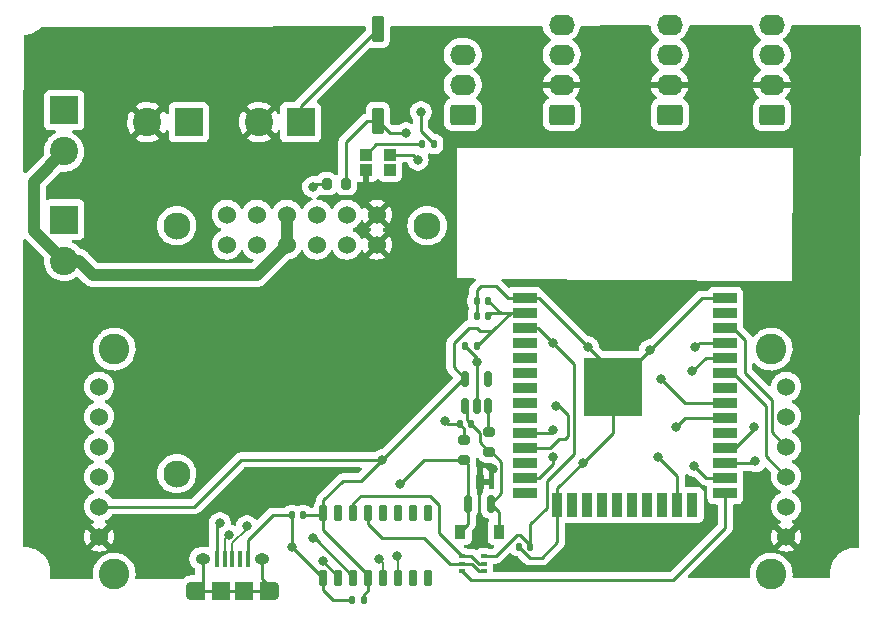
<source format=gbr>
%TF.GenerationSoftware,KiCad,Pcbnew,(6.0.0-0)*%
%TF.CreationDate,2022-12-05T13:27:29-05:00*%
%TF.ProjectId,Body_Servos,426f6479-5f53-4657-9276-6f732e6b6963,rev?*%
%TF.SameCoordinates,Original*%
%TF.FileFunction,Copper,L1,Top*%
%TF.FilePolarity,Positive*%
%FSLAX46Y46*%
G04 Gerber Fmt 4.6, Leading zero omitted, Abs format (unit mm)*
G04 Created by KiCad (PCBNEW (6.0.0-0)) date 2022-12-05 13:27:29*
%MOMM*%
%LPD*%
G01*
G04 APERTURE LIST*
G04 Aperture macros list*
%AMRoundRect*
0 Rectangle with rounded corners*
0 $1 Rounding radius*
0 $2 $3 $4 $5 $6 $7 $8 $9 X,Y pos of 4 corners*
0 Add a 4 corners polygon primitive as box body*
4,1,4,$2,$3,$4,$5,$6,$7,$8,$9,$2,$3,0*
0 Add four circle primitives for the rounded corners*
1,1,$1+$1,$2,$3*
1,1,$1+$1,$4,$5*
1,1,$1+$1,$6,$7*
1,1,$1+$1,$8,$9*
0 Add four rect primitives between the rounded corners*
20,1,$1+$1,$2,$3,$4,$5,0*
20,1,$1+$1,$4,$5,$6,$7,0*
20,1,$1+$1,$6,$7,$8,$9,0*
20,1,$1+$1,$8,$9,$2,$3,0*%
G04 Aperture macros list end*
%TA.AperFunction,SMDPad,CuDef*%
%ADD10RoundRect,0.140000X0.140000X0.170000X-0.140000X0.170000X-0.140000X-0.170000X0.140000X-0.170000X0*%
%TD*%
%TA.AperFunction,SMDPad,CuDef*%
%ADD11R,1.000000X1.000000*%
%TD*%
%TA.AperFunction,ComponentPad*%
%ADD12R,2.400000X2.400000*%
%TD*%
%TA.AperFunction,ComponentPad*%
%ADD13C,2.400000*%
%TD*%
%TA.AperFunction,ComponentPad*%
%ADD14RoundRect,0.250000X0.845000X-0.620000X0.845000X0.620000X-0.845000X0.620000X-0.845000X-0.620000X0*%
%TD*%
%TA.AperFunction,ComponentPad*%
%ADD15O,2.190000X1.740000*%
%TD*%
%TA.AperFunction,SMDPad,CuDef*%
%ADD16R,0.400000X1.350000*%
%TD*%
%TA.AperFunction,ComponentPad*%
%ADD17O,0.890000X1.550000*%
%TD*%
%TA.AperFunction,SMDPad,CuDef*%
%ADD18R,1.200000X1.550000*%
%TD*%
%TA.AperFunction,ComponentPad*%
%ADD19O,1.250000X0.950000*%
%TD*%
%TA.AperFunction,SMDPad,CuDef*%
%ADD20R,1.500000X1.550000*%
%TD*%
%TA.AperFunction,ComponentPad*%
%ADD21C,1.524000*%
%TD*%
%TA.AperFunction,ComponentPad*%
%ADD22C,2.600000*%
%TD*%
%TA.AperFunction,SMDPad,CuDef*%
%ADD23R,0.500000X0.300000*%
%TD*%
%TA.AperFunction,SMDPad,CuDef*%
%ADD24RoundRect,0.140000X-0.140000X-0.170000X0.140000X-0.170000X0.140000X0.170000X-0.140000X0.170000X0*%
%TD*%
%TA.AperFunction,SMDPad,CuDef*%
%ADD25RoundRect,0.200000X0.275000X-0.200000X0.275000X0.200000X-0.275000X0.200000X-0.275000X-0.200000X0*%
%TD*%
%TA.AperFunction,SMDPad,CuDef*%
%ADD26RoundRect,0.150000X0.150000X-0.512500X0.150000X0.512500X-0.150000X0.512500X-0.150000X-0.512500X0*%
%TD*%
%TA.AperFunction,ComponentPad*%
%ADD27C,2.300000*%
%TD*%
%TA.AperFunction,SMDPad,CuDef*%
%ADD28RoundRect,0.200000X-0.200000X-0.275000X0.200000X-0.275000X0.200000X0.275000X-0.200000X0.275000X0*%
%TD*%
%TA.AperFunction,SMDPad,CuDef*%
%ADD29RoundRect,0.049600X0.260400X-0.605400X0.260400X0.605400X-0.260400X0.605400X-0.260400X-0.605400X0*%
%TD*%
%TA.AperFunction,SMDPad,CuDef*%
%ADD30R,0.914400X1.219200*%
%TD*%
%TA.AperFunction,SMDPad,CuDef*%
%ADD31R,2.000000X0.900000*%
%TD*%
%TA.AperFunction,SMDPad,CuDef*%
%ADD32R,0.900000X2.000000*%
%TD*%
%TA.AperFunction,SMDPad,CuDef*%
%ADD33R,5.000000X5.000000*%
%TD*%
%TA.AperFunction,SMDPad,CuDef*%
%ADD34RoundRect,0.135000X0.135000X0.185000X-0.135000X0.185000X-0.135000X-0.185000X0.135000X-0.185000X0*%
%TD*%
%TA.AperFunction,SMDPad,CuDef*%
%ADD35RoundRect,0.150000X0.150000X-0.587500X0.150000X0.587500X-0.150000X0.587500X-0.150000X-0.587500X0*%
%TD*%
%TA.AperFunction,SMDPad,CuDef*%
%ADD36RoundRect,0.100000X-0.400000X1.000000X-0.400000X-1.000000X0.400000X-1.000000X0.400000X1.000000X0*%
%TD*%
%TA.AperFunction,SMDPad,CuDef*%
%ADD37RoundRect,0.200000X-0.275000X0.200000X-0.275000X-0.200000X0.275000X-0.200000X0.275000X0.200000X0*%
%TD*%
%TA.AperFunction,ViaPad*%
%ADD38C,0.800000*%
%TD*%
%TA.AperFunction,Conductor*%
%ADD39C,0.250000*%
%TD*%
%TA.AperFunction,Conductor*%
%ADD40C,0.254000*%
%TD*%
%TA.AperFunction,Conductor*%
%ADD41C,0.200000*%
%TD*%
%TA.AperFunction,Conductor*%
%ADD42C,1.000000*%
%TD*%
G04 APERTURE END LIST*
D10*
%TO.P,C7,1*%
%TO.N,+3.3V*%
X101210000Y-113390000D03*
%TO.P,C7,2*%
%TO.N,GND*%
X100250000Y-113390000D03*
%TD*%
D11*
%TO.P,L1,1,DO*%
%TO.N,unconnected-(L1-Pad1)*%
X93859000Y-98447000D03*
%TO.P,L1,2,VSS*%
%TO.N,GND*%
X93859000Y-97147000D03*
%TO.P,L1,3,DI*%
%TO.N,Net-(L1-Pad3)*%
X91829000Y-97147000D03*
%TO.P,L1,4,VDD*%
%TO.N,+5V*%
X91829000Y-98447000D03*
%TD*%
D12*
%TO.P,J5,1,Pin_1*%
%TO.N,GND*%
X66273333Y-93390000D03*
D13*
%TO.P,J5,2,Pin_2*%
%TO.N,+12V*%
X66273333Y-96890000D03*
%TD*%
D14*
%TO.P,J3,1,Pin_1*%
%TO.N,GND*%
X108404000Y-93766000D03*
D15*
%TO.P,J3,2,Pin_2*%
%TO.N,+5V*%
X108404000Y-91226000D03*
%TO.P,J3,3,Pin_3*%
%TO.N,AUX1-1*%
X108404000Y-88686000D03*
%TO.P,J3,4,Pin_4*%
%TO.N,AUX1-2*%
X108404000Y-86146000D03*
%TD*%
D16*
%TO.P,J1,1,VBUS*%
%TO.N,VBUS*%
X79220000Y-131360000D03*
%TO.P,J1,2,D-*%
%TO.N,D-*%
X79870000Y-131360000D03*
%TO.P,J1,3,D+*%
%TO.N,D+*%
X80520000Y-131360000D03*
%TO.P,J1,4,ID*%
%TO.N,unconnected-(J1-Pad4)*%
X81170000Y-131360000D03*
%TO.P,J1,5,GND*%
%TO.N,GND*%
X81820000Y-131360000D03*
D17*
%TO.P,J1,6,Shield*%
%TO.N,unconnected-(J1-Pad6)*%
X77020000Y-134060000D03*
D18*
X77620000Y-134060000D03*
D17*
X84020000Y-134060000D03*
D19*
X78020000Y-131360000D03*
D18*
X83420000Y-134060000D03*
D20*
X79520000Y-134060000D03*
D19*
X83020000Y-131360000D03*
D20*
X81520000Y-134060000D03*
%TD*%
D12*
%TO.P,J8,1,Pin_1*%
%TO.N,GND*%
X86298000Y-94410000D03*
D13*
%TO.P,J8,2,Pin_2*%
%TO.N,+5V*%
X82798000Y-94410000D03*
%TD*%
D14*
%TO.P,J2,1,Pin_1*%
%TO.N,GND*%
X126208000Y-93766000D03*
D15*
%TO.P,J2,2,Pin_2*%
%TO.N,+5V*%
X126208000Y-91226000D03*
%TO.P,J2,3,Pin_3*%
%TO.N,AUX3-1*%
X126208000Y-88686000D03*
%TO.P,J2,4,Pin_4*%
%TO.N,AUX3-2*%
X126208000Y-86146000D03*
%TD*%
D21*
%TO.P,U7,1,GND*%
%TO.N,GND*%
X69247000Y-116800000D03*
%TO.P,U7,2,OE*%
%TO.N,unconnected-(U7-Pad2)*%
X69247000Y-119340000D03*
%TO.P,U7,3,SCL*%
%TO.N,SCL*%
X69247000Y-121880000D03*
%TO.P,U7,4,SDA*%
%TO.N,SDA*%
X69247000Y-124420000D03*
%TO.P,U7,5,VCC*%
%TO.N,+3.3V*%
X69247000Y-126960000D03*
%TO.P,U7,6,V+*%
%TO.N,+5V*%
X69247000Y-129500000D03*
%TO.P,U7,7,GND*%
%TO.N,GND*%
X127413000Y-116800000D03*
%TO.P,U7,8,OE*%
%TO.N,unconnected-(U7-Pad8)*%
X127413000Y-119340000D03*
%TO.P,U7,9,SCL*%
%TO.N,SCL*%
X127413000Y-121880000D03*
%TO.P,U7,10,SDA*%
%TO.N,SDA*%
X127413000Y-124420000D03*
%TO.P,U7,11,VCC*%
%TO.N,+3.3V*%
X127413000Y-126960000D03*
%TO.P,U7,12,V+*%
%TO.N,+5V*%
X127413000Y-129500000D03*
D22*
%TO.P,U7,13*%
%TO.N,N/C*%
X70517000Y-113625000D03*
X126143000Y-113625000D03*
X126143000Y-132675000D03*
X70517000Y-132675000D03*
%TD*%
D10*
%TO.P,C3,1*%
%TO.N,+3.3V*%
X102180000Y-109510000D03*
%TO.P,C3,2*%
%TO.N,GND*%
X101220000Y-109510000D03*
%TD*%
D23*
%TO.P,U5,1*%
%TO.N,RTS*%
X99970000Y-131143800D03*
%TO.P,U5,2*%
%TO.N,DTR*%
X99970000Y-131793800D03*
%TO.P,U5,3*%
%TO.N,GPIO0*%
X99970000Y-132443800D03*
%TO.P,U5,4*%
%TO.N,DTR*%
X101820000Y-132443800D03*
%TO.P,U5,5*%
%TO.N,RTS*%
X101820000Y-131793800D03*
%TO.P,U5,6*%
%TO.N,RESET*%
X101820000Y-131143800D03*
%TD*%
D24*
%TO.P,C5,1*%
%TO.N,GND*%
X99810000Y-119990000D03*
%TO.P,C5,2*%
%TO.N,VIN*%
X100770000Y-119990000D03*
%TD*%
D25*
%TO.P,R2,1*%
%TO.N,VBUS*%
X100170000Y-122975000D03*
%TO.P,R2,2*%
%TO.N,GND*%
X100170000Y-121325000D03*
%TD*%
D26*
%TO.P,U3,1,VIN*%
%TO.N,VIN*%
X100250000Y-118407500D03*
%TO.P,U3,2,VSS*%
%TO.N,GND*%
X101200000Y-118407500D03*
%TO.P,U3,3,CE*%
%TO.N,Net-(R3-Pad1)*%
X102150000Y-118407500D03*
%TO.P,U3,4,NC*%
%TO.N,unconnected-(U3-Pad4)*%
X102150000Y-116132500D03*
%TO.P,U3,5,VOUT*%
%TO.N,+3.3V*%
X100250000Y-116132500D03*
%TD*%
D21*
%TO.P,U6,1,VOUT*%
%TO.N,+5V*%
X92765000Y-102235000D03*
%TO.P,U6,2,GND*%
%TO.N,GND*%
X90225000Y-102235000D03*
%TO.P,U6,3,GND*%
X87685000Y-102235000D03*
%TO.P,U6,4,VIN*%
%TO.N,+12V*%
X85145000Y-102235000D03*
%TO.P,U6,5,VRP*%
%TO.N,unconnected-(U6-Pad5)*%
X82605000Y-102235000D03*
%TO.P,U6,6,EN*%
%TO.N,unconnected-(U6-Pad6)*%
X80065000Y-102235000D03*
%TO.P,U6,7,PG*%
%TO.N,unconnected-(U6-Pad7)*%
X80065000Y-104775000D03*
%TO.P,U6,8,VRP*%
%TO.N,unconnected-(U6-Pad8)*%
X82605000Y-104775000D03*
%TO.P,U6,9,VIN*%
%TO.N,+12V*%
X85145000Y-104775000D03*
%TO.P,U6,10,GND*%
%TO.N,GND*%
X87685000Y-104775000D03*
%TO.P,U6,11,GND*%
X90225000Y-104775000D03*
%TO.P,U6,12,VOUT*%
%TO.N,+5V*%
X92765000Y-104775000D03*
D27*
%TO.P,U6,13*%
%TO.N,N/C*%
X97015000Y-103165000D03*
%TO.P,U6,14*%
X75815000Y-103165000D03*
%TO.P,U6,15*%
X75815000Y-124165000D03*
%TD*%
D28*
%TO.P,R1,1*%
%TO.N,+3.3V*%
X88507000Y-99624000D03*
%TO.P,R1,2*%
%TO.N,RESET*%
X90157000Y-99624000D03*
%TD*%
D10*
%TO.P,C1,1*%
%TO.N,RESET*%
X105756000Y-130336000D03*
%TO.P,C1,2*%
%TO.N,GND*%
X104796000Y-130336000D03*
%TD*%
D29*
%TO.P,U4,1,GND*%
%TO.N,GND*%
X88230000Y-133020000D03*
%TO.P,U4,2,TXD*%
%TO.N,RXD0*%
X89500000Y-133020000D03*
%TO.P,U4,3,RXD*%
%TO.N,TXD0*%
X90770000Y-133020000D03*
%TO.P,U4,4,V3*%
%TO.N,+3.3V*%
X92040000Y-133020000D03*
%TO.P,U4,5,UD+*%
%TO.N,D+*%
X93310000Y-133020000D03*
%TO.P,U4,6,UD-*%
%TO.N,D-*%
X94580000Y-133020000D03*
%TO.P,U4,7,NC.*%
%TO.N,unconnected-(U4-Pad7)*%
X95850000Y-133020000D03*
%TO.P,U4,8,~{OUT}*%
%TO.N,unconnected-(U4-Pad8)*%
X97120000Y-133020000D03*
%TO.P,U4,9,~{CTS}*%
%TO.N,unconnected-(U4-Pad9)*%
X97120000Y-127520000D03*
%TO.P,U4,10,~{DSR}*%
%TO.N,unconnected-(U4-Pad10)*%
X95850000Y-127520000D03*
%TO.P,U4,11,~{RI}*%
%TO.N,unconnected-(U4-Pad11)*%
X94580000Y-127520000D03*
%TO.P,U4,12,~{DCD}*%
%TO.N,unconnected-(U4-Pad12)*%
X93310000Y-127520000D03*
%TO.P,U4,13,~{DTR}*%
%TO.N,DTR*%
X92040000Y-127520000D03*
%TO.P,U4,14,~{RTS}*%
%TO.N,RTS*%
X90770000Y-127520000D03*
%TO.P,U4,15,R232*%
%TO.N,unconnected-(U4-Pad15)*%
X89500000Y-127520000D03*
%TO.P,U4,16,VCC*%
%TO.N,+3.3V*%
X88230000Y-127520000D03*
%TD*%
D12*
%TO.P,J6,1,Pin_1*%
%TO.N,GND*%
X66273333Y-102650000D03*
D13*
%TO.P,J6,2,Pin_2*%
%TO.N,+12V*%
X66273333Y-106150000D03*
%TD*%
D30*
%TO.P,CR1,A,A*%
%TO.N,VBUS*%
X99830200Y-129080500D03*
%TO.P,CR1,C,C*%
%TO.N,VIN*%
X103106800Y-129080500D03*
%TD*%
D31*
%TO.P,U1,1,GND*%
%TO.N,GND*%
X105260000Y-109305000D03*
%TO.P,U1,2,3V3*%
%TO.N,+3.3V*%
X105260000Y-110575000D03*
%TO.P,U1,3,EN*%
%TO.N,RESET*%
X105260000Y-111845000D03*
%TO.P,U1,4,SENSOR_VP*%
%TO.N,unconnected-(U1-Pad4)*%
X105260000Y-113115000D03*
%TO.P,U1,5,SENSOR_VN*%
%TO.N,unconnected-(U1-Pad5)*%
X105260000Y-114385000D03*
%TO.P,U1,6,IO34*%
%TO.N,unconnected-(U1-Pad6)*%
X105260000Y-115655000D03*
%TO.P,U1,7,IO35*%
%TO.N,unconnected-(U1-Pad7)*%
X105260000Y-116925000D03*
%TO.P,U1,8,IO32*%
%TO.N,unconnected-(U1-Pad8)*%
X105260000Y-118195000D03*
%TO.P,U1,9,IO33*%
%TO.N,unconnected-(U1-Pad9)*%
X105260000Y-119465000D03*
%TO.P,U1,10,IO25*%
%TO.N,AUX1-1*%
X105260000Y-120735000D03*
%TO.P,U1,11,IO26*%
%TO.N,AUX1-2*%
X105260000Y-122005000D03*
%TO.P,U1,12,IO27*%
%TO.N,unconnected-(U1-Pad12)*%
X105260000Y-123275000D03*
%TO.P,U1,13,IO14*%
%TO.N,RX_FU*%
X105260000Y-124545000D03*
%TO.P,U1,14,IO12*%
%TO.N,unconnected-(U1-Pad14)*%
X105260000Y-125815000D03*
D32*
%TO.P,U1,15,GND*%
%TO.N,GND*%
X108045000Y-126815000D03*
%TO.P,U1,16,IO13*%
%TO.N,unconnected-(U1-Pad16)*%
X109315000Y-126815000D03*
%TO.P,U1,17,SD2*%
%TO.N,unconnected-(U1-Pad17)*%
X110585000Y-126815000D03*
%TO.P,U1,18,SD3*%
%TO.N,unconnected-(U1-Pad18)*%
X111855000Y-126815000D03*
%TO.P,U1,19,CMD*%
%TO.N,unconnected-(U1-Pad19)*%
X113125000Y-126815000D03*
%TO.P,U1,20,CLK*%
%TO.N,unconnected-(U1-Pad20)*%
X114395000Y-126815000D03*
%TO.P,U1,21,SD0*%
%TO.N,unconnected-(U1-Pad21)*%
X115665000Y-126815000D03*
%TO.P,U1,22,SD1*%
%TO.N,unconnected-(U1-Pad22)*%
X116935000Y-126815000D03*
%TO.P,U1,23,IO15*%
%TO.N,TX_FU*%
X118205000Y-126815000D03*
%TO.P,U1,24,IO2*%
%TO.N,unconnected-(U1-Pad24)*%
X119475000Y-126815000D03*
D31*
%TO.P,U1,25,IO0*%
%TO.N,GPIO0*%
X122260000Y-125815000D03*
%TO.P,U1,26,IO4*%
%TO.N,ST_LED_D*%
X122260000Y-124545000D03*
%TO.P,U1,27,IO16*%
%TO.N,AUX3-1*%
X122260000Y-123275000D03*
%TO.P,U1,28,IO17*%
%TO.N,AUX3-2*%
X122260000Y-122005000D03*
%TO.P,U1,29,IO5*%
%TO.N,unconnected-(U1-Pad29)*%
X122260000Y-120735000D03*
%TO.P,U1,30,IO18*%
%TO.N,AUX2-1*%
X122260000Y-119465000D03*
%TO.P,U1,31,IO19*%
%TO.N,AUX2-2*%
X122260000Y-118195000D03*
%TO.P,U1,32,NC*%
%TO.N,unconnected-(U1-Pad32)*%
X122260000Y-116925000D03*
%TO.P,U1,33,IO21*%
%TO.N,SDA*%
X122260000Y-115655000D03*
%TO.P,U1,34,RXD0*%
%TO.N,RXD0*%
X122260000Y-114385000D03*
%TO.P,U1,35,TXD0*%
%TO.N,TXD0*%
X122260000Y-113115000D03*
%TO.P,U1,36,IO22*%
%TO.N,SCL*%
X122260000Y-111845000D03*
%TO.P,U1,37,IO23*%
%TO.N,unconnected-(U1-Pad37)*%
X122260000Y-110575000D03*
%TO.P,U1,38,GND*%
%TO.N,GND*%
X122260000Y-109305000D03*
D33*
%TO.P,U1,39,GND*%
X112760000Y-116805000D03*
%TD*%
D10*
%TO.P,C6,1*%
%TO.N,+3.3V*%
X91640000Y-134830000D03*
%TO.P,C6,2*%
%TO.N,GND*%
X90680000Y-134830000D03*
%TD*%
D34*
%TO.P,R4,1*%
%TO.N,ST_LED_D*%
X97600000Y-96266000D03*
%TO.P,R4,2*%
%TO.N,Net-(L1-Pad3)*%
X96580000Y-96266000D03*
%TD*%
D14*
%TO.P,J4,1,Pin_1*%
%TO.N,GND*%
X117554000Y-93766000D03*
D15*
%TO.P,J4,2,Pin_2*%
%TO.N,+5V*%
X117554000Y-91226000D03*
%TO.P,J4,3,Pin_3*%
%TO.N,AUX2-1*%
X117554000Y-88686000D03*
%TO.P,J4,4,Pin_4*%
%TO.N,AUX2-2*%
X117554000Y-86146000D03*
%TD*%
D14*
%TO.P,J12,1,Pin_1*%
%TO.N,GND*%
X100028000Y-93766000D03*
D15*
%TO.P,J12,2,Pin_2*%
%TO.N,RX_FU*%
X100028000Y-91226000D03*
%TO.P,J12,3,Pin_3*%
%TO.N,TX_FU*%
X100028000Y-88686000D03*
%TD*%
D12*
%TO.P,J7,1,Pin_1*%
%TO.N,GND*%
X76834666Y-94410000D03*
D13*
%TO.P,J7,2,Pin_2*%
%TO.N,+5V*%
X73334666Y-94410000D03*
%TD*%
D10*
%TO.P,C2,1*%
%TO.N,+3.3V*%
X102190000Y-110830000D03*
%TO.P,C2,2*%
%TO.N,GND*%
X101230000Y-110830000D03*
%TD*%
D35*
%TO.P,U2,1,1*%
%TO.N,VBUS*%
X100510000Y-126719500D03*
%TO.P,U2,2,2*%
%TO.N,VIN*%
X102410000Y-126719500D03*
%TO.P,U2,3,3*%
%TO.N,+5V*%
X101460000Y-124844500D03*
%TD*%
D36*
%TO.P,SW1,1,1*%
%TO.N,GND*%
X92831000Y-86511000D03*
%TO.P,SW1,2,2*%
%TO.N,RESET*%
X92831000Y-94311000D03*
%TD*%
D10*
%TO.P,C4,1*%
%TO.N,+3.3V*%
X86520000Y-127670000D03*
%TO.P,C4,2*%
%TO.N,GND*%
X85560000Y-127670000D03*
%TD*%
D37*
%TO.P,R3,1*%
%TO.N,Net-(R3-Pad1)*%
X102280000Y-120675000D03*
%TO.P,R3,2*%
%TO.N,VIN*%
X102280000Y-122325000D03*
%TD*%
D38*
%TO.N,RX_FU*%
X107666000Y-122746000D03*
%TO.N,GND*%
X98522000Y-119698000D03*
X85560000Y-130350000D03*
X115878500Y-113686500D03*
X101200000Y-114734000D03*
X96236000Y-97600000D03*
X110206000Y-123254000D03*
X110633500Y-113428500D03*
%TO.N,+3.3V*%
X87346000Y-99886000D03*
X93188000Y-123000000D03*
%TO.N,VBUS*%
X79472000Y-128334000D03*
X94712000Y-125032000D03*
%TO.N,D-*%
X94458000Y-131128000D03*
X80234000Y-129350000D03*
%TO.N,D+*%
X92934000Y-131382000D03*
X81758000Y-128588000D03*
%TO.N,+5V*%
X119096000Y-129350000D03*
X102586000Y-123762000D03*
X101316000Y-129096000D03*
%TO.N,ST_LED_D*%
X96490000Y-93536000D03*
X119604000Y-123508000D03*
%TO.N,TX_FU*%
X116556000Y-122746000D03*
%TO.N,TXD0*%
X119731000Y-113475000D03*
X87346000Y-129604000D03*
%TO.N,RXD0*%
X119477000Y-115507000D03*
X88174443Y-131569557D03*
%TO.N,RESET*%
X107666000Y-113094000D03*
X95220000Y-95314000D03*
%TO.N,AUX3-1*%
X124811000Y-123127000D03*
%TO.N,AUX3-2*%
X124684000Y-120206000D03*
%TO.N,AUX1-1*%
X107666000Y-120460000D03*
%TO.N,AUX1-2*%
X107920000Y-118428000D03*
%TO.N,AUX2-1*%
X118080000Y-120206000D03*
%TO.N,AUX2-2*%
X116810000Y-116142000D03*
%TD*%
D39*
%TO.N,RX_FU*%
X105260000Y-124545000D02*
X106510000Y-124545000D01*
X106510000Y-124545000D02*
X107666000Y-123389000D01*
X107666000Y-123389000D02*
X107666000Y-122746000D01*
%TO.N,GND*%
X101200000Y-114734000D02*
X101200000Y-114346930D01*
X108045000Y-126815000D02*
X108045000Y-129987000D01*
X108045000Y-126815000D02*
X108045000Y-125415000D01*
X110633500Y-113428500D02*
X112760000Y-115555000D01*
X101200000Y-118407500D02*
X101200000Y-114734000D01*
X103877000Y-109305000D02*
X102840000Y-108268000D01*
X112760000Y-115555000D02*
X112760000Y-116805000D01*
X108045000Y-129987000D02*
X106736000Y-131296000D01*
X101570000Y-108268000D02*
X101220000Y-108618000D01*
X81820000Y-129796000D02*
X83946000Y-127670000D01*
X101220000Y-109510000D02*
X101220000Y-110820000D01*
X105260000Y-109305000D02*
X106510000Y-109305000D01*
X100170000Y-120350000D02*
X99810000Y-119990000D01*
X88230000Y-134044000D02*
X88230000Y-133020000D01*
X88230000Y-133020000D02*
X85560000Y-130350000D01*
X112760000Y-120700000D02*
X112760000Y-116805000D01*
X105260000Y-109305000D02*
X103877000Y-109305000D01*
X99810000Y-119990000D02*
X98814000Y-119990000D01*
X92831000Y-86511000D02*
X86298000Y-93044000D01*
X120260000Y-109305000D02*
X115878500Y-113686500D01*
X86298000Y-93044000D02*
X86298000Y-94410000D01*
X90680000Y-134830000D02*
X89016000Y-134830000D01*
X101200000Y-114346930D02*
X100250000Y-113396930D01*
X100250000Y-113396930D02*
X100250000Y-113390000D01*
X106736000Y-131296000D02*
X105749070Y-131296000D01*
X83946000Y-127670000D02*
X85560000Y-127670000D01*
X89016000Y-134830000D02*
X88230000Y-134044000D01*
X110206000Y-123254000D02*
X112760000Y-120700000D01*
X105749070Y-131296000D02*
X104796000Y-130342930D01*
X101220000Y-110820000D02*
X101230000Y-110830000D01*
X101220000Y-108618000D02*
X101220000Y-109510000D01*
X98814000Y-119990000D02*
X98522000Y-119698000D01*
X115878500Y-113686500D02*
X112760000Y-116805000D01*
X104796000Y-130342930D02*
X104796000Y-130336000D01*
X95783000Y-97147000D02*
X96236000Y-97600000D01*
X108045000Y-125415000D02*
X110206000Y-123254000D01*
X81820000Y-131360000D02*
X81820000Y-129796000D01*
X93859000Y-97147000D02*
X95783000Y-97147000D01*
X122260000Y-109305000D02*
X120260000Y-109305000D01*
X102840000Y-108268000D02*
X101570000Y-108268000D01*
X85560000Y-130350000D02*
X85560000Y-127670000D01*
X106510000Y-109305000D02*
X110633500Y-113428500D01*
X100170000Y-121325000D02*
X100170000Y-120350000D01*
%TO.N,+3.3V*%
X99284000Y-115166500D02*
X99284000Y-113602000D01*
X101456930Y-112078000D02*
X102586000Y-112078000D01*
X101210000Y-113390000D02*
X101274000Y-113390000D01*
X100055500Y-116132500D02*
X93188000Y-123000000D01*
X102713000Y-111951000D02*
X104089000Y-110575000D01*
X99284000Y-113602000D02*
X99284000Y-113094000D01*
D40*
X77290000Y-126960000D02*
X81250000Y-123000000D01*
D39*
X102586000Y-112078000D02*
X102713000Y-111951000D01*
X88230000Y-126434000D02*
X88230000Y-127520000D01*
X88230000Y-128964000D02*
X92040000Y-132774000D01*
X92040000Y-132774000D02*
X92040000Y-133020000D01*
X92040000Y-134054000D02*
X92040000Y-133020000D01*
D40*
X69247000Y-126960000D02*
X77290000Y-126960000D01*
D39*
X103245000Y-110575000D02*
X105260000Y-110575000D01*
X102445000Y-110575000D02*
X105260000Y-110575000D01*
X86520000Y-127670000D02*
X88080000Y-127670000D01*
X104089000Y-110575000D02*
X105260000Y-110575000D01*
X88507000Y-99624000D02*
X87608000Y-99624000D01*
X100250000Y-116132500D02*
X99284000Y-115166500D01*
X101274000Y-113390000D02*
X102713000Y-111951000D01*
D40*
X81250000Y-123000000D02*
X93188000Y-123000000D01*
D39*
X91640000Y-134830000D02*
X91640000Y-134454000D01*
X89886000Y-124778000D02*
X88230000Y-126434000D01*
X102190000Y-110830000D02*
X102445000Y-110575000D01*
X91640000Y-134454000D02*
X92040000Y-134054000D01*
X100554000Y-111824000D02*
X101202930Y-111824000D01*
X88230000Y-127520000D02*
X88230000Y-128964000D01*
X87608000Y-99624000D02*
X87346000Y-99886000D01*
X91410000Y-124778000D02*
X89886000Y-124778000D01*
X101202930Y-111824000D02*
X101456930Y-112078000D01*
X88080000Y-127670000D02*
X88230000Y-127520000D01*
X93188000Y-123000000D02*
X91410000Y-124778000D01*
X102180000Y-109510000D02*
X103245000Y-110575000D01*
X100250000Y-116132500D02*
X100055500Y-116132500D01*
X99284000Y-113094000D02*
X100554000Y-111824000D01*
%TO.N,VIN*%
X101480480Y-120700480D02*
X100770000Y-119990000D01*
X102410000Y-126719500D02*
X103310511Y-125818989D01*
X100250000Y-118407500D02*
X100414520Y-118572020D01*
X102280000Y-122325000D02*
X101480480Y-121525480D01*
X103310511Y-123165511D02*
X102470000Y-122325000D01*
X103106800Y-129080500D02*
X103106800Y-127416300D01*
X101480480Y-121525480D02*
X101480480Y-120700480D01*
X103310511Y-125818989D02*
X103310511Y-123165511D01*
X100414520Y-119634520D02*
X100770000Y-119990000D01*
X103106800Y-127416300D02*
X102410000Y-126719500D01*
X100414520Y-118572020D02*
X100414520Y-119634520D01*
%TO.N,VBUS*%
X100510000Y-123315000D02*
X100170000Y-122975000D01*
X96769000Y-122975000D02*
X94712000Y-125032000D01*
X79220000Y-128586000D02*
X79472000Y-128334000D01*
X99830200Y-129080500D02*
X100510000Y-128400700D01*
X100170000Y-122975000D02*
X96769000Y-122975000D01*
X79220000Y-131360000D02*
X79220000Y-128586000D01*
X100510000Y-128400700D02*
X100510000Y-123315000D01*
D41*
%TO.N,D-*%
X94580000Y-133020000D02*
X94580000Y-131250000D01*
X79870000Y-129714000D02*
X80234000Y-129350000D01*
X94580000Y-131250000D02*
X94458000Y-131128000D01*
X79870000Y-131360000D02*
X79870000Y-129714000D01*
%TO.N,D+*%
X93310000Y-133020000D02*
X93310000Y-131758000D01*
X80523748Y-130049511D02*
X81758000Y-128815259D01*
X93310000Y-131758000D02*
X92934000Y-131382000D01*
X80520000Y-131360000D02*
X80520000Y-130049511D01*
X80520000Y-130049511D02*
X80523748Y-130049511D01*
X81758000Y-128815259D02*
X81758000Y-128588000D01*
D40*
%TO.N,unconnected-(J1-Pad6)*%
X83020000Y-133060000D02*
X84020000Y-134060000D01*
X79520000Y-134060000D02*
X81520000Y-134060000D01*
X77620000Y-134060000D02*
X79520000Y-134060000D01*
X78020000Y-133660000D02*
X77620000Y-134060000D01*
X81520000Y-134060000D02*
X83420000Y-134060000D01*
X78020000Y-131360000D02*
X78020000Y-133660000D01*
X83020000Y-131360000D02*
X83020000Y-133060000D01*
%TO.N,SCL*%
X126208000Y-120675000D02*
X126208000Y-117920000D01*
X122927000Y-111845000D02*
X122260000Y-111845000D01*
X123922000Y-115634000D02*
X123922000Y-112840000D01*
X123922000Y-112840000D02*
X122927000Y-111845000D01*
X127413000Y-121880000D02*
X126208000Y-120675000D01*
X126208000Y-117920000D02*
X123922000Y-115634000D01*
%TO.N,SDA*%
X125700000Y-122707000D02*
X127413000Y-124420000D01*
X122927000Y-115655000D02*
X125700000Y-118428000D01*
X122260000Y-115655000D02*
X122927000Y-115655000D01*
X125700000Y-118428000D02*
X125700000Y-122707000D01*
D39*
%TO.N,Net-(R3-Pad1)*%
X102150000Y-118407500D02*
X102150000Y-120355000D01*
X102150000Y-120355000D02*
X102470000Y-120675000D01*
%TO.N,ST_LED_D*%
X96490000Y-93536000D02*
X96490000Y-95156000D01*
X122260000Y-124545000D02*
X120641000Y-124545000D01*
X120641000Y-124545000D02*
X119604000Y-123508000D01*
X96490000Y-95156000D02*
X97600000Y-96266000D01*
D40*
%TO.N,TX_FU*%
X118205000Y-126815000D02*
X118205000Y-124395000D01*
X118205000Y-124395000D02*
X116556000Y-122746000D01*
D39*
%TO.N,GPIO0*%
X100686200Y-133160000D02*
X117826000Y-133160000D01*
X117826000Y-133160000D02*
X122260000Y-128726000D01*
X122260000Y-128726000D02*
X122260000Y-125815000D01*
X99970000Y-132443800D02*
X100686200Y-133160000D01*
%TO.N,TXD0*%
X87346000Y-129604000D02*
X87478885Y-129604000D01*
X120091000Y-113115000D02*
X119731000Y-113475000D01*
X122260000Y-113115000D02*
X120091000Y-113115000D01*
X90770000Y-133020000D02*
X90770000Y-132895115D01*
X90770000Y-132895115D02*
X87478885Y-129604000D01*
%TO.N,RXD0*%
X89500000Y-133020000D02*
X89500000Y-132895114D01*
X89500000Y-132895114D02*
X88174443Y-131569557D01*
X120599000Y-114385000D02*
X119477000Y-115507000D01*
X122260000Y-114385000D02*
X120599000Y-114385000D01*
D40*
%TO.N,DTR*%
X98933800Y-131793800D02*
X98425800Y-131285800D01*
D39*
X92040000Y-128456000D02*
X92040000Y-127520000D01*
D40*
X99970000Y-131793800D02*
X98933800Y-131793800D01*
D39*
X98425800Y-131285800D02*
X96744000Y-129604000D01*
D40*
X100775604Y-131793800D02*
X101425604Y-132443800D01*
X99970000Y-131793800D02*
X100775604Y-131793800D01*
D39*
X96744000Y-129604000D02*
X93188000Y-129604000D01*
X93188000Y-129604000D02*
X92040000Y-128456000D01*
D40*
X101425604Y-132443800D02*
X101820000Y-132443800D01*
D39*
%TO.N,RTS*%
X91410000Y-126048000D02*
X97252000Y-126048000D01*
X98014000Y-126810000D02*
X98014000Y-128679800D01*
D40*
X98014000Y-129187800D02*
X98014000Y-128679800D01*
X99970000Y-131143800D02*
X98014000Y-129187800D01*
X99970000Y-131143800D02*
X100766978Y-131143800D01*
D39*
X90770000Y-126688000D02*
X91410000Y-126048000D01*
D40*
X101416978Y-131793800D02*
X101820000Y-131793800D01*
X100766978Y-131143800D02*
X101416978Y-131793800D01*
D39*
X97252000Y-126048000D02*
X98014000Y-126810000D01*
X90770000Y-127520000D02*
X90770000Y-126688000D01*
%TO.N,RESET*%
X91905000Y-94311000D02*
X90140000Y-96076000D01*
D40*
X105756000Y-130234000D02*
X105756000Y-130336000D01*
X105756000Y-128466000D02*
X107158000Y-127064000D01*
X105756000Y-130336000D02*
X105756000Y-128466000D01*
X109444000Y-114872000D02*
X107666000Y-113094000D01*
D39*
X106417000Y-111845000D02*
X107666000Y-113094000D01*
X95220000Y-95314000D02*
X93834000Y-95314000D01*
X92831000Y-94311000D02*
X91905000Y-94311000D01*
D40*
X104872000Y-129350000D02*
X105756000Y-130234000D01*
D39*
X93834000Y-95314000D02*
X92831000Y-94311000D01*
D40*
X109444000Y-122492000D02*
X109444000Y-114872000D01*
D39*
X105260000Y-111845000D02*
X106417000Y-111845000D01*
X90140000Y-96076000D02*
X90140000Y-99607000D01*
D40*
X107158000Y-127064000D02*
X107158000Y-124778000D01*
D39*
X90140000Y-99607000D02*
X90157000Y-99624000D01*
D40*
X107158000Y-124778000D02*
X109444000Y-122492000D01*
X101820000Y-131143800D02*
X102824200Y-131143800D01*
X104618000Y-129350000D02*
X104872000Y-129350000D01*
X102824200Y-131143800D02*
X104618000Y-129350000D01*
D42*
%TO.N,+12V*%
X68743333Y-107350000D02*
X67543333Y-106150000D01*
X63724000Y-103600667D02*
X63724000Y-99439333D01*
X67543333Y-106150000D02*
X66273333Y-106150000D01*
X85145000Y-104775000D02*
X82570000Y-107350000D01*
X82570000Y-107350000D02*
X68743333Y-107350000D01*
X63724000Y-99439333D02*
X66273333Y-96890000D01*
X66273333Y-106150000D02*
X63724000Y-103600667D01*
X85145000Y-104775000D02*
X85145000Y-102235000D01*
D39*
%TO.N,Net-(L1-Pad3)*%
X92710000Y-96266000D02*
X91829000Y-97147000D01*
X96580000Y-96266000D02*
X92710000Y-96266000D01*
D40*
%TO.N,AUX3-1*%
X122260000Y-123275000D02*
X124663000Y-123275000D01*
X124663000Y-123275000D02*
X124811000Y-123127000D01*
%TO.N,AUX3-2*%
X124684000Y-120414022D02*
X124684000Y-120206000D01*
X123093022Y-122005000D02*
X124684000Y-120414022D01*
X122260000Y-122005000D02*
X123093022Y-122005000D01*
%TO.N,AUX1-1*%
X107391000Y-120735000D02*
X107666000Y-120460000D01*
X105260000Y-120735000D02*
X107391000Y-120735000D01*
D39*
%TO.N,AUX1-2*%
X105260000Y-122005000D02*
X107391000Y-122005000D01*
X108936000Y-119190000D02*
X108174000Y-118428000D01*
X108174000Y-121222000D02*
X108682000Y-121222000D01*
X107391000Y-122005000D02*
X108174000Y-121222000D01*
X108936000Y-120968000D02*
X108936000Y-119190000D01*
X108682000Y-121222000D02*
X108936000Y-120968000D01*
X108174000Y-118428000D02*
X107920000Y-118428000D01*
D40*
%TO.N,AUX2-1*%
X122260000Y-119465000D02*
X118821000Y-119465000D01*
X118821000Y-119465000D02*
X118080000Y-120206000D01*
D39*
%TO.N,AUX2-2*%
X122260000Y-118195000D02*
X118863000Y-118195000D01*
X118863000Y-118195000D02*
X116810000Y-116142000D01*
%TD*%
%TA.AperFunction,Conductor*%
%TO.N,+5V*%
G36*
X133603838Y-86190306D02*
G01*
X133634305Y-86217685D01*
X133701613Y-86301697D01*
X133728596Y-86367367D01*
X133729279Y-86380906D01*
X133579034Y-130318302D01*
X133579011Y-130324965D01*
X133558776Y-130393017D01*
X133504962Y-130439326D01*
X133443127Y-130450146D01*
X133335720Y-130441693D01*
X133335707Y-130441692D01*
X133333261Y-130441500D01*
X133177729Y-130441500D01*
X133175593Y-130441646D01*
X133175582Y-130441646D01*
X132967452Y-130455835D01*
X132967446Y-130455836D01*
X132963175Y-130456127D01*
X132958980Y-130456996D01*
X132958978Y-130456996D01*
X132826606Y-130484409D01*
X132681658Y-130514426D01*
X132410657Y-130610393D01*
X132155188Y-130742250D01*
X132151687Y-130744711D01*
X132151683Y-130744713D01*
X132109483Y-130774372D01*
X131919977Y-130907559D01*
X131904892Y-130921577D01*
X131722165Y-131091378D01*
X131709378Y-131103260D01*
X131527287Y-131325732D01*
X131377073Y-131570858D01*
X131375347Y-131574791D01*
X131375346Y-131574792D01*
X131266369Y-131823048D01*
X131261517Y-131834102D01*
X131260342Y-131838229D01*
X131260341Y-131838230D01*
X131241359Y-131904866D01*
X131182756Y-132110594D01*
X131142249Y-132395216D01*
X131142227Y-132399505D01*
X131142226Y-132399512D01*
X131140766Y-132678279D01*
X131140743Y-132682703D01*
X131156699Y-132803897D01*
X131159298Y-132823639D01*
X131148359Y-132893788D01*
X131101231Y-132946887D01*
X131034678Y-132966086D01*
X128071571Y-132973199D01*
X128003404Y-132953360D01*
X127956782Y-132899816D01*
X127946277Y-132831298D01*
X127953688Y-132773045D01*
X127953688Y-132773041D01*
X127954086Y-132769915D01*
X127954315Y-132761188D01*
X127956014Y-132696260D01*
X127956571Y-132675000D01*
X127952697Y-132622872D01*
X127936996Y-132411592D01*
X127936996Y-132411591D01*
X127936650Y-132406937D01*
X127935270Y-132400836D01*
X127878361Y-132149331D01*
X127878360Y-132149326D01*
X127877327Y-132144763D01*
X127779902Y-131894238D01*
X127646518Y-131660864D01*
X127641087Y-131653974D01*
X127523533Y-131504858D01*
X127480105Y-131449769D01*
X127284317Y-131265591D01*
X127117422Y-131149811D01*
X127067299Y-131115039D01*
X127067296Y-131115037D01*
X127063457Y-131112374D01*
X127054920Y-131108164D01*
X126826564Y-130995551D01*
X126826561Y-130995550D01*
X126822376Y-130993486D01*
X126774745Y-130978239D01*
X126632258Y-130932629D01*
X126566370Y-130911538D01*
X126561763Y-130910788D01*
X126561760Y-130910787D01*
X126305674Y-130869081D01*
X126305675Y-130869081D01*
X126301063Y-130868330D01*
X126170719Y-130866624D01*
X126036961Y-130864873D01*
X126036958Y-130864873D01*
X126032284Y-130864812D01*
X125765937Y-130901060D01*
X125761451Y-130902368D01*
X125761449Y-130902368D01*
X125733625Y-130910478D01*
X125507874Y-130976278D01*
X125263763Y-131088815D01*
X125234339Y-131108106D01*
X125042881Y-131233631D01*
X125042876Y-131233635D01*
X125038968Y-131236197D01*
X124983469Y-131285732D01*
X124853302Y-131401911D01*
X124838426Y-131415188D01*
X124666544Y-131621854D01*
X124664121Y-131625847D01*
X124585527Y-131755366D01*
X124527096Y-131851656D01*
X124525287Y-131855970D01*
X124525285Y-131855974D01*
X124469706Y-131988517D01*
X124423148Y-132099545D01*
X124356981Y-132360077D01*
X124330050Y-132627526D01*
X124330274Y-132632192D01*
X124330274Y-132632197D01*
X124340756Y-132850411D01*
X124324045Y-132919413D01*
X124272682Y-132968426D01*
X124215204Y-132982456D01*
X119191882Y-132994514D01*
X119123714Y-132974675D01*
X119077092Y-132921131D01*
X119066820Y-132850882D01*
X119096158Y-132786230D01*
X119102485Y-132779419D01*
X120479994Y-131401911D01*
X121323128Y-130558777D01*
X126718777Y-130558777D01*
X126728074Y-130570793D01*
X126771069Y-130600898D01*
X126780555Y-130606376D01*
X126971993Y-130695645D01*
X126982285Y-130699391D01*
X127186309Y-130754059D01*
X127197104Y-130755962D01*
X127407525Y-130774372D01*
X127418475Y-130774372D01*
X127628896Y-130755962D01*
X127639691Y-130754059D01*
X127843715Y-130699391D01*
X127854007Y-130695645D01*
X128045445Y-130606376D01*
X128054931Y-130600898D01*
X128098764Y-130570207D01*
X128107139Y-130559729D01*
X128100071Y-130546281D01*
X127425812Y-129872022D01*
X127411868Y-129864408D01*
X127410035Y-129864539D01*
X127403420Y-129868790D01*
X126725207Y-130547003D01*
X126718777Y-130558777D01*
X121323128Y-130558777D01*
X122376430Y-129505475D01*
X126138628Y-129505475D01*
X126157038Y-129715896D01*
X126158941Y-129726691D01*
X126213609Y-129930715D01*
X126217355Y-129941007D01*
X126306623Y-130132441D01*
X126312103Y-130141932D01*
X126342794Y-130185765D01*
X126353271Y-130194140D01*
X126366718Y-130187072D01*
X127040978Y-129512812D01*
X127047356Y-129501132D01*
X127777408Y-129501132D01*
X127777539Y-129502965D01*
X127781790Y-129509580D01*
X128460003Y-130187793D01*
X128471777Y-130194223D01*
X128483793Y-130184926D01*
X128513897Y-130141932D01*
X128519377Y-130132441D01*
X128608645Y-129941007D01*
X128612391Y-129930715D01*
X128667059Y-129726691D01*
X128668962Y-129715896D01*
X128687372Y-129505475D01*
X128687372Y-129494525D01*
X128668962Y-129284104D01*
X128667059Y-129273309D01*
X128612391Y-129069285D01*
X128608645Y-129058993D01*
X128519377Y-128867559D01*
X128513897Y-128858068D01*
X128483206Y-128814235D01*
X128472729Y-128805860D01*
X128459282Y-128812928D01*
X127785022Y-129487188D01*
X127777408Y-129501132D01*
X127047356Y-129501132D01*
X127048592Y-129498868D01*
X127048461Y-129497035D01*
X127044210Y-129490420D01*
X126365997Y-128812207D01*
X126354223Y-128805777D01*
X126342207Y-128815074D01*
X126312103Y-128858068D01*
X126306623Y-128867559D01*
X126217355Y-129058993D01*
X126213609Y-129069285D01*
X126158941Y-129273309D01*
X126157038Y-129284104D01*
X126138628Y-129494525D01*
X126138628Y-129505475D01*
X122376430Y-129505475D01*
X122652253Y-129229652D01*
X122660539Y-129222112D01*
X122667018Y-129218000D01*
X122713644Y-129168348D01*
X122716398Y-129165507D01*
X122736135Y-129145770D01*
X122738615Y-129142573D01*
X122746320Y-129133551D01*
X122746873Y-129132962D01*
X122776586Y-129101321D01*
X122780405Y-129094375D01*
X122780407Y-129094372D01*
X122786348Y-129083566D01*
X122797199Y-129067047D01*
X122804758Y-129057301D01*
X122809614Y-129051041D01*
X122812759Y-129043772D01*
X122812762Y-129043768D01*
X122827174Y-129010463D01*
X122832391Y-128999813D01*
X122853695Y-128961060D01*
X122858733Y-128941437D01*
X122865137Y-128922734D01*
X122870033Y-128911420D01*
X122870033Y-128911419D01*
X122873181Y-128904145D01*
X122874420Y-128896322D01*
X122874423Y-128896312D01*
X122880099Y-128860476D01*
X122882505Y-128848856D01*
X122891528Y-128813711D01*
X122891528Y-128813710D01*
X122893500Y-128806030D01*
X122893500Y-128785776D01*
X122895051Y-128766065D01*
X122896980Y-128753886D01*
X122898220Y-128746057D01*
X122894059Y-128702038D01*
X122893500Y-128690181D01*
X122893500Y-126899500D01*
X122913502Y-126831379D01*
X122967158Y-126784886D01*
X123019500Y-126773500D01*
X123308134Y-126773500D01*
X123370316Y-126766745D01*
X123506705Y-126715615D01*
X123623261Y-126628261D01*
X123710615Y-126511705D01*
X123761745Y-126375316D01*
X123767815Y-126319440D01*
X123768131Y-126316531D01*
X123768500Y-126313134D01*
X123768500Y-125316866D01*
X123761745Y-125254684D01*
X123750328Y-125224229D01*
X123745145Y-125153423D01*
X123750326Y-125135776D01*
X123761745Y-125105316D01*
X123768500Y-125043134D01*
X123768500Y-124046866D01*
X123768132Y-124043482D01*
X123768123Y-124043309D01*
X123784415Y-123974207D01*
X123835479Y-123924882D01*
X123893939Y-123910500D01*
X124310355Y-123910500D01*
X124361604Y-123921393D01*
X124387373Y-123932866D01*
X124495482Y-123980999D01*
X124528712Y-123995794D01*
X124622112Y-124015647D01*
X124709056Y-124034128D01*
X124709061Y-124034128D01*
X124715513Y-124035500D01*
X124906487Y-124035500D01*
X124912939Y-124034128D01*
X124912944Y-124034128D01*
X124999888Y-124015647D01*
X125093288Y-123995794D01*
X125108292Y-123989114D01*
X125261722Y-123920803D01*
X125261724Y-123920802D01*
X125267752Y-123918118D01*
X125277028Y-123911379D01*
X125368533Y-123844896D01*
X125422253Y-123805866D01*
X125550040Y-123663944D01*
X125551510Y-123661397D01*
X125606657Y-123618875D01*
X125677393Y-123612801D01*
X125741464Y-123647196D01*
X125938279Y-123844012D01*
X126134277Y-124040010D01*
X126168302Y-124102322D01*
X126166888Y-124161716D01*
X126157022Y-124198537D01*
X126137647Y-124420000D01*
X126157022Y-124641463D01*
X126214560Y-124856196D01*
X126216882Y-124861177D01*
X126216883Y-124861178D01*
X126306186Y-125052689D01*
X126306189Y-125052694D01*
X126308512Y-125057676D01*
X126311668Y-125062183D01*
X126311669Y-125062185D01*
X126427920Y-125228208D01*
X126436023Y-125239781D01*
X126593219Y-125396977D01*
X126597727Y-125400134D01*
X126597730Y-125400136D01*
X126658751Y-125442863D01*
X126775323Y-125524488D01*
X126780305Y-125526811D01*
X126780310Y-125526814D01*
X126861757Y-125564793D01*
X126876924Y-125571865D01*
X126885373Y-125575805D01*
X126938658Y-125622722D01*
X126958119Y-125690999D01*
X126937577Y-125758959D01*
X126885373Y-125804195D01*
X126780311Y-125853186D01*
X126780306Y-125853189D01*
X126775324Y-125855512D01*
X126770817Y-125858668D01*
X126770815Y-125858669D01*
X126597730Y-125979864D01*
X126597727Y-125979866D01*
X126593219Y-125983023D01*
X126436023Y-126140219D01*
X126432866Y-126144727D01*
X126432864Y-126144730D01*
X126320994Y-126304498D01*
X126308512Y-126322324D01*
X126306189Y-126327306D01*
X126306186Y-126327311D01*
X126216883Y-126518822D01*
X126214560Y-126523804D01*
X126213138Y-126529112D01*
X126213137Y-126529114D01*
X126195497Y-126594949D01*
X126157022Y-126738537D01*
X126137647Y-126960000D01*
X126157022Y-127181463D01*
X126187970Y-127296961D01*
X126210330Y-127380408D01*
X126214560Y-127396196D01*
X126216882Y-127401177D01*
X126216883Y-127401178D01*
X126306186Y-127592689D01*
X126306189Y-127592694D01*
X126308512Y-127597676D01*
X126311668Y-127602183D01*
X126311669Y-127602185D01*
X126432861Y-127775265D01*
X126436023Y-127779781D01*
X126593219Y-127936977D01*
X126597727Y-127940134D01*
X126597730Y-127940136D01*
X126638565Y-127968729D01*
X126775323Y-128064488D01*
X126780305Y-128066811D01*
X126780310Y-128066814D01*
X126843844Y-128096440D01*
X126885101Y-128115678D01*
X126885965Y-128116081D01*
X126939250Y-128162998D01*
X126958711Y-128231275D01*
X126938169Y-128299235D01*
X126885965Y-128344471D01*
X126780559Y-128393623D01*
X126771068Y-128399103D01*
X126727235Y-128429794D01*
X126718860Y-128440271D01*
X126725928Y-128453718D01*
X127400188Y-129127978D01*
X127414132Y-129135592D01*
X127415965Y-129135461D01*
X127422580Y-129131210D01*
X128100793Y-128452997D01*
X128107223Y-128441223D01*
X128097926Y-128429207D01*
X128054931Y-128399102D01*
X128045445Y-128393624D01*
X127940035Y-128344471D01*
X127886750Y-128297554D01*
X127867289Y-128229277D01*
X127887831Y-128161317D01*
X127940035Y-128116081D01*
X127940900Y-128115678D01*
X127982156Y-128096440D01*
X128045690Y-128066814D01*
X128045695Y-128066811D01*
X128050677Y-128064488D01*
X128187435Y-127968729D01*
X128228270Y-127940136D01*
X128228273Y-127940134D01*
X128232781Y-127936977D01*
X128389977Y-127779781D01*
X128393140Y-127775265D01*
X128514331Y-127602185D01*
X128514332Y-127602183D01*
X128517488Y-127597676D01*
X128519811Y-127592694D01*
X128519814Y-127592689D01*
X128609117Y-127401178D01*
X128609118Y-127401177D01*
X128611440Y-127396196D01*
X128615671Y-127380408D01*
X128638030Y-127296961D01*
X128668978Y-127181463D01*
X128688353Y-126960000D01*
X128668978Y-126738537D01*
X128630503Y-126594949D01*
X128612863Y-126529114D01*
X128612862Y-126529112D01*
X128611440Y-126523804D01*
X128609117Y-126518822D01*
X128519814Y-126327311D01*
X128519811Y-126327306D01*
X128517488Y-126322324D01*
X128505006Y-126304498D01*
X128393136Y-126144730D01*
X128393134Y-126144727D01*
X128389977Y-126140219D01*
X128232781Y-125983023D01*
X128228273Y-125979866D01*
X128228270Y-125979864D01*
X128152505Y-125926813D01*
X128050677Y-125855512D01*
X128045695Y-125853189D01*
X128045690Y-125853186D01*
X127940627Y-125804195D01*
X127887342Y-125757278D01*
X127867881Y-125689001D01*
X127888423Y-125621041D01*
X127940627Y-125575805D01*
X127949077Y-125571865D01*
X127964243Y-125564793D01*
X128045690Y-125526814D01*
X128045695Y-125526811D01*
X128050677Y-125524488D01*
X128167249Y-125442863D01*
X128228270Y-125400136D01*
X128228273Y-125400134D01*
X128232781Y-125396977D01*
X128389977Y-125239781D01*
X128398081Y-125228208D01*
X128514331Y-125062185D01*
X128514332Y-125062183D01*
X128517488Y-125057676D01*
X128519811Y-125052694D01*
X128519814Y-125052689D01*
X128609117Y-124861178D01*
X128609118Y-124861177D01*
X128611440Y-124856196D01*
X128668978Y-124641463D01*
X128688353Y-124420000D01*
X128668978Y-124198537D01*
X128626829Y-124041237D01*
X128612863Y-123989114D01*
X128612862Y-123989112D01*
X128611440Y-123983804D01*
X128580810Y-123918118D01*
X128519814Y-123787311D01*
X128519811Y-123787306D01*
X128517488Y-123782324D01*
X128466257Y-123709158D01*
X128393136Y-123604730D01*
X128393134Y-123604727D01*
X128389977Y-123600219D01*
X128232781Y-123443023D01*
X128228273Y-123439866D01*
X128228270Y-123439864D01*
X128071505Y-123330096D01*
X128050677Y-123315512D01*
X128045695Y-123313189D01*
X128045690Y-123313186D01*
X127940627Y-123264195D01*
X127887342Y-123217278D01*
X127867881Y-123149001D01*
X127888423Y-123081041D01*
X127940627Y-123035805D01*
X128045690Y-122986814D01*
X128045695Y-122986811D01*
X128050677Y-122984488D01*
X128173809Y-122898270D01*
X128228270Y-122860136D01*
X128228273Y-122860134D01*
X128232781Y-122856977D01*
X128389977Y-122699781D01*
X128400866Y-122684231D01*
X128514331Y-122522185D01*
X128514332Y-122522183D01*
X128517488Y-122517676D01*
X128519811Y-122512694D01*
X128519814Y-122512689D01*
X128609117Y-122321178D01*
X128609118Y-122321177D01*
X128611440Y-122316196D01*
X128626979Y-122258206D01*
X128635004Y-122228254D01*
X128668978Y-122101463D01*
X128688353Y-121880000D01*
X128668978Y-121658537D01*
X128626498Y-121500000D01*
X128612863Y-121449114D01*
X128612862Y-121449112D01*
X128611440Y-121443804D01*
X128577025Y-121370000D01*
X128519814Y-121247311D01*
X128519811Y-121247306D01*
X128517488Y-121242324D01*
X128490413Y-121203657D01*
X128393136Y-121064730D01*
X128393134Y-121064727D01*
X128389977Y-121060219D01*
X128232781Y-120903023D01*
X128228273Y-120899866D01*
X128228270Y-120899864D01*
X128106746Y-120814772D01*
X128050677Y-120775512D01*
X128045695Y-120773189D01*
X128045690Y-120773186D01*
X127940627Y-120724195D01*
X127887342Y-120677278D01*
X127867881Y-120609001D01*
X127888423Y-120541041D01*
X127940627Y-120495805D01*
X127949210Y-120491803D01*
X127986316Y-120474500D01*
X128045690Y-120446814D01*
X128045695Y-120446811D01*
X128050677Y-120444488D01*
X128201959Y-120338559D01*
X128228270Y-120320136D01*
X128228273Y-120320134D01*
X128232781Y-120316977D01*
X128389977Y-120159781D01*
X128400866Y-120144231D01*
X128514331Y-119982185D01*
X128514332Y-119982183D01*
X128517488Y-119977676D01*
X128519811Y-119972694D01*
X128519814Y-119972689D01*
X128609117Y-119781178D01*
X128609118Y-119781177D01*
X128611440Y-119776196D01*
X128668978Y-119561463D01*
X128688353Y-119340000D01*
X128668978Y-119118537D01*
X128626194Y-118958866D01*
X128612863Y-118909114D01*
X128612862Y-118909112D01*
X128611440Y-118903804D01*
X128582165Y-118841024D01*
X128519814Y-118707311D01*
X128519811Y-118707306D01*
X128517488Y-118702324D01*
X128511053Y-118693134D01*
X128393136Y-118524730D01*
X128393134Y-118524727D01*
X128389977Y-118520219D01*
X128232781Y-118363023D01*
X128228273Y-118359866D01*
X128228270Y-118359864D01*
X128125857Y-118288154D01*
X128050677Y-118235512D01*
X128045695Y-118233189D01*
X128045690Y-118233186D01*
X127940627Y-118184195D01*
X127887342Y-118137278D01*
X127867881Y-118069001D01*
X127888423Y-118001041D01*
X127940627Y-117955805D01*
X128045690Y-117906814D01*
X128045695Y-117906811D01*
X128050677Y-117904488D01*
X128155674Y-117830968D01*
X128228270Y-117780136D01*
X128228273Y-117780134D01*
X128232781Y-117776977D01*
X128389977Y-117619781D01*
X128400866Y-117604231D01*
X128514331Y-117442185D01*
X128514332Y-117442183D01*
X128517488Y-117437676D01*
X128519811Y-117432694D01*
X128519814Y-117432689D01*
X128609117Y-117241178D01*
X128609118Y-117241177D01*
X128611440Y-117236196D01*
X128668978Y-117021463D01*
X128688353Y-116800000D01*
X128668978Y-116578537D01*
X128624924Y-116414128D01*
X128612863Y-116369114D01*
X128612862Y-116369112D01*
X128611440Y-116363804D01*
X128580810Y-116298118D01*
X128519814Y-116167311D01*
X128519811Y-116167306D01*
X128517488Y-116162324D01*
X128490895Y-116124345D01*
X128393136Y-115984730D01*
X128393134Y-115984727D01*
X128389977Y-115980219D01*
X128232781Y-115823023D01*
X128228273Y-115819866D01*
X128228270Y-115819864D01*
X128139543Y-115757737D01*
X128050677Y-115695512D01*
X128045695Y-115693189D01*
X128045690Y-115693186D01*
X127854178Y-115603883D01*
X127854177Y-115603882D01*
X127849196Y-115601560D01*
X127843888Y-115600138D01*
X127843886Y-115600137D01*
X127739560Y-115572183D01*
X127634463Y-115544022D01*
X127413000Y-115524647D01*
X127191537Y-115544022D01*
X127086440Y-115572183D01*
X126982114Y-115600137D01*
X126982112Y-115600138D01*
X126976804Y-115601560D01*
X126971823Y-115603882D01*
X126971822Y-115603883D01*
X126780311Y-115693186D01*
X126780306Y-115693189D01*
X126775324Y-115695512D01*
X126770817Y-115698668D01*
X126770815Y-115698669D01*
X126597730Y-115819864D01*
X126597727Y-115819866D01*
X126593219Y-115823023D01*
X126436023Y-115980219D01*
X126432866Y-115984727D01*
X126432864Y-115984730D01*
X126335105Y-116124345D01*
X126308512Y-116162324D01*
X126306189Y-116167306D01*
X126306186Y-116167311D01*
X126245190Y-116298118D01*
X126214560Y-116363804D01*
X126213138Y-116369112D01*
X126213137Y-116369114D01*
X126201076Y-116414128D01*
X126157022Y-116578537D01*
X126149056Y-116669593D01*
X126123193Y-116735711D01*
X126065689Y-116777351D01*
X125994802Y-116781292D01*
X125934440Y-116747707D01*
X124594405Y-115407672D01*
X124560379Y-115345360D01*
X124557500Y-115318577D01*
X124557500Y-114901906D01*
X124577502Y-114833785D01*
X124631158Y-114787292D01*
X124701432Y-114777188D01*
X124766012Y-114806682D01*
X124774218Y-114814874D01*
X124774281Y-114814810D01*
X124884356Y-114923928D01*
X124965180Y-115004050D01*
X124968942Y-115006808D01*
X124968945Y-115006811D01*
X125136574Y-115129721D01*
X125181954Y-115162995D01*
X125186089Y-115165171D01*
X125186093Y-115165173D01*
X125392932Y-115273997D01*
X125419840Y-115288154D01*
X125495393Y-115314538D01*
X125656409Y-115370767D01*
X125673613Y-115376775D01*
X125678206Y-115377647D01*
X125933109Y-115426042D01*
X125933112Y-115426042D01*
X125937698Y-115426913D01*
X126065370Y-115431929D01*
X126201625Y-115437283D01*
X126201630Y-115437283D01*
X126206293Y-115437466D01*
X126310607Y-115426042D01*
X126468844Y-115408713D01*
X126468850Y-115408712D01*
X126473497Y-115408203D01*
X126478021Y-115407012D01*
X126728918Y-115340956D01*
X126728920Y-115340955D01*
X126733441Y-115339765D01*
X126770985Y-115323635D01*
X126976120Y-115235502D01*
X126976122Y-115235501D01*
X126980414Y-115233657D01*
X127104507Y-115156866D01*
X127205017Y-115094669D01*
X127205021Y-115094666D01*
X127208990Y-115092210D01*
X127414149Y-114918530D01*
X127591382Y-114716434D01*
X127642583Y-114636834D01*
X127721541Y-114514079D01*
X127736797Y-114490361D01*
X127847199Y-114245278D01*
X127854372Y-114219846D01*
X127918893Y-113991072D01*
X127918894Y-113991069D01*
X127920163Y-113986568D01*
X127938043Y-113846019D01*
X127953688Y-113723045D01*
X127953688Y-113723041D01*
X127954086Y-113719915D01*
X127954457Y-113705769D01*
X127956488Y-113628160D01*
X127956571Y-113625000D01*
X127936650Y-113356937D01*
X127935619Y-113352379D01*
X127878361Y-113099331D01*
X127878360Y-113099326D01*
X127877327Y-113094763D01*
X127779902Y-112844238D01*
X127646518Y-112610864D01*
X127641765Y-112604834D01*
X127570936Y-112514988D01*
X127480105Y-112399769D01*
X127284317Y-112215591D01*
X127063457Y-112062374D01*
X127059264Y-112060306D01*
X126826564Y-111945551D01*
X126826561Y-111945550D01*
X126822376Y-111943486D01*
X126774745Y-111928239D01*
X126720621Y-111910914D01*
X126566370Y-111861538D01*
X126561763Y-111860788D01*
X126561760Y-111860787D01*
X126305674Y-111819081D01*
X126305675Y-111819081D01*
X126301063Y-111818330D01*
X126170719Y-111816624D01*
X126036961Y-111814873D01*
X126036958Y-111814873D01*
X126032284Y-111814812D01*
X125765937Y-111851060D01*
X125507874Y-111926278D01*
X125263763Y-112038815D01*
X125259854Y-112041378D01*
X125042881Y-112183631D01*
X125042876Y-112183635D01*
X125038968Y-112186197D01*
X124995262Y-112225206D01*
X124903886Y-112306763D01*
X124838426Y-112365188D01*
X124792802Y-112420045D01*
X124687158Y-112547068D01*
X124628221Y-112586652D01*
X124557239Y-112588088D01*
X124496748Y-112550921D01*
X124483886Y-112532844D01*
X124483319Y-112531412D01*
X124471387Y-112514988D01*
X124457233Y-112495507D01*
X124450716Y-112485585D01*
X124432172Y-112454228D01*
X124432170Y-112454225D01*
X124428134Y-112447401D01*
X124413747Y-112433014D01*
X124400906Y-112417980D01*
X124393602Y-112407927D01*
X124388942Y-112401513D01*
X124354750Y-112373227D01*
X124345971Y-112365238D01*
X123805405Y-111824672D01*
X123771379Y-111762360D01*
X123768500Y-111735577D01*
X123768500Y-111346866D01*
X123761745Y-111284684D01*
X123750328Y-111254229D01*
X123745145Y-111183423D01*
X123750326Y-111165776D01*
X123761745Y-111135316D01*
X123768500Y-111073134D01*
X123768500Y-110076866D01*
X123761745Y-110014684D01*
X123750328Y-109984229D01*
X123745145Y-109913423D01*
X123750326Y-109895776D01*
X123761745Y-109865316D01*
X123768500Y-109803134D01*
X123768500Y-108806866D01*
X123761745Y-108744684D01*
X123710615Y-108608295D01*
X123623261Y-108491739D01*
X123506705Y-108404385D01*
X123370316Y-108353255D01*
X123308134Y-108346500D01*
X121211866Y-108346500D01*
X121149684Y-108353255D01*
X121013295Y-108404385D01*
X120896739Y-108491739D01*
X120809385Y-108608295D01*
X120809139Y-108608951D01*
X120761825Y-108656157D01*
X120701567Y-108671500D01*
X120338768Y-108671500D01*
X120327585Y-108670973D01*
X120320092Y-108669298D01*
X120312166Y-108669547D01*
X120312165Y-108669547D01*
X120252002Y-108671438D01*
X120248044Y-108671500D01*
X120220144Y-108671500D01*
X120216154Y-108672004D01*
X120204320Y-108672936D01*
X120160111Y-108674326D01*
X120152497Y-108676538D01*
X120152492Y-108676539D01*
X120140659Y-108679977D01*
X120121296Y-108683988D01*
X120101203Y-108686526D01*
X120093836Y-108689443D01*
X120093831Y-108689444D01*
X120060092Y-108702802D01*
X120048865Y-108706646D01*
X120006407Y-108718982D01*
X119999581Y-108723019D01*
X119988972Y-108729293D01*
X119971224Y-108737988D01*
X119952383Y-108745448D01*
X119945967Y-108750110D01*
X119945966Y-108750110D01*
X119916613Y-108771436D01*
X119906693Y-108777952D01*
X119875465Y-108796420D01*
X119875462Y-108796422D01*
X119868638Y-108800458D01*
X119854317Y-108814779D01*
X119839284Y-108827619D01*
X119822893Y-108839528D01*
X119814217Y-108850016D01*
X119794702Y-108873605D01*
X119786712Y-108882384D01*
X115928000Y-112741095D01*
X115865688Y-112775121D01*
X115838905Y-112778000D01*
X115783013Y-112778000D01*
X115776561Y-112779372D01*
X115776556Y-112779372D01*
X115697700Y-112796134D01*
X115596212Y-112817706D01*
X115590182Y-112820391D01*
X115590181Y-112820391D01*
X115427778Y-112892697D01*
X115427776Y-112892698D01*
X115421748Y-112895382D01*
X115416407Y-112899262D01*
X115416406Y-112899263D01*
X115400754Y-112910635D01*
X115267247Y-113007634D01*
X115262826Y-113012544D01*
X115262825Y-113012545D01*
X115225430Y-113054077D01*
X115139460Y-113149556D01*
X115084277Y-113245135D01*
X115049404Y-113305538D01*
X115043973Y-113314944D01*
X114984958Y-113496572D01*
X114970518Y-113633967D01*
X114967593Y-113661793D01*
X114940580Y-113727450D01*
X114931378Y-113737718D01*
X114909501Y-113759595D01*
X114847189Y-113793621D01*
X114820406Y-113796500D01*
X111949595Y-113796500D01*
X111881474Y-113776498D01*
X111860500Y-113759595D01*
X111580622Y-113479717D01*
X111546596Y-113417405D01*
X111544407Y-113403792D01*
X111539483Y-113356937D01*
X111538477Y-113347366D01*
X111527732Y-113245135D01*
X111527732Y-113245133D01*
X111527042Y-113238572D01*
X111468027Y-113056944D01*
X111461265Y-113045231D01*
X111379766Y-112904072D01*
X111372540Y-112891556D01*
X111343173Y-112858940D01*
X111249175Y-112754545D01*
X111249174Y-112754544D01*
X111244753Y-112749634D01*
X111090252Y-112637382D01*
X111084224Y-112634698D01*
X111084222Y-112634697D01*
X110921819Y-112562391D01*
X110921818Y-112562391D01*
X110915788Y-112559706D01*
X110810687Y-112537366D01*
X110735444Y-112521372D01*
X110735439Y-112521372D01*
X110728987Y-112520000D01*
X110673094Y-112520000D01*
X110604973Y-112499998D01*
X110583999Y-112483095D01*
X107013652Y-108912747D01*
X107006112Y-108904461D01*
X107002000Y-108897982D01*
X106952348Y-108851356D01*
X106949507Y-108848602D01*
X106929770Y-108828865D01*
X106926573Y-108826385D01*
X106917551Y-108818680D01*
X106901353Y-108803469D01*
X106885321Y-108788414D01*
X106878375Y-108784595D01*
X106878372Y-108784593D01*
X106867566Y-108778652D01*
X106851047Y-108767801D01*
X106850583Y-108767441D01*
X106835041Y-108755386D01*
X106801485Y-108740865D01*
X106746911Y-108695454D01*
X106733544Y-108669458D01*
X106713767Y-108616703D01*
X106710615Y-108608295D01*
X106623261Y-108491739D01*
X106506705Y-108404385D01*
X106370316Y-108353255D01*
X106308134Y-108346500D01*
X104211866Y-108346500D01*
X104149684Y-108353255D01*
X104013295Y-108404385D01*
X104006112Y-108409769D01*
X104005943Y-108409861D01*
X103936586Y-108425029D01*
X103870038Y-108400292D01*
X103856340Y-108388435D01*
X103343652Y-107875747D01*
X103336118Y-107867470D01*
X103333098Y-107862712D01*
X103306105Y-107799889D01*
X103317792Y-107729861D01*
X103365484Y-107677268D01*
X103432127Y-107658780D01*
X125364669Y-107820957D01*
X127940000Y-107840000D01*
X127940125Y-107804912D01*
X127979936Y-96618116D01*
X127979936Y-96618114D01*
X127980000Y-96600000D01*
X99540000Y-96600000D01*
X99540000Y-107630000D01*
X100473083Y-107636900D01*
X100998058Y-107640782D01*
X101066029Y-107661288D01*
X101112124Y-107715286D01*
X101121707Y-107785632D01*
X101091738Y-107849993D01*
X101086221Y-107855875D01*
X100827742Y-108114353D01*
X100819463Y-108121887D01*
X100812982Y-108126000D01*
X100804253Y-108135296D01*
X100766356Y-108175652D01*
X100763601Y-108178494D01*
X100743865Y-108198230D01*
X100741385Y-108201427D01*
X100733682Y-108210447D01*
X100703414Y-108242679D01*
X100699595Y-108249625D01*
X100699593Y-108249628D01*
X100693652Y-108260434D01*
X100682801Y-108276953D01*
X100670386Y-108292959D01*
X100667241Y-108300228D01*
X100667238Y-108300232D01*
X100652826Y-108333537D01*
X100647609Y-108344187D01*
X100626305Y-108382940D01*
X100624334Y-108390615D01*
X100624334Y-108390616D01*
X100621267Y-108402562D01*
X100614863Y-108421266D01*
X100606819Y-108439855D01*
X100605580Y-108447678D01*
X100605577Y-108447688D01*
X100599901Y-108483524D01*
X100597495Y-108495144D01*
X100586500Y-108537970D01*
X100586500Y-108558224D01*
X100584949Y-108577934D01*
X100581780Y-108597943D01*
X100582526Y-108605835D01*
X100585941Y-108641961D01*
X100586500Y-108653819D01*
X100586500Y-108868217D01*
X100566498Y-108936338D01*
X100566384Y-108936499D01*
X100563512Y-108939371D01*
X100480106Y-109080403D01*
X100434394Y-109237746D01*
X100431500Y-109274516D01*
X100431500Y-109745484D01*
X100434394Y-109782254D01*
X100480106Y-109939597D01*
X100484141Y-109946419D01*
X100484141Y-109946420D01*
X100559278Y-110073469D01*
X100560327Y-110075243D01*
X100563512Y-110080629D01*
X100562644Y-110081143D01*
X100586006Y-110140635D01*
X100586500Y-110151783D01*
X100586500Y-110202939D01*
X100568954Y-110267078D01*
X100490106Y-110400403D01*
X100444394Y-110557746D01*
X100441500Y-110594516D01*
X100441500Y-111065484D01*
X100441693Y-111067937D01*
X100441694Y-111067961D01*
X100443487Y-111090737D01*
X100428893Y-111160218D01*
X100379051Y-111210778D01*
X100364259Y-111217777D01*
X100354098Y-111221800D01*
X100342869Y-111225645D01*
X100300407Y-111237982D01*
X100293585Y-111242016D01*
X100293579Y-111242019D01*
X100282968Y-111248294D01*
X100265218Y-111256990D01*
X100253756Y-111261528D01*
X100253751Y-111261531D01*
X100246383Y-111264448D01*
X100239968Y-111269109D01*
X100210625Y-111290427D01*
X100200707Y-111296943D01*
X100182019Y-111307995D01*
X100162637Y-111319458D01*
X100148313Y-111333782D01*
X100133281Y-111346621D01*
X100116893Y-111358528D01*
X100088712Y-111392593D01*
X100080722Y-111401373D01*
X98891747Y-112590348D01*
X98883461Y-112597888D01*
X98876982Y-112602000D01*
X98871557Y-112607777D01*
X98830357Y-112651651D01*
X98827602Y-112654493D01*
X98807865Y-112674230D01*
X98805385Y-112677427D01*
X98797682Y-112686447D01*
X98767414Y-112718679D01*
X98763595Y-112725625D01*
X98763593Y-112725628D01*
X98757652Y-112736434D01*
X98746801Y-112752953D01*
X98734386Y-112768959D01*
X98731241Y-112776228D01*
X98731238Y-112776232D01*
X98716826Y-112809537D01*
X98711609Y-112820187D01*
X98690305Y-112858940D01*
X98688334Y-112866615D01*
X98688334Y-112866616D01*
X98685267Y-112878562D01*
X98678863Y-112897266D01*
X98670819Y-112915855D01*
X98669580Y-112923678D01*
X98669577Y-112923688D01*
X98663901Y-112959524D01*
X98661495Y-112971144D01*
X98650500Y-113013970D01*
X98650500Y-113034224D01*
X98648949Y-113053934D01*
X98645780Y-113073943D01*
X98646526Y-113081835D01*
X98649941Y-113117961D01*
X98650500Y-113129819D01*
X98650500Y-115087733D01*
X98649973Y-115098916D01*
X98648298Y-115106409D01*
X98648547Y-115114335D01*
X98648547Y-115114336D01*
X98650438Y-115174486D01*
X98650500Y-115178445D01*
X98650500Y-115206356D01*
X98650997Y-115210290D01*
X98650997Y-115210291D01*
X98651005Y-115210356D01*
X98651938Y-115222193D01*
X98653327Y-115266389D01*
X98656088Y-115275891D01*
X98658978Y-115285839D01*
X98662987Y-115305200D01*
X98665526Y-115325297D01*
X98668445Y-115332668D01*
X98668445Y-115332670D01*
X98681804Y-115366412D01*
X98685649Y-115377642D01*
X98694182Y-115407012D01*
X98697982Y-115420093D01*
X98702015Y-115426912D01*
X98702017Y-115426917D01*
X98708293Y-115437528D01*
X98716988Y-115455276D01*
X98724448Y-115474117D01*
X98729110Y-115480533D01*
X98729110Y-115480534D01*
X98750436Y-115509887D01*
X98756952Y-115519807D01*
X98770990Y-115543543D01*
X98779458Y-115557862D01*
X98793779Y-115572183D01*
X98806619Y-115587216D01*
X98818528Y-115603607D01*
X98852605Y-115631798D01*
X98861384Y-115639788D01*
X99167751Y-115946155D01*
X99201777Y-116008467D01*
X99196712Y-116079282D01*
X99167751Y-116124345D01*
X96190140Y-119101955D01*
X93237500Y-122054595D01*
X93175188Y-122088621D01*
X93148405Y-122091500D01*
X93092513Y-122091500D01*
X93086061Y-122092872D01*
X93086056Y-122092872D01*
X93020645Y-122106776D01*
X92905712Y-122131206D01*
X92899682Y-122133891D01*
X92899681Y-122133891D01*
X92737278Y-122206197D01*
X92737276Y-122206198D01*
X92731248Y-122208882D01*
X92725907Y-122212762D01*
X92725906Y-122212763D01*
X92607954Y-122298461D01*
X92576747Y-122321134D01*
X92572332Y-122326037D01*
X92567420Y-122330460D01*
X92565779Y-122328638D01*
X92514790Y-122360050D01*
X92481601Y-122364500D01*
X81329032Y-122364500D01*
X81317793Y-122363970D01*
X81310281Y-122362291D01*
X81302356Y-122362540D01*
X81302355Y-122362540D01*
X81241970Y-122364438D01*
X81238012Y-122364500D01*
X81210017Y-122364500D01*
X81206083Y-122364997D01*
X81206081Y-122364997D01*
X81205994Y-122365008D01*
X81194160Y-122365940D01*
X81149795Y-122367335D01*
X81142182Y-122369547D01*
X81142181Y-122369547D01*
X81130252Y-122373013D01*
X81110888Y-122377023D01*
X81098560Y-122378580D01*
X81098558Y-122378580D01*
X81090701Y-122379573D01*
X81083337Y-122382489D01*
X81083332Y-122382490D01*
X81049444Y-122395907D01*
X81038215Y-122399752D01*
X81024241Y-122403812D01*
X80995607Y-122412131D01*
X80988781Y-122416168D01*
X80978091Y-122422490D01*
X80960341Y-122431187D01*
X80941412Y-122438681D01*
X80934998Y-122443341D01*
X80905514Y-122464762D01*
X80895594Y-122471278D01*
X80864229Y-122489827D01*
X80864226Y-122489829D01*
X80857402Y-122493865D01*
X80843014Y-122508253D01*
X80827980Y-122521094D01*
X80825344Y-122523009D01*
X80811513Y-122533058D01*
X80806460Y-122539166D01*
X80783228Y-122567249D01*
X80775238Y-122576029D01*
X77063672Y-126287595D01*
X77001360Y-126321621D01*
X76974577Y-126324500D01*
X70418603Y-126324500D01*
X70350482Y-126304498D01*
X70315390Y-126270770D01*
X70227140Y-126144735D01*
X70227135Y-126144729D01*
X70223977Y-126140219D01*
X70066781Y-125983023D01*
X70062273Y-125979866D01*
X70062270Y-125979864D01*
X69986505Y-125926813D01*
X69884677Y-125855512D01*
X69879695Y-125853189D01*
X69879690Y-125853186D01*
X69774627Y-125804195D01*
X69721342Y-125757278D01*
X69701881Y-125689001D01*
X69722423Y-125621041D01*
X69774627Y-125575805D01*
X69783077Y-125571865D01*
X69798243Y-125564793D01*
X69879690Y-125526814D01*
X69879695Y-125526811D01*
X69884677Y-125524488D01*
X70001249Y-125442863D01*
X70062270Y-125400136D01*
X70062273Y-125400134D01*
X70066781Y-125396977D01*
X70223977Y-125239781D01*
X70232081Y-125228208D01*
X70348331Y-125062185D01*
X70348332Y-125062183D01*
X70351488Y-125057676D01*
X70353811Y-125052694D01*
X70353814Y-125052689D01*
X70443117Y-124861178D01*
X70443118Y-124861177D01*
X70445440Y-124856196D01*
X70502978Y-124641463D01*
X70522353Y-124420000D01*
X70502978Y-124198537D01*
X70493992Y-124165000D01*
X74151372Y-124165000D01*
X74171854Y-124425249D01*
X74173008Y-124430056D01*
X74173009Y-124430062D01*
X74183563Y-124474020D01*
X74232796Y-124679089D01*
X74234689Y-124683660D01*
X74234690Y-124683662D01*
X74303957Y-124850886D01*
X74332697Y-124920271D01*
X74469097Y-125142856D01*
X74638637Y-125341363D01*
X74837144Y-125510903D01*
X75059729Y-125647303D01*
X75064299Y-125649196D01*
X75064303Y-125649198D01*
X75296338Y-125745310D01*
X75300911Y-125747204D01*
X75349874Y-125758959D01*
X75549938Y-125806991D01*
X75549944Y-125806992D01*
X75554751Y-125808146D01*
X75815000Y-125828628D01*
X76075249Y-125808146D01*
X76080056Y-125806992D01*
X76080062Y-125806991D01*
X76280126Y-125758959D01*
X76329089Y-125747204D01*
X76333662Y-125745310D01*
X76565697Y-125649198D01*
X76565701Y-125649196D01*
X76570271Y-125647303D01*
X76792856Y-125510903D01*
X76991363Y-125341363D01*
X77160903Y-125142856D01*
X77297303Y-124920271D01*
X77326044Y-124850886D01*
X77395310Y-124683662D01*
X77395311Y-124683660D01*
X77397204Y-124679089D01*
X77446437Y-124474020D01*
X77456991Y-124430062D01*
X77456992Y-124430056D01*
X77458146Y-124425249D01*
X77478628Y-124165000D01*
X77458146Y-123904751D01*
X77456992Y-123899944D01*
X77456991Y-123899938D01*
X77405038Y-123683543D01*
X77397204Y-123650911D01*
X77395214Y-123646107D01*
X77299198Y-123414303D01*
X77299196Y-123414299D01*
X77297303Y-123409729D01*
X77160903Y-123187144D01*
X76991363Y-122988637D01*
X76792856Y-122819097D01*
X76570271Y-122682697D01*
X76565701Y-122680804D01*
X76565697Y-122680802D01*
X76333662Y-122584690D01*
X76333660Y-122584689D01*
X76329089Y-122582796D01*
X76223558Y-122557460D01*
X76080062Y-122523009D01*
X76080056Y-122523008D01*
X76075249Y-122521854D01*
X75815000Y-122501372D01*
X75554751Y-122521854D01*
X75549944Y-122523008D01*
X75549938Y-122523009D01*
X75406442Y-122557460D01*
X75300911Y-122582796D01*
X75296340Y-122584689D01*
X75296338Y-122584690D01*
X75064303Y-122680802D01*
X75064299Y-122680804D01*
X75059729Y-122682697D01*
X74837144Y-122819097D01*
X74638637Y-122988637D01*
X74469097Y-123187144D01*
X74332697Y-123409729D01*
X74330804Y-123414299D01*
X74330802Y-123414303D01*
X74234786Y-123646107D01*
X74232796Y-123650911D01*
X74224962Y-123683543D01*
X74173009Y-123899938D01*
X74173008Y-123899944D01*
X74171854Y-123904751D01*
X74151372Y-124165000D01*
X70493992Y-124165000D01*
X70460829Y-124041237D01*
X70446863Y-123989114D01*
X70446862Y-123989112D01*
X70445440Y-123983804D01*
X70414810Y-123918118D01*
X70353814Y-123787311D01*
X70353811Y-123787306D01*
X70351488Y-123782324D01*
X70300257Y-123709158D01*
X70227136Y-123604730D01*
X70227134Y-123604727D01*
X70223977Y-123600219D01*
X70066781Y-123443023D01*
X70062273Y-123439866D01*
X70062270Y-123439864D01*
X69905505Y-123330096D01*
X69884677Y-123315512D01*
X69879695Y-123313189D01*
X69879690Y-123313186D01*
X69774627Y-123264195D01*
X69721342Y-123217278D01*
X69701881Y-123149001D01*
X69722423Y-123081041D01*
X69774627Y-123035805D01*
X69879690Y-122986814D01*
X69879695Y-122986811D01*
X69884677Y-122984488D01*
X70007809Y-122898270D01*
X70062270Y-122860136D01*
X70062273Y-122860134D01*
X70066781Y-122856977D01*
X70223977Y-122699781D01*
X70234866Y-122684231D01*
X70348331Y-122522185D01*
X70348332Y-122522183D01*
X70351488Y-122517676D01*
X70353811Y-122512694D01*
X70353814Y-122512689D01*
X70443117Y-122321178D01*
X70443118Y-122321177D01*
X70445440Y-122316196D01*
X70460979Y-122258206D01*
X70469004Y-122228254D01*
X70502978Y-122101463D01*
X70522353Y-121880000D01*
X70502978Y-121658537D01*
X70460498Y-121500000D01*
X70446863Y-121449114D01*
X70446862Y-121449112D01*
X70445440Y-121443804D01*
X70411025Y-121370000D01*
X70353814Y-121247311D01*
X70353811Y-121247306D01*
X70351488Y-121242324D01*
X70324413Y-121203657D01*
X70227136Y-121064730D01*
X70227134Y-121064727D01*
X70223977Y-121060219D01*
X70066781Y-120903023D01*
X70062273Y-120899866D01*
X70062270Y-120899864D01*
X69940746Y-120814772D01*
X69884677Y-120775512D01*
X69879695Y-120773189D01*
X69879690Y-120773186D01*
X69774627Y-120724195D01*
X69721342Y-120677278D01*
X69701881Y-120609001D01*
X69722423Y-120541041D01*
X69774627Y-120495805D01*
X69783210Y-120491803D01*
X69820316Y-120474500D01*
X69879690Y-120446814D01*
X69879695Y-120446811D01*
X69884677Y-120444488D01*
X70035959Y-120338559D01*
X70062270Y-120320136D01*
X70062273Y-120320134D01*
X70066781Y-120316977D01*
X70223977Y-120159781D01*
X70234866Y-120144231D01*
X70348331Y-119982185D01*
X70348332Y-119982183D01*
X70351488Y-119977676D01*
X70353811Y-119972694D01*
X70353814Y-119972689D01*
X70443117Y-119781178D01*
X70443118Y-119781177D01*
X70445440Y-119776196D01*
X70502978Y-119561463D01*
X70522353Y-119340000D01*
X70502978Y-119118537D01*
X70460194Y-118958866D01*
X70446863Y-118909114D01*
X70446862Y-118909112D01*
X70445440Y-118903804D01*
X70416165Y-118841024D01*
X70353814Y-118707311D01*
X70353811Y-118707306D01*
X70351488Y-118702324D01*
X70345053Y-118693134D01*
X70227136Y-118524730D01*
X70227134Y-118524727D01*
X70223977Y-118520219D01*
X70066781Y-118363023D01*
X70062273Y-118359866D01*
X70062270Y-118359864D01*
X69959857Y-118288154D01*
X69884677Y-118235512D01*
X69879695Y-118233189D01*
X69879690Y-118233186D01*
X69774627Y-118184195D01*
X69721342Y-118137278D01*
X69701881Y-118069001D01*
X69722423Y-118001041D01*
X69774627Y-117955805D01*
X69879690Y-117906814D01*
X69879695Y-117906811D01*
X69884677Y-117904488D01*
X69989674Y-117830968D01*
X70062270Y-117780136D01*
X70062273Y-117780134D01*
X70066781Y-117776977D01*
X70223977Y-117619781D01*
X70234866Y-117604231D01*
X70348331Y-117442185D01*
X70348332Y-117442183D01*
X70351488Y-117437676D01*
X70353811Y-117432694D01*
X70353814Y-117432689D01*
X70443117Y-117241178D01*
X70443118Y-117241177D01*
X70445440Y-117236196D01*
X70502978Y-117021463D01*
X70522353Y-116800000D01*
X70502978Y-116578537D01*
X70458924Y-116414128D01*
X70446863Y-116369114D01*
X70446862Y-116369112D01*
X70445440Y-116363804D01*
X70414810Y-116298118D01*
X70353814Y-116167311D01*
X70353811Y-116167306D01*
X70351488Y-116162324D01*
X70324895Y-116124345D01*
X70227136Y-115984730D01*
X70227134Y-115984727D01*
X70223977Y-115980219D01*
X70066781Y-115823023D01*
X70062273Y-115819866D01*
X70062270Y-115819864D01*
X69973543Y-115757737D01*
X69884677Y-115695512D01*
X69879695Y-115693189D01*
X69879690Y-115693186D01*
X69688178Y-115603883D01*
X69688177Y-115603882D01*
X69683196Y-115601560D01*
X69677888Y-115600138D01*
X69677886Y-115600137D01*
X69573560Y-115572183D01*
X69468463Y-115544022D01*
X69247000Y-115524647D01*
X69025537Y-115544022D01*
X68920440Y-115572183D01*
X68816114Y-115600137D01*
X68816112Y-115600138D01*
X68810804Y-115601560D01*
X68805823Y-115603882D01*
X68805822Y-115603883D01*
X68614311Y-115693186D01*
X68614306Y-115693189D01*
X68609324Y-115695512D01*
X68604817Y-115698668D01*
X68604815Y-115698669D01*
X68431730Y-115819864D01*
X68431727Y-115819866D01*
X68427219Y-115823023D01*
X68270023Y-115980219D01*
X68266866Y-115984727D01*
X68266864Y-115984730D01*
X68169105Y-116124345D01*
X68142512Y-116162324D01*
X68140189Y-116167306D01*
X68140186Y-116167311D01*
X68079190Y-116298118D01*
X68048560Y-116363804D01*
X68047138Y-116369112D01*
X68047137Y-116369114D01*
X68035076Y-116414128D01*
X67991022Y-116578537D01*
X67971647Y-116800000D01*
X67991022Y-117021463D01*
X68048560Y-117236196D01*
X68050882Y-117241177D01*
X68050883Y-117241178D01*
X68140186Y-117432689D01*
X68140189Y-117432694D01*
X68142512Y-117437676D01*
X68145668Y-117442183D01*
X68145669Y-117442185D01*
X68259135Y-117604231D01*
X68270023Y-117619781D01*
X68427219Y-117776977D01*
X68431727Y-117780134D01*
X68431730Y-117780136D01*
X68504326Y-117830968D01*
X68609323Y-117904488D01*
X68614305Y-117906811D01*
X68614310Y-117906814D01*
X68719373Y-117955805D01*
X68772658Y-118002722D01*
X68792119Y-118070999D01*
X68771577Y-118138959D01*
X68719373Y-118184195D01*
X68614311Y-118233186D01*
X68614306Y-118233189D01*
X68609324Y-118235512D01*
X68604817Y-118238668D01*
X68604815Y-118238669D01*
X68431730Y-118359864D01*
X68431727Y-118359866D01*
X68427219Y-118363023D01*
X68270023Y-118520219D01*
X68266866Y-118524727D01*
X68266864Y-118524730D01*
X68148947Y-118693134D01*
X68142512Y-118702324D01*
X68140189Y-118707306D01*
X68140186Y-118707311D01*
X68077835Y-118841024D01*
X68048560Y-118903804D01*
X68047138Y-118909112D01*
X68047137Y-118909114D01*
X68033806Y-118958866D01*
X67991022Y-119118537D01*
X67971647Y-119340000D01*
X67991022Y-119561463D01*
X68048560Y-119776196D01*
X68050882Y-119781177D01*
X68050883Y-119781178D01*
X68140186Y-119972689D01*
X68140189Y-119972694D01*
X68142512Y-119977676D01*
X68145668Y-119982183D01*
X68145669Y-119982185D01*
X68259135Y-120144231D01*
X68270023Y-120159781D01*
X68427219Y-120316977D01*
X68431727Y-120320134D01*
X68431730Y-120320136D01*
X68458041Y-120338559D01*
X68609323Y-120444488D01*
X68614305Y-120446811D01*
X68614310Y-120446814D01*
X68673684Y-120474500D01*
X68710791Y-120491803D01*
X68719373Y-120495805D01*
X68772658Y-120542722D01*
X68792119Y-120610999D01*
X68771577Y-120678959D01*
X68719373Y-120724195D01*
X68614311Y-120773186D01*
X68614306Y-120773189D01*
X68609324Y-120775512D01*
X68604817Y-120778668D01*
X68604815Y-120778669D01*
X68431730Y-120899864D01*
X68431727Y-120899866D01*
X68427219Y-120903023D01*
X68270023Y-121060219D01*
X68266866Y-121064727D01*
X68266864Y-121064730D01*
X68169587Y-121203657D01*
X68142512Y-121242324D01*
X68140189Y-121247306D01*
X68140186Y-121247311D01*
X68082975Y-121370000D01*
X68048560Y-121443804D01*
X68047138Y-121449112D01*
X68047137Y-121449114D01*
X68033502Y-121500000D01*
X67991022Y-121658537D01*
X67971647Y-121880000D01*
X67991022Y-122101463D01*
X68024996Y-122228254D01*
X68033022Y-122258206D01*
X68048560Y-122316196D01*
X68050882Y-122321177D01*
X68050883Y-122321178D01*
X68140186Y-122512689D01*
X68140189Y-122512694D01*
X68142512Y-122517676D01*
X68145668Y-122522183D01*
X68145669Y-122522185D01*
X68259135Y-122684231D01*
X68270023Y-122699781D01*
X68427219Y-122856977D01*
X68431727Y-122860134D01*
X68431730Y-122860136D01*
X68486191Y-122898270D01*
X68609323Y-122984488D01*
X68614305Y-122986811D01*
X68614310Y-122986814D01*
X68719373Y-123035805D01*
X68772658Y-123082722D01*
X68792119Y-123150999D01*
X68771577Y-123218959D01*
X68719373Y-123264195D01*
X68614311Y-123313186D01*
X68614306Y-123313189D01*
X68609324Y-123315512D01*
X68604817Y-123318668D01*
X68604815Y-123318669D01*
X68431730Y-123439864D01*
X68431727Y-123439866D01*
X68427219Y-123443023D01*
X68270023Y-123600219D01*
X68266866Y-123604727D01*
X68266864Y-123604730D01*
X68193743Y-123709158D01*
X68142512Y-123782324D01*
X68140189Y-123787306D01*
X68140186Y-123787311D01*
X68079190Y-123918118D01*
X68048560Y-123983804D01*
X68047138Y-123989112D01*
X68047137Y-123989114D01*
X68033171Y-124041237D01*
X67991022Y-124198537D01*
X67971647Y-124420000D01*
X67991022Y-124641463D01*
X68048560Y-124856196D01*
X68050882Y-124861177D01*
X68050883Y-124861178D01*
X68140186Y-125052689D01*
X68140189Y-125052694D01*
X68142512Y-125057676D01*
X68145668Y-125062183D01*
X68145669Y-125062185D01*
X68261920Y-125228208D01*
X68270023Y-125239781D01*
X68427219Y-125396977D01*
X68431727Y-125400134D01*
X68431730Y-125400136D01*
X68492751Y-125442863D01*
X68609323Y-125524488D01*
X68614305Y-125526811D01*
X68614310Y-125526814D01*
X68695757Y-125564793D01*
X68710924Y-125571865D01*
X68719373Y-125575805D01*
X68772658Y-125622722D01*
X68792119Y-125690999D01*
X68771577Y-125758959D01*
X68719373Y-125804195D01*
X68614311Y-125853186D01*
X68614306Y-125853189D01*
X68609324Y-125855512D01*
X68604817Y-125858668D01*
X68604815Y-125858669D01*
X68431730Y-125979864D01*
X68431727Y-125979866D01*
X68427219Y-125983023D01*
X68270023Y-126140219D01*
X68266866Y-126144727D01*
X68266864Y-126144730D01*
X68154994Y-126304498D01*
X68142512Y-126322324D01*
X68140189Y-126327306D01*
X68140186Y-126327311D01*
X68050883Y-126518822D01*
X68048560Y-126523804D01*
X68047138Y-126529112D01*
X68047137Y-126529114D01*
X68029497Y-126594949D01*
X67991022Y-126738537D01*
X67971647Y-126960000D01*
X67991022Y-127181463D01*
X68021970Y-127296961D01*
X68044330Y-127380408D01*
X68048560Y-127396196D01*
X68050882Y-127401177D01*
X68050883Y-127401178D01*
X68140186Y-127592689D01*
X68140189Y-127592694D01*
X68142512Y-127597676D01*
X68145668Y-127602183D01*
X68145669Y-127602185D01*
X68266861Y-127775265D01*
X68270023Y-127779781D01*
X68427219Y-127936977D01*
X68431727Y-127940134D01*
X68431730Y-127940136D01*
X68472565Y-127968729D01*
X68609323Y-128064488D01*
X68614305Y-128066811D01*
X68614310Y-128066814D01*
X68677844Y-128096440D01*
X68719101Y-128115678D01*
X68719965Y-128116081D01*
X68773250Y-128162998D01*
X68792711Y-128231275D01*
X68772169Y-128299235D01*
X68719965Y-128344471D01*
X68614559Y-128393623D01*
X68605068Y-128399103D01*
X68561235Y-128429794D01*
X68552860Y-128440271D01*
X68559928Y-128453718D01*
X69234188Y-129127978D01*
X69248132Y-129135592D01*
X69249965Y-129135461D01*
X69256580Y-129131210D01*
X69934793Y-128452997D01*
X69941223Y-128441223D01*
X69931926Y-128429207D01*
X69888931Y-128399102D01*
X69879445Y-128393624D01*
X69774035Y-128344471D01*
X69720750Y-128297554D01*
X69701289Y-128229277D01*
X69721831Y-128161317D01*
X69774035Y-128116081D01*
X69774900Y-128115678D01*
X69816156Y-128096440D01*
X69879690Y-128066814D01*
X69879695Y-128066811D01*
X69884677Y-128064488D01*
X70021435Y-127968729D01*
X70062270Y-127940136D01*
X70062273Y-127940134D01*
X70066781Y-127936977D01*
X70223977Y-127779781D01*
X70227136Y-127775270D01*
X70227140Y-127775265D01*
X70315390Y-127649230D01*
X70370847Y-127604901D01*
X70418603Y-127595500D01*
X77210980Y-127595500D01*
X77222214Y-127596030D01*
X77229719Y-127597708D01*
X77298012Y-127595562D01*
X77301969Y-127595500D01*
X77329983Y-127595500D01*
X77333908Y-127595004D01*
X77333909Y-127595004D01*
X77334004Y-127594992D01*
X77345849Y-127594059D01*
X77375670Y-127593122D01*
X77382282Y-127592914D01*
X77382283Y-127592914D01*
X77390205Y-127592665D01*
X77409749Y-127586987D01*
X77429112Y-127582977D01*
X77441440Y-127581420D01*
X77441442Y-127581420D01*
X77449299Y-127580427D01*
X77456663Y-127577511D01*
X77456668Y-127577510D01*
X77490556Y-127564093D01*
X77501785Y-127560248D01*
X77518465Y-127555402D01*
X77544393Y-127547869D01*
X77551220Y-127543831D01*
X77551223Y-127543830D01*
X77561906Y-127537512D01*
X77579664Y-127528812D01*
X77591215Y-127524239D01*
X77591221Y-127524235D01*
X77598588Y-127521319D01*
X77634491Y-127495234D01*
X77644410Y-127488719D01*
X77675768Y-127470174D01*
X77675772Y-127470171D01*
X77682598Y-127466134D01*
X77696982Y-127451750D01*
X77712016Y-127438909D01*
X77722073Y-127431602D01*
X77728487Y-127426942D01*
X77756778Y-127392744D01*
X77764767Y-127383965D01*
X81476328Y-123672405D01*
X81538640Y-123638379D01*
X81565423Y-123635500D01*
X91352405Y-123635500D01*
X91420526Y-123655502D01*
X91467019Y-123709158D01*
X91477123Y-123779432D01*
X91447629Y-123844012D01*
X91441500Y-123850595D01*
X91184500Y-124107595D01*
X91122188Y-124141621D01*
X91095405Y-124144500D01*
X89964768Y-124144500D01*
X89953585Y-124143973D01*
X89946092Y-124142298D01*
X89938166Y-124142547D01*
X89938165Y-124142547D01*
X89878002Y-124144438D01*
X89874044Y-124144500D01*
X89846144Y-124144500D01*
X89842154Y-124145004D01*
X89830320Y-124145936D01*
X89786111Y-124147326D01*
X89778495Y-124149539D01*
X89778493Y-124149539D01*
X89766652Y-124152979D01*
X89747293Y-124156988D01*
X89745983Y-124157154D01*
X89727203Y-124159526D01*
X89719837Y-124162442D01*
X89719831Y-124162444D01*
X89686098Y-124175800D01*
X89674868Y-124179645D01*
X89640017Y-124189770D01*
X89632407Y-124191981D01*
X89625584Y-124196016D01*
X89614966Y-124202295D01*
X89597213Y-124210992D01*
X89589568Y-124214019D01*
X89578383Y-124218448D01*
X89571968Y-124223109D01*
X89542612Y-124244437D01*
X89532695Y-124250951D01*
X89494638Y-124273458D01*
X89480317Y-124287779D01*
X89465284Y-124300619D01*
X89448893Y-124312528D01*
X89421959Y-124345085D01*
X89420702Y-124346605D01*
X89412712Y-124355384D01*
X87837747Y-125930348D01*
X87829461Y-125937888D01*
X87822982Y-125942000D01*
X87817557Y-125947777D01*
X87776357Y-125991651D01*
X87773602Y-125994493D01*
X87753865Y-126014230D01*
X87751385Y-126017427D01*
X87743682Y-126026447D01*
X87713414Y-126058679D01*
X87709595Y-126065625D01*
X87709593Y-126065628D01*
X87703652Y-126076434D01*
X87692801Y-126092953D01*
X87680386Y-126108959D01*
X87677241Y-126116228D01*
X87677238Y-126116232D01*
X87662826Y-126149537D01*
X87657609Y-126160187D01*
X87636305Y-126198940D01*
X87634334Y-126206615D01*
X87634334Y-126206616D01*
X87631267Y-126218562D01*
X87624863Y-126237266D01*
X87621235Y-126245651D01*
X87616819Y-126255855D01*
X87615580Y-126263678D01*
X87615577Y-126263688D01*
X87609901Y-126299524D01*
X87607495Y-126311144D01*
X87598877Y-126344712D01*
X87596500Y-126353970D01*
X87596500Y-126374224D01*
X87594949Y-126393934D01*
X87591780Y-126413943D01*
X87592526Y-126421834D01*
X87593484Y-126431969D01*
X87579981Y-126501670D01*
X87568405Y-126520007D01*
X87483999Y-126631206D01*
X87483997Y-126631210D01*
X87478804Y-126638051D01*
X87422514Y-126780223D01*
X87421541Y-126788261D01*
X87421541Y-126788262D01*
X87417532Y-126821394D01*
X87411500Y-126871240D01*
X87411500Y-126910500D01*
X87391498Y-126978621D01*
X87337842Y-127025114D01*
X87285500Y-127036500D01*
X87165807Y-127036500D01*
X87097686Y-127016498D01*
X87076712Y-126999595D01*
X87060629Y-126983512D01*
X86919597Y-126900106D01*
X86911986Y-126897895D01*
X86911984Y-126897894D01*
X86839748Y-126876908D01*
X86762254Y-126854394D01*
X86755849Y-126853890D01*
X86755844Y-126853889D01*
X86727940Y-126851693D01*
X86727932Y-126851693D01*
X86725484Y-126851500D01*
X86314516Y-126851500D01*
X86312068Y-126851693D01*
X86312060Y-126851693D01*
X86284156Y-126853889D01*
X86284151Y-126853890D01*
X86277746Y-126854394D01*
X86200252Y-126876908D01*
X86128016Y-126897894D01*
X86128014Y-126897895D01*
X86120403Y-126900106D01*
X86113580Y-126904141D01*
X86113578Y-126904142D01*
X86104137Y-126909725D01*
X86035320Y-126927183D01*
X85975863Y-126909725D01*
X85966422Y-126904142D01*
X85966420Y-126904141D01*
X85959597Y-126900106D01*
X85951986Y-126897895D01*
X85951984Y-126897894D01*
X85879748Y-126876908D01*
X85802254Y-126854394D01*
X85795849Y-126853890D01*
X85795844Y-126853889D01*
X85767940Y-126851693D01*
X85767932Y-126851693D01*
X85765484Y-126851500D01*
X85354516Y-126851500D01*
X85352068Y-126851693D01*
X85352060Y-126851693D01*
X85324156Y-126853889D01*
X85324151Y-126853890D01*
X85317746Y-126854394D01*
X85240252Y-126876908D01*
X85168016Y-126897894D01*
X85168014Y-126897895D01*
X85160403Y-126900106D01*
X85019371Y-126983512D01*
X85003288Y-126999595D01*
X84940976Y-127033621D01*
X84914193Y-127036500D01*
X84024767Y-127036500D01*
X84013584Y-127035973D01*
X84006091Y-127034298D01*
X83998165Y-127034547D01*
X83998164Y-127034547D01*
X83938014Y-127036438D01*
X83934055Y-127036500D01*
X83906144Y-127036500D01*
X83902210Y-127036997D01*
X83902209Y-127036997D01*
X83902144Y-127037005D01*
X83890307Y-127037938D01*
X83858049Y-127038952D01*
X83854030Y-127039078D01*
X83846111Y-127039327D01*
X83826657Y-127044979D01*
X83807300Y-127048987D01*
X83795070Y-127050532D01*
X83795069Y-127050532D01*
X83787203Y-127051526D01*
X83779832Y-127054445D01*
X83779830Y-127054445D01*
X83746088Y-127067804D01*
X83734858Y-127071649D01*
X83700017Y-127081771D01*
X83700016Y-127081771D01*
X83692407Y-127083982D01*
X83685588Y-127088015D01*
X83685583Y-127088017D01*
X83674972Y-127094293D01*
X83657224Y-127102988D01*
X83638383Y-127110448D01*
X83631967Y-127115110D01*
X83631966Y-127115110D01*
X83602613Y-127136436D01*
X83592693Y-127142952D01*
X83561465Y-127161420D01*
X83561462Y-127161422D01*
X83554638Y-127165458D01*
X83540317Y-127179779D01*
X83525284Y-127192619D01*
X83508893Y-127204528D01*
X83503843Y-127210632D01*
X83503838Y-127210637D01*
X83480707Y-127238598D01*
X83472717Y-127247379D01*
X82672419Y-128047676D01*
X82610107Y-128081701D01*
X82539291Y-128076636D01*
X82489688Y-128042891D01*
X82471116Y-128022265D01*
X82369253Y-127909134D01*
X82254615Y-127825844D01*
X82220094Y-127800763D01*
X82220093Y-127800762D01*
X82214752Y-127796882D01*
X82208724Y-127794198D01*
X82208722Y-127794197D01*
X82046319Y-127721891D01*
X82046318Y-127721891D01*
X82040288Y-127719206D01*
X81946888Y-127699353D01*
X81859944Y-127680872D01*
X81859939Y-127680872D01*
X81853487Y-127679500D01*
X81662513Y-127679500D01*
X81656061Y-127680872D01*
X81656056Y-127680872D01*
X81569112Y-127699353D01*
X81475712Y-127719206D01*
X81469682Y-127721891D01*
X81469681Y-127721891D01*
X81307278Y-127794197D01*
X81307276Y-127794198D01*
X81301248Y-127796882D01*
X81295907Y-127800762D01*
X81295906Y-127800763D01*
X81261385Y-127825844D01*
X81146747Y-127909134D01*
X81142329Y-127914041D01*
X81142325Y-127914045D01*
X81041819Y-128025669D01*
X81018960Y-128051056D01*
X80981418Y-128116081D01*
X80949665Y-128171079D01*
X80923473Y-128216444D01*
X80864458Y-128398072D01*
X80863768Y-128404633D01*
X80863768Y-128404635D01*
X80858674Y-128453101D01*
X80831660Y-128518758D01*
X80773438Y-128559387D01*
X80702493Y-128562090D01*
X80682119Y-128555038D01*
X80562799Y-128501914D01*
X80522319Y-128483891D01*
X80522318Y-128483891D01*
X80516288Y-128481206D01*
X80484202Y-128474386D01*
X80421728Y-128440659D01*
X80387406Y-128378510D01*
X80385613Y-128347171D01*
X80384814Y-128347171D01*
X80384814Y-128340565D01*
X80385504Y-128334000D01*
X80382601Y-128306379D01*
X80366232Y-128150635D01*
X80366232Y-128150633D01*
X80365542Y-128144072D01*
X80306527Y-127962444D01*
X80293648Y-127940136D01*
X80233755Y-127836400D01*
X80211040Y-127797056D01*
X80198995Y-127783678D01*
X80087675Y-127660045D01*
X80087674Y-127660044D01*
X80083253Y-127655134D01*
X79957946Y-127564093D01*
X79934094Y-127546763D01*
X79934093Y-127546762D01*
X79928752Y-127542882D01*
X79922724Y-127540198D01*
X79922722Y-127540197D01*
X79760319Y-127467891D01*
X79760318Y-127467891D01*
X79754288Y-127465206D01*
X79657980Y-127444735D01*
X79573944Y-127426872D01*
X79573939Y-127426872D01*
X79567487Y-127425500D01*
X79376513Y-127425500D01*
X79370061Y-127426872D01*
X79370056Y-127426872D01*
X79286020Y-127444735D01*
X79189712Y-127465206D01*
X79183682Y-127467891D01*
X79183681Y-127467891D01*
X79021278Y-127540197D01*
X79021276Y-127540198D01*
X79015248Y-127542882D01*
X79009907Y-127546762D01*
X79009906Y-127546763D01*
X78986054Y-127564093D01*
X78860747Y-127655134D01*
X78856326Y-127660044D01*
X78856325Y-127660045D01*
X78745006Y-127783678D01*
X78732960Y-127797056D01*
X78710245Y-127836400D01*
X78650353Y-127940136D01*
X78637473Y-127962444D01*
X78578458Y-128144072D01*
X78577768Y-128150633D01*
X78577768Y-128150635D01*
X78561399Y-128306379D01*
X78558496Y-128334000D01*
X78578458Y-128523928D01*
X78580331Y-128529692D01*
X78582922Y-128558730D01*
X78581780Y-128565943D01*
X78584961Y-128599594D01*
X78585941Y-128609961D01*
X78586500Y-128621819D01*
X78586500Y-130287225D01*
X78566498Y-130355346D01*
X78512842Y-130401839D01*
X78442568Y-130411943D01*
X78434747Y-130410564D01*
X78329905Y-130388662D01*
X78278070Y-130377833D01*
X78278065Y-130377832D01*
X78273334Y-130376844D01*
X78268478Y-130376589D01*
X78268439Y-130376587D01*
X78268423Y-130376587D01*
X78266771Y-130376500D01*
X77820066Y-130376500D01*
X77806943Y-130377833D01*
X77677566Y-130390974D01*
X77677562Y-130390975D01*
X77671220Y-130391619D01*
X77579898Y-130420238D01*
X77486651Y-130449460D01*
X77486650Y-130449461D01*
X77480560Y-130451369D01*
X77474978Y-130454463D01*
X77474976Y-130454464D01*
X77408699Y-130491202D01*
X77305809Y-130548235D01*
X77300960Y-130552391D01*
X77209783Y-130630539D01*
X77154104Y-130678261D01*
X77150197Y-130683298D01*
X77150195Y-130683300D01*
X77035555Y-130831093D01*
X77035553Y-130831096D01*
X77031643Y-130836137D01*
X77028825Y-130841863D01*
X77028823Y-130841867D01*
X76978255Y-130944635D01*
X76943429Y-131015411D01*
X76940535Y-131026522D01*
X76899048Y-131185794D01*
X76893065Y-131208762D01*
X76890227Y-131262923D01*
X76883642Y-131388565D01*
X76882608Y-131408292D01*
X76912486Y-131605848D01*
X76914689Y-131611835D01*
X76914689Y-131611836D01*
X76978850Y-131786221D01*
X76981477Y-131793361D01*
X77048301Y-131901137D01*
X77064135Y-131926673D01*
X77086765Y-131963172D01*
X77091146Y-131967805D01*
X77091147Y-131967806D01*
X77215726Y-132099545D01*
X77224047Y-132108344D01*
X77229277Y-132112006D01*
X77229278Y-132112007D01*
X77330770Y-132183072D01*
X77375099Y-132238529D01*
X77384500Y-132286285D01*
X77384500Y-132650500D01*
X77364498Y-132718621D01*
X77310842Y-132765114D01*
X77258500Y-132776500D01*
X77048467Y-132776500D01*
X77041873Y-132776327D01*
X76979563Y-132773061D01*
X76979559Y-132773061D01*
X76973182Y-132772727D01*
X76819678Y-132795942D01*
X76787965Y-132800738D01*
X76787964Y-132800738D01*
X76781651Y-132801693D01*
X76775663Y-132803896D01*
X76775660Y-132803897D01*
X76720420Y-132824222D01*
X76599858Y-132868581D01*
X76594442Y-132871939D01*
X76594438Y-132871941D01*
X76440650Y-132967293D01*
X76440646Y-132967296D01*
X76435227Y-132970656D01*
X76430589Y-132975042D01*
X76337429Y-133063139D01*
X76274191Y-133095411D01*
X76251158Y-133097591D01*
X72428580Y-133106767D01*
X72360412Y-133086928D01*
X72313790Y-133033384D01*
X72303285Y-132964866D01*
X72327688Y-132773046D01*
X72327688Y-132773040D01*
X72328086Y-132769915D01*
X72328315Y-132761188D01*
X72330014Y-132696260D01*
X72330571Y-132675000D01*
X72326697Y-132622872D01*
X72310996Y-132411592D01*
X72310996Y-132411591D01*
X72310650Y-132406937D01*
X72309270Y-132400836D01*
X72252361Y-132149331D01*
X72252360Y-132149326D01*
X72251327Y-132144763D01*
X72153902Y-131894238D01*
X72020518Y-131660864D01*
X72015087Y-131653974D01*
X71897533Y-131504858D01*
X71854105Y-131449769D01*
X71658317Y-131265591D01*
X71491422Y-131149811D01*
X71441299Y-131115039D01*
X71441296Y-131115037D01*
X71437457Y-131112374D01*
X71428920Y-131108164D01*
X71200564Y-130995551D01*
X71200561Y-130995550D01*
X71196376Y-130993486D01*
X71148745Y-130978239D01*
X71006258Y-130932629D01*
X70940370Y-130911538D01*
X70935763Y-130910788D01*
X70935760Y-130910787D01*
X70679674Y-130869081D01*
X70679675Y-130869081D01*
X70675063Y-130868330D01*
X70544719Y-130866624D01*
X70410961Y-130864873D01*
X70410958Y-130864873D01*
X70406284Y-130864812D01*
X70139937Y-130901060D01*
X70135451Y-130902368D01*
X70135449Y-130902368D01*
X70107625Y-130910478D01*
X69881874Y-130976278D01*
X69637763Y-131088815D01*
X69608339Y-131108106D01*
X69416881Y-131233631D01*
X69416876Y-131233635D01*
X69412968Y-131236197D01*
X69357469Y-131285732D01*
X69227302Y-131401911D01*
X69212426Y-131415188D01*
X69040544Y-131621854D01*
X69038121Y-131625847D01*
X68959527Y-131755366D01*
X68901096Y-131851656D01*
X68899287Y-131855970D01*
X68899285Y-131855974D01*
X68843706Y-131988517D01*
X68797148Y-132099545D01*
X68730981Y-132360077D01*
X68704050Y-132627526D01*
X68704274Y-132632192D01*
X68704274Y-132632197D01*
X68707668Y-132702842D01*
X68716947Y-132896019D01*
X68730740Y-132965360D01*
X68724412Y-133036072D01*
X68680858Y-133092139D01*
X68607465Y-133115939D01*
X67076622Y-133119614D01*
X65184671Y-133124155D01*
X65116503Y-133104316D01*
X65069881Y-133050772D01*
X65059609Y-132980523D01*
X65063189Y-132963640D01*
X65067244Y-132949406D01*
X65105811Y-132678417D01*
X65107146Y-132669036D01*
X65107146Y-132669034D01*
X65107751Y-132664784D01*
X65107947Y-132627526D01*
X65109235Y-132381583D01*
X65109235Y-132381576D01*
X65109257Y-132377297D01*
X65107345Y-132362769D01*
X65078069Y-132140402D01*
X65071732Y-132092266D01*
X64995871Y-131814964D01*
X64981601Y-131781508D01*
X64884763Y-131554476D01*
X64884761Y-131554472D01*
X64883077Y-131550524D01*
X64794134Y-131401911D01*
X64737643Y-131307521D01*
X64737640Y-131307517D01*
X64735439Y-131303839D01*
X64555687Y-131079472D01*
X64400067Y-130931794D01*
X64350258Y-130884527D01*
X64350255Y-130884525D01*
X64347149Y-130881577D01*
X64150521Y-130740285D01*
X64117172Y-130716321D01*
X64117171Y-130716320D01*
X64113683Y-130713814D01*
X64091843Y-130702250D01*
X64068654Y-130689972D01*
X63859608Y-130579288D01*
X63803559Y-130558777D01*
X68552777Y-130558777D01*
X68562074Y-130570793D01*
X68605069Y-130600898D01*
X68614555Y-130606376D01*
X68805993Y-130695645D01*
X68816285Y-130699391D01*
X69020309Y-130754059D01*
X69031104Y-130755962D01*
X69241525Y-130774372D01*
X69252475Y-130774372D01*
X69462896Y-130755962D01*
X69473691Y-130754059D01*
X69677715Y-130699391D01*
X69688007Y-130695645D01*
X69879445Y-130606376D01*
X69888931Y-130600898D01*
X69932764Y-130570207D01*
X69941139Y-130559729D01*
X69934071Y-130546281D01*
X69259812Y-129872022D01*
X69245868Y-129864408D01*
X69244035Y-129864539D01*
X69237420Y-129868790D01*
X68559207Y-130547003D01*
X68552777Y-130558777D01*
X63803559Y-130558777D01*
X63679990Y-130513557D01*
X63593658Y-130481964D01*
X63593656Y-130481963D01*
X63589627Y-130480489D01*
X63308736Y-130419245D01*
X63277685Y-130416801D01*
X63085718Y-130401693D01*
X63085709Y-130401693D01*
X63083261Y-130401500D01*
X62927729Y-130401500D01*
X62925595Y-130401645D01*
X62925580Y-130401646D01*
X62891274Y-130403985D01*
X62821951Y-130388662D01*
X62771917Y-130338293D01*
X62756705Y-130277981D01*
X62758521Y-129505475D01*
X67972628Y-129505475D01*
X67991038Y-129715896D01*
X67992941Y-129726691D01*
X68047609Y-129930715D01*
X68051355Y-129941007D01*
X68140623Y-130132441D01*
X68146103Y-130141932D01*
X68176794Y-130185765D01*
X68187271Y-130194140D01*
X68200718Y-130187072D01*
X68874978Y-129512812D01*
X68881356Y-129501132D01*
X69611408Y-129501132D01*
X69611539Y-129502965D01*
X69615790Y-129509580D01*
X70294003Y-130187793D01*
X70305777Y-130194223D01*
X70317793Y-130184926D01*
X70347897Y-130141932D01*
X70353377Y-130132441D01*
X70442645Y-129941007D01*
X70446391Y-129930715D01*
X70501059Y-129726691D01*
X70502962Y-129715896D01*
X70521372Y-129505475D01*
X70521372Y-129494525D01*
X70502962Y-129284104D01*
X70501059Y-129273309D01*
X70446391Y-129069285D01*
X70442645Y-129058993D01*
X70353377Y-128867559D01*
X70347897Y-128858068D01*
X70317206Y-128814235D01*
X70306729Y-128805860D01*
X70293282Y-128812928D01*
X69619022Y-129487188D01*
X69611408Y-129501132D01*
X68881356Y-129501132D01*
X68882592Y-129498868D01*
X68882461Y-129497035D01*
X68878210Y-129490420D01*
X68199997Y-128812207D01*
X68188223Y-128805777D01*
X68176207Y-128815074D01*
X68146103Y-128858068D01*
X68140623Y-128867559D01*
X68051355Y-129058993D01*
X68047609Y-129069285D01*
X67992941Y-129273309D01*
X67991038Y-129284104D01*
X67972628Y-129494525D01*
X67972628Y-129505475D01*
X62758521Y-129505475D01*
X62770554Y-124386988D01*
X62795966Y-113577526D01*
X68704050Y-113577526D01*
X68704274Y-113582192D01*
X68704274Y-113582197D01*
X68710210Y-113705769D01*
X68716947Y-113846019D01*
X68769388Y-114109656D01*
X68860220Y-114362646D01*
X68862432Y-114366762D01*
X68862433Y-114366765D01*
X68863768Y-114369249D01*
X68987450Y-114599431D01*
X68990241Y-114603168D01*
X68990245Y-114603175D01*
X69056877Y-114692405D01*
X69148281Y-114814810D01*
X69151590Y-114818090D01*
X69151595Y-114818096D01*
X69299937Y-114965148D01*
X69339180Y-115004050D01*
X69342942Y-115006808D01*
X69342945Y-115006811D01*
X69510574Y-115129721D01*
X69555954Y-115162995D01*
X69560089Y-115165171D01*
X69560093Y-115165173D01*
X69766932Y-115273997D01*
X69793840Y-115288154D01*
X69869393Y-115314538D01*
X70030409Y-115370767D01*
X70047613Y-115376775D01*
X70052206Y-115377647D01*
X70307109Y-115426042D01*
X70307112Y-115426042D01*
X70311698Y-115426913D01*
X70439370Y-115431929D01*
X70575625Y-115437283D01*
X70575630Y-115437283D01*
X70580293Y-115437466D01*
X70684607Y-115426042D01*
X70842844Y-115408713D01*
X70842850Y-115408712D01*
X70847497Y-115408203D01*
X70852021Y-115407012D01*
X71102918Y-115340956D01*
X71102920Y-115340955D01*
X71107441Y-115339765D01*
X71144985Y-115323635D01*
X71350120Y-115235502D01*
X71350122Y-115235501D01*
X71354414Y-115233657D01*
X71478507Y-115156866D01*
X71579017Y-115094669D01*
X71579021Y-115094666D01*
X71582990Y-115092210D01*
X71788149Y-114918530D01*
X71965382Y-114716434D01*
X72016583Y-114636834D01*
X72095541Y-114514079D01*
X72110797Y-114490361D01*
X72221199Y-114245278D01*
X72228372Y-114219846D01*
X72292893Y-113991072D01*
X72292894Y-113991069D01*
X72294163Y-113986568D01*
X72312043Y-113846019D01*
X72327688Y-113723045D01*
X72327688Y-113723041D01*
X72328086Y-113719915D01*
X72328457Y-113705769D01*
X72330488Y-113628160D01*
X72330571Y-113625000D01*
X72310650Y-113356937D01*
X72309619Y-113352379D01*
X72252361Y-113099331D01*
X72252360Y-113099326D01*
X72251327Y-113094763D01*
X72153902Y-112844238D01*
X72020518Y-112610864D01*
X72015765Y-112604834D01*
X71944936Y-112514988D01*
X71854105Y-112399769D01*
X71658317Y-112215591D01*
X71437457Y-112062374D01*
X71433264Y-112060306D01*
X71200564Y-111945551D01*
X71200561Y-111945550D01*
X71196376Y-111943486D01*
X71148745Y-111928239D01*
X71094621Y-111910914D01*
X70940370Y-111861538D01*
X70935763Y-111860788D01*
X70935760Y-111860787D01*
X70679674Y-111819081D01*
X70679675Y-111819081D01*
X70675063Y-111818330D01*
X70544719Y-111816624D01*
X70410961Y-111814873D01*
X70410958Y-111814873D01*
X70406284Y-111814812D01*
X70139937Y-111851060D01*
X69881874Y-111926278D01*
X69637763Y-112038815D01*
X69633854Y-112041378D01*
X69416881Y-112183631D01*
X69416876Y-112183635D01*
X69412968Y-112186197D01*
X69369262Y-112225206D01*
X69277886Y-112306763D01*
X69212426Y-112365188D01*
X69115277Y-112481997D01*
X69043566Y-112568221D01*
X69040544Y-112571854D01*
X69038121Y-112575847D01*
X68937846Y-112741095D01*
X68901096Y-112801656D01*
X68899287Y-112805970D01*
X68899285Y-112805974D01*
X68849924Y-112923688D01*
X68797148Y-113049545D01*
X68730981Y-113310077D01*
X68704050Y-113577526D01*
X62795966Y-113577526D01*
X62817478Y-104427117D01*
X62837640Y-104359045D01*
X62891405Y-104312679D01*
X62961703Y-104302740D01*
X63023792Y-104330329D01*
X63032583Y-104337601D01*
X63040261Y-104343953D01*
X63049042Y-104351944D01*
X64540475Y-105843377D01*
X64574501Y-105905689D01*
X64576746Y-105945094D01*
X64560629Y-106105151D01*
X64572813Y-106358798D01*
X64622354Y-106607857D01*
X64623933Y-106612255D01*
X64623935Y-106612262D01*
X64706581Y-106842449D01*
X64708164Y-106846858D01*
X64828358Y-107070551D01*
X64831153Y-107074294D01*
X64831155Y-107074297D01*
X64977504Y-107270282D01*
X64977509Y-107270288D01*
X64980296Y-107274020D01*
X64983605Y-107277300D01*
X64983610Y-107277306D01*
X65157323Y-107449509D01*
X65160640Y-107452797D01*
X65164402Y-107455555D01*
X65164405Y-107455558D01*
X65237107Y-107508865D01*
X65365427Y-107602953D01*
X65369562Y-107605129D01*
X65369566Y-107605131D01*
X65465747Y-107655734D01*
X65590160Y-107721191D01*
X65829901Y-107804912D01*
X66079383Y-107852278D01*
X66199865Y-107857011D01*
X66328458Y-107862064D01*
X66328463Y-107862064D01*
X66333126Y-107862247D01*
X66432107Y-107851407D01*
X66580902Y-107835112D01*
X66580908Y-107835111D01*
X66585555Y-107834602D01*
X66695013Y-107805784D01*
X66771125Y-107785745D01*
X66831126Y-107769948D01*
X66958356Y-107715286D01*
X67060140Y-107671557D01*
X67060143Y-107671555D01*
X67064443Y-107669708D01*
X67068423Y-107667245D01*
X67068427Y-107667243D01*
X67276405Y-107538542D01*
X67276407Y-107538541D01*
X67280380Y-107536082D01*
X67285014Y-107532159D01*
X67312531Y-107508865D01*
X67377447Y-107480118D01*
X67447600Y-107491031D01*
X67483036Y-107515938D01*
X67986482Y-108019383D01*
X67995584Y-108029527D01*
X68019301Y-108059025D01*
X68057789Y-108091320D01*
X68061408Y-108094478D01*
X68063223Y-108096124D01*
X68065408Y-108098309D01*
X68067788Y-108100264D01*
X68067798Y-108100273D01*
X68098569Y-108125549D01*
X68099584Y-108126391D01*
X68109726Y-108134901D01*
X68170807Y-108186154D01*
X68175481Y-108188723D01*
X68179594Y-108192102D01*
X68185031Y-108195017D01*
X68185032Y-108195018D01*
X68261380Y-108235955D01*
X68262510Y-108236568D01*
X68344120Y-108281433D01*
X68349202Y-108283045D01*
X68353896Y-108285562D01*
X68442864Y-108312762D01*
X68443892Y-108313082D01*
X68532639Y-108341235D01*
X68537935Y-108341829D01*
X68543031Y-108343387D01*
X68635590Y-108352790D01*
X68636726Y-108352911D01*
X68670341Y-108356681D01*
X68683063Y-108358108D01*
X68683067Y-108358108D01*
X68686560Y-108358500D01*
X68690087Y-108358500D01*
X68691072Y-108358555D01*
X68696752Y-108359002D01*
X68726158Y-108361989D01*
X68733670Y-108362752D01*
X68733672Y-108362752D01*
X68739795Y-108363374D01*
X68785441Y-108359059D01*
X68797300Y-108358500D01*
X82508157Y-108358500D01*
X82521764Y-108359237D01*
X82553262Y-108362659D01*
X82553267Y-108362659D01*
X82559388Y-108363324D01*
X82585638Y-108361027D01*
X82609388Y-108358950D01*
X82614214Y-108358621D01*
X82616686Y-108358500D01*
X82619769Y-108358500D01*
X82631738Y-108357326D01*
X82662506Y-108354310D01*
X82663819Y-108354188D01*
X82708084Y-108350315D01*
X82756413Y-108346087D01*
X82761532Y-108344600D01*
X82766833Y-108344080D01*
X82855834Y-108317209D01*
X82856967Y-108316874D01*
X82940414Y-108292630D01*
X82940418Y-108292628D01*
X82946336Y-108290909D01*
X82951068Y-108288456D01*
X82956169Y-108286916D01*
X82963173Y-108283192D01*
X83038260Y-108243269D01*
X83039426Y-108242657D01*
X83116453Y-108202729D01*
X83121926Y-108199892D01*
X83126089Y-108196569D01*
X83130796Y-108194066D01*
X83202918Y-108135245D01*
X83203774Y-108134554D01*
X83242973Y-108103262D01*
X83245477Y-108100758D01*
X83246195Y-108100116D01*
X83250528Y-108096415D01*
X83284062Y-108069065D01*
X83313288Y-108033737D01*
X83321277Y-108024958D01*
X85277918Y-106068316D01*
X85340230Y-106034291D01*
X85356036Y-106031890D01*
X85356487Y-106031851D01*
X85360983Y-106031458D01*
X85360990Y-106031457D01*
X85366463Y-106030978D01*
X85371771Y-106029556D01*
X85371775Y-106029555D01*
X85575886Y-105974863D01*
X85575888Y-105974862D01*
X85581196Y-105973440D01*
X85587190Y-105970645D01*
X85777690Y-105881814D01*
X85777695Y-105881811D01*
X85782677Y-105879488D01*
X85884505Y-105808187D01*
X85960270Y-105755136D01*
X85960273Y-105755134D01*
X85964781Y-105751977D01*
X86121977Y-105594781D01*
X86201916Y-105480617D01*
X86246331Y-105417185D01*
X86246332Y-105417183D01*
X86249488Y-105412676D01*
X86251811Y-105407694D01*
X86251814Y-105407689D01*
X86300805Y-105302627D01*
X86347723Y-105249342D01*
X86416000Y-105229881D01*
X86483960Y-105250423D01*
X86529195Y-105302627D01*
X86578186Y-105407689D01*
X86578189Y-105407694D01*
X86580512Y-105412676D01*
X86583668Y-105417183D01*
X86583669Y-105417185D01*
X86628085Y-105480617D01*
X86708023Y-105594781D01*
X86865219Y-105751977D01*
X86869727Y-105755134D01*
X86869730Y-105755136D01*
X86945495Y-105808187D01*
X87047323Y-105879488D01*
X87052305Y-105881811D01*
X87052310Y-105881814D01*
X87242810Y-105970645D01*
X87248804Y-105973440D01*
X87254112Y-105974862D01*
X87254114Y-105974863D01*
X87315238Y-105991241D01*
X87463537Y-106030978D01*
X87685000Y-106050353D01*
X87906463Y-106030978D01*
X88054762Y-105991241D01*
X88115886Y-105974863D01*
X88115888Y-105974862D01*
X88121196Y-105973440D01*
X88127190Y-105970645D01*
X88317690Y-105881814D01*
X88317695Y-105881811D01*
X88322677Y-105879488D01*
X88424505Y-105808187D01*
X88500270Y-105755136D01*
X88500273Y-105755134D01*
X88504781Y-105751977D01*
X88661977Y-105594781D01*
X88741916Y-105480617D01*
X88786331Y-105417185D01*
X88786332Y-105417183D01*
X88789488Y-105412676D01*
X88791811Y-105407694D01*
X88791814Y-105407689D01*
X88840805Y-105302627D01*
X88887723Y-105249342D01*
X88956000Y-105229881D01*
X89023960Y-105250423D01*
X89069195Y-105302627D01*
X89118186Y-105407689D01*
X89118189Y-105407694D01*
X89120512Y-105412676D01*
X89123668Y-105417183D01*
X89123669Y-105417185D01*
X89168085Y-105480617D01*
X89248023Y-105594781D01*
X89405219Y-105751977D01*
X89409727Y-105755134D01*
X89409730Y-105755136D01*
X89485495Y-105808187D01*
X89587323Y-105879488D01*
X89592305Y-105881811D01*
X89592310Y-105881814D01*
X89782810Y-105970645D01*
X89788804Y-105973440D01*
X89794112Y-105974862D01*
X89794114Y-105974863D01*
X89855238Y-105991241D01*
X90003537Y-106030978D01*
X90225000Y-106050353D01*
X90446463Y-106030978D01*
X90594762Y-105991241D01*
X90655886Y-105974863D01*
X90655888Y-105974862D01*
X90661196Y-105973440D01*
X90667190Y-105970645D01*
X90857690Y-105881814D01*
X90857695Y-105881811D01*
X90862677Y-105879488D01*
X90927959Y-105833777D01*
X92070777Y-105833777D01*
X92080074Y-105845793D01*
X92123069Y-105875898D01*
X92132555Y-105881376D01*
X92323993Y-105970645D01*
X92334285Y-105974391D01*
X92538309Y-106029059D01*
X92549104Y-106030962D01*
X92759525Y-106049372D01*
X92770475Y-106049372D01*
X92980896Y-106030962D01*
X92991691Y-106029059D01*
X93195715Y-105974391D01*
X93206007Y-105970645D01*
X93397445Y-105881376D01*
X93406931Y-105875898D01*
X93450764Y-105845207D01*
X93459139Y-105834729D01*
X93452071Y-105821281D01*
X92777812Y-105147022D01*
X92763868Y-105139408D01*
X92762035Y-105139539D01*
X92755420Y-105143790D01*
X92077207Y-105822003D01*
X92070777Y-105833777D01*
X90927959Y-105833777D01*
X90964505Y-105808187D01*
X91040270Y-105755136D01*
X91040273Y-105755134D01*
X91044781Y-105751977D01*
X91201977Y-105594781D01*
X91281916Y-105480617D01*
X91326331Y-105417185D01*
X91326332Y-105417183D01*
X91329488Y-105412676D01*
X91331811Y-105407694D01*
X91331814Y-105407689D01*
X91381081Y-105302035D01*
X91427999Y-105248750D01*
X91496276Y-105229289D01*
X91564236Y-105249831D01*
X91609471Y-105302035D01*
X91658623Y-105407441D01*
X91664103Y-105416932D01*
X91694794Y-105460765D01*
X91705271Y-105469140D01*
X91718718Y-105462072D01*
X92392978Y-104787812D01*
X92399356Y-104776132D01*
X93129408Y-104776132D01*
X93129539Y-104777965D01*
X93133790Y-104784580D01*
X93812003Y-105462793D01*
X93823777Y-105469223D01*
X93835793Y-105459926D01*
X93865897Y-105416932D01*
X93871377Y-105407441D01*
X93960645Y-105216007D01*
X93964391Y-105205715D01*
X94019059Y-105001691D01*
X94020962Y-104990896D01*
X94039372Y-104780475D01*
X94039372Y-104769525D01*
X94020962Y-104559104D01*
X94019059Y-104548309D01*
X93964391Y-104344285D01*
X93960645Y-104333993D01*
X93871377Y-104142559D01*
X93865897Y-104133068D01*
X93835206Y-104089235D01*
X93824729Y-104080860D01*
X93811282Y-104087928D01*
X93137022Y-104762188D01*
X93129408Y-104776132D01*
X92399356Y-104776132D01*
X92400592Y-104773868D01*
X92400461Y-104772035D01*
X92396210Y-104765420D01*
X91717997Y-104087207D01*
X91706223Y-104080777D01*
X91694207Y-104090074D01*
X91664103Y-104133068D01*
X91658623Y-104142559D01*
X91609471Y-104247965D01*
X91562553Y-104301250D01*
X91494276Y-104320711D01*
X91426316Y-104300169D01*
X91381081Y-104247965D01*
X91331814Y-104142311D01*
X91331811Y-104142306D01*
X91329488Y-104137324D01*
X91306078Y-104103891D01*
X91205136Y-103959730D01*
X91205134Y-103959727D01*
X91201977Y-103955219D01*
X91044781Y-103798023D01*
X91040273Y-103794866D01*
X91040270Y-103794864D01*
X90964505Y-103741813D01*
X90862677Y-103670512D01*
X90857695Y-103668189D01*
X90857690Y-103668186D01*
X90752627Y-103619195D01*
X90699342Y-103572278D01*
X90679881Y-103504001D01*
X90700423Y-103436041D01*
X90752627Y-103390805D01*
X90857690Y-103341814D01*
X90857695Y-103341811D01*
X90862677Y-103339488D01*
X90927959Y-103293777D01*
X92070777Y-103293777D01*
X92080074Y-103305793D01*
X92123069Y-103335898D01*
X92132555Y-103341376D01*
X92238557Y-103390805D01*
X92291842Y-103437722D01*
X92311303Y-103505999D01*
X92290761Y-103573959D01*
X92238557Y-103619195D01*
X92132559Y-103668623D01*
X92123068Y-103674103D01*
X92079235Y-103704794D01*
X92070860Y-103715271D01*
X92077928Y-103728718D01*
X92752188Y-104402978D01*
X92766132Y-104410592D01*
X92767965Y-104410461D01*
X92774580Y-104406210D01*
X93452793Y-103727997D01*
X93459223Y-103716223D01*
X93449926Y-103704207D01*
X93406931Y-103674102D01*
X93397445Y-103668624D01*
X93291444Y-103619195D01*
X93238159Y-103572278D01*
X93218698Y-103504000D01*
X93239240Y-103436040D01*
X93291444Y-103390805D01*
X93397445Y-103341376D01*
X93406931Y-103335898D01*
X93450764Y-103305207D01*
X93459139Y-103294729D01*
X93452071Y-103281281D01*
X93335790Y-103165000D01*
X95351372Y-103165000D01*
X95371854Y-103425249D01*
X95373008Y-103430056D01*
X95373009Y-103430062D01*
X95391240Y-103505999D01*
X95432796Y-103679089D01*
X95434689Y-103683660D01*
X95434690Y-103683662D01*
X95524935Y-103901531D01*
X95532697Y-103920271D01*
X95669097Y-104142856D01*
X95838637Y-104341363D01*
X96037144Y-104510903D01*
X96259729Y-104647303D01*
X96264299Y-104649196D01*
X96264303Y-104649198D01*
X96496338Y-104745310D01*
X96500911Y-104747204D01*
X96576786Y-104765420D01*
X96749938Y-104806991D01*
X96749944Y-104806992D01*
X96754751Y-104808146D01*
X97015000Y-104828628D01*
X97275249Y-104808146D01*
X97280056Y-104806992D01*
X97280062Y-104806991D01*
X97453214Y-104765420D01*
X97529089Y-104747204D01*
X97533662Y-104745310D01*
X97765697Y-104649198D01*
X97765701Y-104649196D01*
X97770271Y-104647303D01*
X97992856Y-104510903D01*
X98191363Y-104341363D01*
X98360903Y-104142856D01*
X98497303Y-103920271D01*
X98505066Y-103901531D01*
X98595310Y-103683662D01*
X98595311Y-103683660D01*
X98597204Y-103679089D01*
X98638760Y-103505999D01*
X98656991Y-103430062D01*
X98656992Y-103430056D01*
X98658146Y-103425249D01*
X98678628Y-103165000D01*
X98658146Y-102904751D01*
X98656992Y-102899944D01*
X98656991Y-102899938D01*
X98611492Y-102710423D01*
X98597204Y-102650911D01*
X98518862Y-102461776D01*
X98499198Y-102414303D01*
X98499196Y-102414299D01*
X98497303Y-102409729D01*
X98360903Y-102187144D01*
X98191363Y-101988637D01*
X97992856Y-101819097D01*
X97770271Y-101682697D01*
X97765701Y-101680804D01*
X97765697Y-101680802D01*
X97533662Y-101584690D01*
X97533660Y-101584689D01*
X97529089Y-101582796D01*
X97440069Y-101561424D01*
X97280062Y-101523009D01*
X97280056Y-101523008D01*
X97275249Y-101521854D01*
X97015000Y-101501372D01*
X96754751Y-101521854D01*
X96749944Y-101523008D01*
X96749938Y-101523009D01*
X96589931Y-101561424D01*
X96500911Y-101582796D01*
X96496340Y-101584689D01*
X96496338Y-101584690D01*
X96264303Y-101680802D01*
X96264299Y-101680804D01*
X96259729Y-101682697D01*
X96037144Y-101819097D01*
X95838637Y-101988637D01*
X95669097Y-102187144D01*
X95532697Y-102409729D01*
X95530804Y-102414299D01*
X95530802Y-102414303D01*
X95511138Y-102461776D01*
X95432796Y-102650911D01*
X95418508Y-102710423D01*
X95373009Y-102899938D01*
X95373008Y-102899944D01*
X95371854Y-102904751D01*
X95351372Y-103165000D01*
X93335790Y-103165000D01*
X92777812Y-102607022D01*
X92763868Y-102599408D01*
X92762035Y-102599539D01*
X92755420Y-102603790D01*
X92077207Y-103282003D01*
X92070777Y-103293777D01*
X90927959Y-103293777D01*
X90964505Y-103268187D01*
X91040270Y-103215136D01*
X91040273Y-103215134D01*
X91044781Y-103211977D01*
X91201977Y-103054781D01*
X91205683Y-103049489D01*
X91326331Y-102877185D01*
X91326332Y-102877183D01*
X91329488Y-102872676D01*
X91331811Y-102867694D01*
X91331814Y-102867689D01*
X91381081Y-102762035D01*
X91427999Y-102708750D01*
X91496276Y-102689289D01*
X91564236Y-102709831D01*
X91609471Y-102762035D01*
X91658623Y-102867441D01*
X91664103Y-102876932D01*
X91694794Y-102920765D01*
X91705271Y-102929140D01*
X91718718Y-102922072D01*
X92392978Y-102247812D01*
X92399356Y-102236132D01*
X93129408Y-102236132D01*
X93129539Y-102237965D01*
X93133790Y-102244580D01*
X93812003Y-102922793D01*
X93823777Y-102929223D01*
X93835793Y-102919926D01*
X93865897Y-102876932D01*
X93871377Y-102867441D01*
X93960645Y-102676007D01*
X93964391Y-102665715D01*
X94019059Y-102461691D01*
X94020962Y-102450896D01*
X94039372Y-102240475D01*
X94039372Y-102229525D01*
X94020962Y-102019104D01*
X94019059Y-102008309D01*
X93964391Y-101804285D01*
X93960645Y-101793993D01*
X93871377Y-101602559D01*
X93865897Y-101593068D01*
X93835206Y-101549235D01*
X93824729Y-101540860D01*
X93811282Y-101547928D01*
X93137022Y-102222188D01*
X93129408Y-102236132D01*
X92399356Y-102236132D01*
X92400592Y-102233868D01*
X92400461Y-102232035D01*
X92396210Y-102225420D01*
X91717997Y-101547207D01*
X91706223Y-101540777D01*
X91694207Y-101550074D01*
X91664103Y-101593068D01*
X91658623Y-101602559D01*
X91609471Y-101707965D01*
X91562553Y-101761250D01*
X91494276Y-101780711D01*
X91426316Y-101760169D01*
X91381081Y-101707965D01*
X91331814Y-101602311D01*
X91331811Y-101602306D01*
X91329488Y-101597324D01*
X91320642Y-101584690D01*
X91205136Y-101419730D01*
X91205134Y-101419727D01*
X91201977Y-101415219D01*
X91044781Y-101258023D01*
X91040273Y-101254866D01*
X91040270Y-101254864D01*
X90956359Y-101196109D01*
X90926599Y-101175271D01*
X92070860Y-101175271D01*
X92077928Y-101188718D01*
X92752188Y-101862978D01*
X92766132Y-101870592D01*
X92767965Y-101870461D01*
X92774580Y-101866210D01*
X93452793Y-101187997D01*
X93459223Y-101176223D01*
X93449926Y-101164207D01*
X93406931Y-101134102D01*
X93397445Y-101128624D01*
X93206007Y-101039355D01*
X93195715Y-101035609D01*
X92991691Y-100980941D01*
X92980896Y-100979038D01*
X92770475Y-100960628D01*
X92759525Y-100960628D01*
X92549104Y-100979038D01*
X92538309Y-100980941D01*
X92334285Y-101035609D01*
X92323993Y-101039355D01*
X92132559Y-101128623D01*
X92123068Y-101134103D01*
X92079235Y-101164794D01*
X92070860Y-101175271D01*
X90926599Y-101175271D01*
X90862677Y-101130512D01*
X90857695Y-101128189D01*
X90857690Y-101128186D01*
X90666178Y-101038883D01*
X90666177Y-101038882D01*
X90661196Y-101036560D01*
X90655888Y-101035138D01*
X90655886Y-101035137D01*
X90584831Y-101016098D01*
X90446463Y-100979022D01*
X90225000Y-100959647D01*
X90003537Y-100979022D01*
X89865169Y-101016098D01*
X89794114Y-101035137D01*
X89794112Y-101035138D01*
X89788804Y-101036560D01*
X89783823Y-101038882D01*
X89783822Y-101038883D01*
X89592311Y-101128186D01*
X89592306Y-101128189D01*
X89587324Y-101130512D01*
X89582817Y-101133668D01*
X89582815Y-101133669D01*
X89409730Y-101254864D01*
X89409727Y-101254866D01*
X89405219Y-101258023D01*
X89248023Y-101415219D01*
X89244866Y-101419727D01*
X89244864Y-101419730D01*
X89129358Y-101584690D01*
X89120512Y-101597324D01*
X89118189Y-101602306D01*
X89118186Y-101602311D01*
X89069195Y-101707373D01*
X89022277Y-101760658D01*
X88954000Y-101780119D01*
X88886040Y-101759577D01*
X88840805Y-101707373D01*
X88791814Y-101602311D01*
X88791811Y-101602306D01*
X88789488Y-101597324D01*
X88780642Y-101584690D01*
X88665136Y-101419730D01*
X88665134Y-101419727D01*
X88661977Y-101415219D01*
X88504781Y-101258023D01*
X88500273Y-101254866D01*
X88500270Y-101254864D01*
X88416359Y-101196109D01*
X88322677Y-101130512D01*
X88317695Y-101128189D01*
X88317690Y-101128186D01*
X88126178Y-101038883D01*
X88126177Y-101038882D01*
X88121196Y-101036560D01*
X88115888Y-101035138D01*
X88115886Y-101035137D01*
X88044831Y-101016098D01*
X87906463Y-100979022D01*
X87738413Y-100964320D01*
X87672294Y-100938457D01*
X87630655Y-100880953D01*
X87626714Y-100810066D01*
X87661723Y-100748301D01*
X87698145Y-100723692D01*
X87796722Y-100679803D01*
X87796724Y-100679802D01*
X87802752Y-100677118D01*
X87937678Y-100579088D01*
X88004545Y-100555230D01*
X88049415Y-100560790D01*
X88176938Y-100600753D01*
X88250365Y-100607500D01*
X88253263Y-100607500D01*
X88507665Y-100607499D01*
X88763634Y-100607499D01*
X88766492Y-100607236D01*
X88766501Y-100607236D01*
X88802004Y-100603974D01*
X88837062Y-100600753D01*
X88906195Y-100579088D01*
X88993450Y-100551744D01*
X88993452Y-100551743D01*
X89000699Y-100549472D01*
X89147381Y-100460639D01*
X89242905Y-100365115D01*
X89305217Y-100331089D01*
X89376032Y-100336154D01*
X89421095Y-100365115D01*
X89516619Y-100460639D01*
X89663301Y-100549472D01*
X89670548Y-100551743D01*
X89670550Y-100551744D01*
X89736836Y-100572517D01*
X89826938Y-100600753D01*
X89900365Y-100607500D01*
X89903263Y-100607500D01*
X90157665Y-100607499D01*
X90413634Y-100607499D01*
X90416492Y-100607236D01*
X90416501Y-100607236D01*
X90452004Y-100603974D01*
X90487062Y-100600753D01*
X90556195Y-100579088D01*
X90643450Y-100551744D01*
X90643452Y-100551743D01*
X90650699Y-100549472D01*
X90797381Y-100460639D01*
X90918639Y-100339381D01*
X91007472Y-100192699D01*
X91058753Y-100029062D01*
X91065500Y-99955635D01*
X91065499Y-99570260D01*
X91085501Y-99502141D01*
X91139156Y-99455648D01*
X91209430Y-99445543D01*
X91220644Y-99447678D01*
X91226646Y-99449105D01*
X91277514Y-99454631D01*
X91284328Y-99455000D01*
X91556885Y-99455000D01*
X91572124Y-99450525D01*
X91573329Y-99449135D01*
X91575000Y-99441452D01*
X91575000Y-98319000D01*
X91595002Y-98250879D01*
X91648658Y-98204386D01*
X91701000Y-98193000D01*
X91957000Y-98193000D01*
X92025121Y-98213002D01*
X92071614Y-98266658D01*
X92083000Y-98319000D01*
X92083000Y-99436884D01*
X92087475Y-99452123D01*
X92088865Y-99453328D01*
X92096548Y-99454999D01*
X92373669Y-99454999D01*
X92380490Y-99454629D01*
X92431352Y-99449105D01*
X92446604Y-99445479D01*
X92567054Y-99400324D01*
X92582649Y-99391786D01*
X92684724Y-99315285D01*
X92697285Y-99302724D01*
X92742862Y-99241911D01*
X92799721Y-99199396D01*
X92870540Y-99194370D01*
X92932833Y-99228430D01*
X92944503Y-99241898D01*
X92995739Y-99310261D01*
X93112295Y-99397615D01*
X93248684Y-99448745D01*
X93310866Y-99455500D01*
X94407134Y-99455500D01*
X94469316Y-99448745D01*
X94605705Y-99397615D01*
X94722261Y-99310261D01*
X94809615Y-99193705D01*
X94860745Y-99057316D01*
X94867500Y-98995134D01*
X94867500Y-97906500D01*
X94887502Y-97838379D01*
X94941158Y-97791886D01*
X94993500Y-97780500D01*
X95247851Y-97780500D01*
X95315972Y-97800502D01*
X95362465Y-97854158D01*
X95367682Y-97867559D01*
X95401473Y-97971556D01*
X95496960Y-98136944D01*
X95501378Y-98141851D01*
X95501379Y-98141852D01*
X95513668Y-98155500D01*
X95624747Y-98278866D01*
X95779248Y-98391118D01*
X95785276Y-98393802D01*
X95785278Y-98393803D01*
X95947681Y-98466109D01*
X95953712Y-98468794D01*
X96047113Y-98488647D01*
X96134056Y-98507128D01*
X96134061Y-98507128D01*
X96140513Y-98508500D01*
X96331487Y-98508500D01*
X96337939Y-98507128D01*
X96337944Y-98507128D01*
X96424887Y-98488647D01*
X96518288Y-98468794D01*
X96524319Y-98466109D01*
X96686722Y-98393803D01*
X96686724Y-98393802D01*
X96692752Y-98391118D01*
X96847253Y-98278866D01*
X96958332Y-98155500D01*
X96970621Y-98141852D01*
X96970622Y-98141851D01*
X96975040Y-98136944D01*
X97070527Y-97971556D01*
X97129542Y-97789928D01*
X97149504Y-97600000D01*
X97129542Y-97410072D01*
X97070527Y-97228444D01*
X97067224Y-97222724D01*
X97066570Y-97221254D01*
X97057135Y-97150887D01*
X97087240Y-97086590D01*
X97147329Y-97048776D01*
X97216828Y-97049007D01*
X97363534Y-97091629D01*
X97369941Y-97092133D01*
X97369945Y-97092134D01*
X97397556Y-97094307D01*
X97397562Y-97094307D01*
X97400011Y-97094500D01*
X97599878Y-97094500D01*
X97799988Y-97094499D01*
X97836466Y-97091629D01*
X97934815Y-97063056D01*
X97984983Y-97048481D01*
X97984985Y-97048480D01*
X97992596Y-97046269D01*
X98110000Y-96976837D01*
X98125720Y-96967540D01*
X98132541Y-96963506D01*
X98247506Y-96848541D01*
X98330269Y-96708596D01*
X98375629Y-96552466D01*
X98376872Y-96536684D01*
X98378307Y-96518444D01*
X98378307Y-96518438D01*
X98378500Y-96515989D01*
X98378499Y-96016012D01*
X98375629Y-95979534D01*
X98341064Y-95860562D01*
X98332481Y-95831017D01*
X98332480Y-95831015D01*
X98330269Y-95823404D01*
X98318981Y-95804316D01*
X98251540Y-95690280D01*
X98247506Y-95683459D01*
X98132541Y-95568494D01*
X97992596Y-95485731D01*
X97984985Y-95483520D01*
X97984983Y-95483519D01*
X97842644Y-95442166D01*
X97842645Y-95442166D01*
X97836466Y-95440371D01*
X97830059Y-95439867D01*
X97830055Y-95439866D01*
X97802444Y-95437693D01*
X97802438Y-95437693D01*
X97799989Y-95437500D01*
X97719595Y-95437500D01*
X97651474Y-95417498D01*
X97630500Y-95400595D01*
X97160405Y-94930500D01*
X97126379Y-94868188D01*
X97123500Y-94841405D01*
X97123500Y-94238524D01*
X97143502Y-94170403D01*
X97155858Y-94154221D01*
X97229040Y-94072944D01*
X97324527Y-93907556D01*
X97383542Y-93725928D01*
X97388393Y-93679779D01*
X97402814Y-93542565D01*
X97403504Y-93536000D01*
X97389845Y-93406038D01*
X97384232Y-93352635D01*
X97384232Y-93352633D01*
X97383542Y-93346072D01*
X97324527Y-93164444D01*
X97321078Y-93158469D01*
X97257472Y-93048302D01*
X97229040Y-92999056D01*
X97220737Y-92989834D01*
X97105675Y-92862045D01*
X97105674Y-92862044D01*
X97101253Y-92857134D01*
X96962374Y-92756232D01*
X96952094Y-92748763D01*
X96952093Y-92748762D01*
X96946752Y-92744882D01*
X96940724Y-92742198D01*
X96940722Y-92742197D01*
X96778319Y-92669891D01*
X96778318Y-92669891D01*
X96772288Y-92667206D01*
X96673915Y-92646296D01*
X96591944Y-92628872D01*
X96591939Y-92628872D01*
X96585487Y-92627500D01*
X96394513Y-92627500D01*
X96388061Y-92628872D01*
X96388056Y-92628872D01*
X96306085Y-92646296D01*
X96207712Y-92667206D01*
X96201682Y-92669891D01*
X96201681Y-92669891D01*
X96039278Y-92742197D01*
X96039276Y-92742198D01*
X96033248Y-92744882D01*
X96027907Y-92748762D01*
X96027906Y-92748763D01*
X96017626Y-92756232D01*
X95878747Y-92857134D01*
X95874326Y-92862044D01*
X95874325Y-92862045D01*
X95759264Y-92989834D01*
X95750960Y-92999056D01*
X95722528Y-93048302D01*
X95658923Y-93158469D01*
X95655473Y-93164444D01*
X95596458Y-93346072D01*
X95595768Y-93352633D01*
X95595768Y-93352635D01*
X95590155Y-93406038D01*
X95576496Y-93536000D01*
X95577186Y-93542565D01*
X95591608Y-93679779D01*
X95596458Y-93725928D01*
X95655473Y-93907556D01*
X95750960Y-94072944D01*
X95824137Y-94154215D01*
X95854853Y-94218221D01*
X95856500Y-94238524D01*
X95856500Y-94409218D01*
X95836498Y-94477339D01*
X95782842Y-94523832D01*
X95712568Y-94533936D01*
X95677270Y-94521718D01*
X95676752Y-94522882D01*
X95508319Y-94447891D01*
X95508318Y-94447891D01*
X95502288Y-94445206D01*
X95396933Y-94422812D01*
X95321944Y-94406872D01*
X95321939Y-94406872D01*
X95315487Y-94405500D01*
X95124513Y-94405500D01*
X95118061Y-94406872D01*
X95118056Y-94406872D01*
X95043067Y-94422812D01*
X94937712Y-94445206D01*
X94931682Y-94447891D01*
X94931681Y-94447891D01*
X94769278Y-94520197D01*
X94769276Y-94520198D01*
X94763248Y-94522882D01*
X94757907Y-94526762D01*
X94757906Y-94526763D01*
X94747915Y-94534022D01*
X94608747Y-94635134D01*
X94604332Y-94640037D01*
X94599420Y-94644460D01*
X94598295Y-94643211D01*
X94544986Y-94676051D01*
X94511800Y-94680500D01*
X94148595Y-94680500D01*
X94080474Y-94660498D01*
X94059500Y-94643595D01*
X93876405Y-94460500D01*
X93842379Y-94398188D01*
X93839500Y-94371405D01*
X93839499Y-93275239D01*
X93839499Y-93271116D01*
X93825457Y-93164444D01*
X93824916Y-93160337D01*
X93824916Y-93160335D01*
X93823838Y-93152150D01*
X93770965Y-93024502D01*
X93765684Y-93011752D01*
X93765683Y-93011750D01*
X93762524Y-93004124D01*
X93690302Y-92910004D01*
X93670014Y-92883564D01*
X93670013Y-92883563D01*
X93664987Y-92877013D01*
X93658436Y-92871986D01*
X93658434Y-92871984D01*
X93591347Y-92820507D01*
X93537875Y-92779476D01*
X93389850Y-92718162D01*
X93349562Y-92712858D01*
X93274972Y-92703038D01*
X93274971Y-92703038D01*
X93270885Y-92702500D01*
X92831054Y-92702500D01*
X92391116Y-92702501D01*
X92387031Y-92703039D01*
X92387027Y-92703039D01*
X92280337Y-92717084D01*
X92280335Y-92717084D01*
X92272150Y-92718162D01*
X92229211Y-92735948D01*
X92131752Y-92776316D01*
X92131750Y-92776317D01*
X92124124Y-92779476D01*
X91997013Y-92877013D01*
X91991987Y-92883563D01*
X91991984Y-92883566D01*
X91954708Y-92932145D01*
X91899476Y-93004125D01*
X91838162Y-93152150D01*
X91822500Y-93271115D01*
X91822500Y-93576688D01*
X91802498Y-93644809D01*
X91742883Y-93693840D01*
X91705093Y-93708802D01*
X91693865Y-93712646D01*
X91651407Y-93724982D01*
X91644581Y-93729019D01*
X91633972Y-93735293D01*
X91616224Y-93743988D01*
X91597383Y-93751448D01*
X91590967Y-93756110D01*
X91590966Y-93756110D01*
X91561613Y-93777436D01*
X91551693Y-93783952D01*
X91520465Y-93802420D01*
X91520462Y-93802422D01*
X91513638Y-93806458D01*
X91499317Y-93820779D01*
X91484284Y-93833619D01*
X91467893Y-93845528D01*
X91462842Y-93851634D01*
X91439702Y-93879605D01*
X91431712Y-93888384D01*
X89747747Y-95572348D01*
X89739461Y-95579888D01*
X89732982Y-95584000D01*
X89727557Y-95589777D01*
X89686357Y-95633651D01*
X89683602Y-95636493D01*
X89663865Y-95656230D01*
X89661385Y-95659427D01*
X89653682Y-95668447D01*
X89623414Y-95700679D01*
X89619595Y-95707625D01*
X89619593Y-95707628D01*
X89613652Y-95718434D01*
X89602801Y-95734953D01*
X89590386Y-95750959D01*
X89587241Y-95758228D01*
X89587238Y-95758232D01*
X89572826Y-95791537D01*
X89567609Y-95802187D01*
X89546305Y-95840940D01*
X89544334Y-95848615D01*
X89544334Y-95848616D01*
X89541267Y-95860562D01*
X89534863Y-95879266D01*
X89526819Y-95897855D01*
X89525580Y-95905678D01*
X89525577Y-95905688D01*
X89519901Y-95941524D01*
X89517495Y-95953144D01*
X89510973Y-95978547D01*
X89506500Y-95995970D01*
X89506500Y-96016224D01*
X89504949Y-96035934D01*
X89501780Y-96055943D01*
X89502526Y-96063835D01*
X89505941Y-96099961D01*
X89506500Y-96111819D01*
X89506500Y-98745290D01*
X89486498Y-98813411D01*
X89469595Y-98834385D01*
X89421095Y-98882885D01*
X89358783Y-98916911D01*
X89287968Y-98911846D01*
X89242905Y-98882885D01*
X89147381Y-98787361D01*
X89000699Y-98698528D01*
X88993452Y-98696257D01*
X88993450Y-98696256D01*
X88927164Y-98675483D01*
X88837062Y-98647247D01*
X88763635Y-98640500D01*
X88760737Y-98640500D01*
X88506335Y-98640501D01*
X88250366Y-98640501D01*
X88247508Y-98640764D01*
X88247499Y-98640764D01*
X88211996Y-98644026D01*
X88176938Y-98647247D01*
X88170560Y-98649246D01*
X88170559Y-98649246D01*
X88020550Y-98696256D01*
X88020548Y-98696257D01*
X88013301Y-98698528D01*
X87866619Y-98787361D01*
X87745361Y-98908619D01*
X87733109Y-98928850D01*
X87680713Y-98976756D01*
X87629293Y-98989517D01*
X87604702Y-98990290D01*
X87599998Y-98990438D01*
X87596043Y-98990500D01*
X87568144Y-98990500D01*
X87564154Y-98991004D01*
X87552320Y-98991936D01*
X87530170Y-98992633D01*
X87500016Y-98989941D01*
X87441487Y-98977500D01*
X87250513Y-98977500D01*
X87244061Y-98978872D01*
X87244056Y-98978872D01*
X87167552Y-98995134D01*
X87063712Y-99017206D01*
X87057682Y-99019891D01*
X87057681Y-99019891D01*
X86895278Y-99092197D01*
X86895276Y-99092198D01*
X86889248Y-99094882D01*
X86734747Y-99207134D01*
X86730326Y-99212044D01*
X86730325Y-99212045D01*
X86637368Y-99315285D01*
X86606960Y-99349056D01*
X86511473Y-99514444D01*
X86452458Y-99696072D01*
X86432496Y-99886000D01*
X86452458Y-100075928D01*
X86511473Y-100257556D01*
X86606960Y-100422944D01*
X86611378Y-100427851D01*
X86611379Y-100427852D01*
X86705999Y-100532938D01*
X86734747Y-100564866D01*
X86889248Y-100677118D01*
X86895276Y-100679802D01*
X86895278Y-100679803D01*
X86993855Y-100723692D01*
X87063712Y-100754794D01*
X87228603Y-100789843D01*
X87240365Y-100792343D01*
X87302838Y-100826072D01*
X87337160Y-100888221D01*
X87332432Y-100959060D01*
X87290156Y-101016098D01*
X87257263Y-101033991D01*
X87254113Y-101035137D01*
X87248804Y-101036560D01*
X87243823Y-101038882D01*
X87243822Y-101038883D01*
X87052311Y-101128186D01*
X87052306Y-101128189D01*
X87047324Y-101130512D01*
X87042817Y-101133668D01*
X87042815Y-101133669D01*
X86869730Y-101254864D01*
X86869727Y-101254866D01*
X86865219Y-101258023D01*
X86708023Y-101415219D01*
X86704866Y-101419727D01*
X86704864Y-101419730D01*
X86589358Y-101584690D01*
X86580512Y-101597324D01*
X86578189Y-101602306D01*
X86578186Y-101602311D01*
X86529195Y-101707373D01*
X86482277Y-101760658D01*
X86414000Y-101780119D01*
X86346040Y-101759577D01*
X86300805Y-101707373D01*
X86251814Y-101602311D01*
X86251811Y-101602306D01*
X86249488Y-101597324D01*
X86240642Y-101584690D01*
X86125136Y-101419730D01*
X86125134Y-101419727D01*
X86121977Y-101415219D01*
X85964781Y-101258023D01*
X85960273Y-101254866D01*
X85960270Y-101254864D01*
X85876359Y-101196109D01*
X85782677Y-101130512D01*
X85777695Y-101128189D01*
X85777690Y-101128186D01*
X85586178Y-101038883D01*
X85586177Y-101038882D01*
X85581196Y-101036560D01*
X85575888Y-101035138D01*
X85575886Y-101035137D01*
X85504831Y-101016098D01*
X85366463Y-100979022D01*
X85145000Y-100959647D01*
X84923537Y-100979022D01*
X84785169Y-101016098D01*
X84714114Y-101035137D01*
X84714112Y-101035138D01*
X84708804Y-101036560D01*
X84703823Y-101038882D01*
X84703822Y-101038883D01*
X84512311Y-101128186D01*
X84512306Y-101128189D01*
X84507324Y-101130512D01*
X84502817Y-101133668D01*
X84502815Y-101133669D01*
X84329730Y-101254864D01*
X84329727Y-101254866D01*
X84325219Y-101258023D01*
X84168023Y-101415219D01*
X84164866Y-101419727D01*
X84164864Y-101419730D01*
X84049358Y-101584690D01*
X84040512Y-101597324D01*
X84038189Y-101602306D01*
X84038186Y-101602311D01*
X83989195Y-101707373D01*
X83942277Y-101760658D01*
X83874000Y-101780119D01*
X83806040Y-101759577D01*
X83760805Y-101707373D01*
X83711814Y-101602311D01*
X83711811Y-101602306D01*
X83709488Y-101597324D01*
X83700642Y-101584690D01*
X83585136Y-101419730D01*
X83585134Y-101419727D01*
X83581977Y-101415219D01*
X83424781Y-101258023D01*
X83420273Y-101254866D01*
X83420270Y-101254864D01*
X83336359Y-101196109D01*
X83242677Y-101130512D01*
X83237695Y-101128189D01*
X83237690Y-101128186D01*
X83046178Y-101038883D01*
X83046177Y-101038882D01*
X83041196Y-101036560D01*
X83035888Y-101035138D01*
X83035886Y-101035137D01*
X82964831Y-101016098D01*
X82826463Y-100979022D01*
X82605000Y-100959647D01*
X82383537Y-100979022D01*
X82245169Y-101016098D01*
X82174114Y-101035137D01*
X82174112Y-101035138D01*
X82168804Y-101036560D01*
X82163823Y-101038882D01*
X82163822Y-101038883D01*
X81972311Y-101128186D01*
X81972306Y-101128189D01*
X81967324Y-101130512D01*
X81962817Y-101133668D01*
X81962815Y-101133669D01*
X81789730Y-101254864D01*
X81789727Y-101254866D01*
X81785219Y-101258023D01*
X81628023Y-101415219D01*
X81624866Y-101419727D01*
X81624864Y-101419730D01*
X81509358Y-101584690D01*
X81500512Y-101597324D01*
X81498189Y-101602306D01*
X81498186Y-101602311D01*
X81449195Y-101707373D01*
X81402277Y-101760658D01*
X81334000Y-101780119D01*
X81266040Y-101759577D01*
X81220805Y-101707373D01*
X81171814Y-101602311D01*
X81171811Y-101602306D01*
X81169488Y-101597324D01*
X81160642Y-101584690D01*
X81045136Y-101419730D01*
X81045134Y-101419727D01*
X81041977Y-101415219D01*
X80884781Y-101258023D01*
X80880273Y-101254866D01*
X80880270Y-101254864D01*
X80796359Y-101196109D01*
X80702677Y-101130512D01*
X80697695Y-101128189D01*
X80697690Y-101128186D01*
X80506178Y-101038883D01*
X80506177Y-101038882D01*
X80501196Y-101036560D01*
X80495888Y-101035138D01*
X80495886Y-101035137D01*
X80424831Y-101016098D01*
X80286463Y-100979022D01*
X80065000Y-100959647D01*
X79843537Y-100979022D01*
X79705169Y-101016098D01*
X79634114Y-101035137D01*
X79634112Y-101035138D01*
X79628804Y-101036560D01*
X79623823Y-101038882D01*
X79623822Y-101038883D01*
X79432311Y-101128186D01*
X79432306Y-101128189D01*
X79427324Y-101130512D01*
X79422817Y-101133668D01*
X79422815Y-101133669D01*
X79249730Y-101254864D01*
X79249727Y-101254866D01*
X79245219Y-101258023D01*
X79088023Y-101415219D01*
X79084866Y-101419727D01*
X79084864Y-101419730D01*
X78969358Y-101584690D01*
X78960512Y-101597324D01*
X78958189Y-101602306D01*
X78958186Y-101602311D01*
X78919496Y-101685283D01*
X78866560Y-101798804D01*
X78809022Y-102013537D01*
X78789647Y-102235000D01*
X78809022Y-102456463D01*
X78810446Y-102461776D01*
X78861125Y-102650911D01*
X78866560Y-102671196D01*
X78868882Y-102676177D01*
X78868883Y-102676178D01*
X78958186Y-102867689D01*
X78958189Y-102867694D01*
X78960512Y-102872676D01*
X78963668Y-102877183D01*
X78963669Y-102877185D01*
X79084318Y-103049489D01*
X79088023Y-103054781D01*
X79245219Y-103211977D01*
X79249727Y-103215134D01*
X79249730Y-103215136D01*
X79325495Y-103268187D01*
X79427323Y-103339488D01*
X79432305Y-103341811D01*
X79432310Y-103341814D01*
X79537373Y-103390805D01*
X79590658Y-103437722D01*
X79610119Y-103505999D01*
X79589577Y-103573959D01*
X79537373Y-103619195D01*
X79432311Y-103668186D01*
X79432306Y-103668189D01*
X79427324Y-103670512D01*
X79422817Y-103673668D01*
X79422815Y-103673669D01*
X79249730Y-103794864D01*
X79249727Y-103794866D01*
X79245219Y-103798023D01*
X79088023Y-103955219D01*
X79084866Y-103959727D01*
X79084864Y-103959730D01*
X78983922Y-104103891D01*
X78960512Y-104137324D01*
X78958189Y-104142306D01*
X78958186Y-104142311D01*
X78895213Y-104277357D01*
X78866560Y-104338804D01*
X78809022Y-104553537D01*
X78789647Y-104775000D01*
X78809022Y-104996463D01*
X78810446Y-105001776D01*
X78849634Y-105148026D01*
X78866560Y-105211196D01*
X78868882Y-105216177D01*
X78868883Y-105216178D01*
X78958186Y-105407689D01*
X78958189Y-105407694D01*
X78960512Y-105412676D01*
X78963668Y-105417183D01*
X78963669Y-105417185D01*
X79008085Y-105480617D01*
X79088023Y-105594781D01*
X79245219Y-105751977D01*
X79249727Y-105755134D01*
X79249730Y-105755136D01*
X79325495Y-105808187D01*
X79427323Y-105879488D01*
X79432305Y-105881811D01*
X79432310Y-105881814D01*
X79622810Y-105970645D01*
X79628804Y-105973440D01*
X79634112Y-105974862D01*
X79634114Y-105974863D01*
X79695238Y-105991241D01*
X79843537Y-106030978D01*
X80065000Y-106050353D01*
X80286463Y-106030978D01*
X80434762Y-105991241D01*
X80495886Y-105974863D01*
X80495888Y-105974862D01*
X80501196Y-105973440D01*
X80507190Y-105970645D01*
X80697690Y-105881814D01*
X80697695Y-105881811D01*
X80702677Y-105879488D01*
X80804505Y-105808187D01*
X80880270Y-105755136D01*
X80880273Y-105755134D01*
X80884781Y-105751977D01*
X81041977Y-105594781D01*
X81121916Y-105480617D01*
X81166331Y-105417185D01*
X81166332Y-105417183D01*
X81169488Y-105412676D01*
X81171811Y-105407694D01*
X81171814Y-105407689D01*
X81220805Y-105302627D01*
X81267723Y-105249342D01*
X81336000Y-105229881D01*
X81403960Y-105250423D01*
X81449195Y-105302627D01*
X81498186Y-105407689D01*
X81498189Y-105407694D01*
X81500512Y-105412676D01*
X81503668Y-105417183D01*
X81503669Y-105417185D01*
X81548085Y-105480617D01*
X81628023Y-105594781D01*
X81785219Y-105751977D01*
X81789727Y-105755134D01*
X81789730Y-105755136D01*
X81865495Y-105808187D01*
X81967323Y-105879488D01*
X81972305Y-105881811D01*
X81972310Y-105881814D01*
X82162810Y-105970645D01*
X82168804Y-105973440D01*
X82174112Y-105974862D01*
X82174114Y-105974863D01*
X82194788Y-105980402D01*
X82235240Y-105991242D01*
X82295862Y-106028193D01*
X82326883Y-106092053D01*
X82318455Y-106162548D01*
X82291723Y-106202043D01*
X82189171Y-106304595D01*
X82126859Y-106338621D01*
X82100076Y-106341500D01*
X69213259Y-106341500D01*
X69145138Y-106321498D01*
X69124164Y-106304596D01*
X68300184Y-105480617D01*
X68291082Y-105470473D01*
X68271230Y-105445782D01*
X68267365Y-105440975D01*
X68228911Y-105408708D01*
X68225264Y-105405528D01*
X68223452Y-105403885D01*
X68221258Y-105401691D01*
X68187984Y-105374358D01*
X68187186Y-105373696D01*
X68115859Y-105313846D01*
X68111189Y-105311278D01*
X68107072Y-105307897D01*
X68025247Y-105264023D01*
X68024088Y-105263394D01*
X67947952Y-105221538D01*
X67947944Y-105221535D01*
X67942546Y-105218567D01*
X67937464Y-105216955D01*
X67932770Y-105214438D01*
X67843802Y-105187238D01*
X67842774Y-105186918D01*
X67754027Y-105158765D01*
X67748731Y-105158171D01*
X67743635Y-105156613D01*
X67722096Y-105154425D01*
X67712242Y-105153424D01*
X67646491Y-105126639D01*
X67626026Y-105106075D01*
X67543736Y-105001691D01*
X67536504Y-104992517D01*
X67452958Y-104913925D01*
X67354943Y-104821722D01*
X67354941Y-104821720D01*
X67351542Y-104818523D01*
X67200603Y-104713813D01*
X67146726Y-104676437D01*
X67146723Y-104676435D01*
X67142894Y-104673779D01*
X67093049Y-104649198D01*
X66988229Y-104597506D01*
X66935980Y-104549437D01*
X66918014Y-104480752D01*
X66940033Y-104413256D01*
X66995049Y-104368380D01*
X67043958Y-104358500D01*
X67521467Y-104358500D01*
X67583649Y-104351745D01*
X67720038Y-104300615D01*
X67836594Y-104213261D01*
X67923948Y-104096705D01*
X67975078Y-103960316D01*
X67981833Y-103898134D01*
X67981833Y-103165000D01*
X74151372Y-103165000D01*
X74171854Y-103425249D01*
X74173008Y-103430056D01*
X74173009Y-103430062D01*
X74191240Y-103505999D01*
X74232796Y-103679089D01*
X74234689Y-103683660D01*
X74234690Y-103683662D01*
X74324935Y-103901531D01*
X74332697Y-103920271D01*
X74469097Y-104142856D01*
X74638637Y-104341363D01*
X74837144Y-104510903D01*
X75059729Y-104647303D01*
X75064299Y-104649196D01*
X75064303Y-104649198D01*
X75296338Y-104745310D01*
X75300911Y-104747204D01*
X75376786Y-104765420D01*
X75549938Y-104806991D01*
X75549944Y-104806992D01*
X75554751Y-104808146D01*
X75815000Y-104828628D01*
X76075249Y-104808146D01*
X76080056Y-104806992D01*
X76080062Y-104806991D01*
X76253214Y-104765420D01*
X76329089Y-104747204D01*
X76333662Y-104745310D01*
X76565697Y-104649198D01*
X76565701Y-104649196D01*
X76570271Y-104647303D01*
X76792856Y-104510903D01*
X76991363Y-104341363D01*
X77160903Y-104142856D01*
X77297303Y-103920271D01*
X77305066Y-103901531D01*
X77395310Y-103683662D01*
X77395311Y-103683660D01*
X77397204Y-103679089D01*
X77438760Y-103505999D01*
X77456991Y-103430062D01*
X77456992Y-103430056D01*
X77458146Y-103425249D01*
X77478628Y-103165000D01*
X77458146Y-102904751D01*
X77456992Y-102899944D01*
X77456991Y-102899938D01*
X77411492Y-102710423D01*
X77397204Y-102650911D01*
X77318862Y-102461776D01*
X77299198Y-102414303D01*
X77299196Y-102414299D01*
X77297303Y-102409729D01*
X77160903Y-102187144D01*
X76991363Y-101988637D01*
X76792856Y-101819097D01*
X76570271Y-101682697D01*
X76565701Y-101680804D01*
X76565697Y-101680802D01*
X76333662Y-101584690D01*
X76333660Y-101584689D01*
X76329089Y-101582796D01*
X76240069Y-101561424D01*
X76080062Y-101523009D01*
X76080056Y-101523008D01*
X76075249Y-101521854D01*
X75815000Y-101501372D01*
X75554751Y-101521854D01*
X75549944Y-101523008D01*
X75549938Y-101523009D01*
X75389931Y-101561424D01*
X75300911Y-101582796D01*
X75296340Y-101584689D01*
X75296338Y-101584690D01*
X75064303Y-101680802D01*
X75064299Y-101680804D01*
X75059729Y-101682697D01*
X74837144Y-101819097D01*
X74638637Y-101988637D01*
X74469097Y-102187144D01*
X74332697Y-102409729D01*
X74330804Y-102414299D01*
X74330802Y-102414303D01*
X74311138Y-102461776D01*
X74232796Y-102650911D01*
X74218508Y-102710423D01*
X74173009Y-102899938D01*
X74173008Y-102899944D01*
X74171854Y-102904751D01*
X74151372Y-103165000D01*
X67981833Y-103165000D01*
X67981833Y-101401866D01*
X67975078Y-101339684D01*
X67923948Y-101203295D01*
X67836594Y-101086739D01*
X67720038Y-100999385D01*
X67583649Y-100948255D01*
X67521467Y-100941500D01*
X65025199Y-100941500D01*
X64963017Y-100948255D01*
X64902729Y-100970856D01*
X64831923Y-100976039D01*
X64769554Y-100942119D01*
X64735425Y-100879863D01*
X64732500Y-100852874D01*
X64732500Y-99909258D01*
X64752502Y-99841137D01*
X64769405Y-99820163D01*
X65963265Y-98626303D01*
X66025577Y-98592277D01*
X66070050Y-98591690D01*
X66070143Y-98590877D01*
X66074794Y-98591407D01*
X66079383Y-98592278D01*
X66199865Y-98597011D01*
X66328458Y-98602064D01*
X66328463Y-98602064D01*
X66333126Y-98602247D01*
X66436947Y-98590877D01*
X66580902Y-98575112D01*
X66580908Y-98575111D01*
X66585555Y-98574602D01*
X66831126Y-98509948D01*
X66949144Y-98459244D01*
X67060140Y-98411557D01*
X67060143Y-98411555D01*
X67064443Y-98409708D01*
X67068423Y-98407245D01*
X67068427Y-98407243D01*
X67276397Y-98278547D01*
X67276399Y-98278545D01*
X67280380Y-98276082D01*
X67310151Y-98250879D01*
X67470622Y-98115031D01*
X67470624Y-98115029D01*
X67474195Y-98112006D01*
X67641628Y-97921084D01*
X67721442Y-97797000D01*
X67776474Y-97711442D01*
X67779002Y-97707512D01*
X67883300Y-97475980D01*
X67952229Y-97231575D01*
X67969667Y-97094500D01*
X67983878Y-96982798D01*
X67983878Y-96982792D01*
X67984276Y-96979667D01*
X67986624Y-96890000D01*
X67982945Y-96840497D01*
X67968151Y-96641411D01*
X67968150Y-96641407D01*
X67967805Y-96636759D01*
X67963587Y-96618116D01*
X67912792Y-96393639D01*
X67911761Y-96389082D01*
X67893471Y-96342050D01*
X67821417Y-96156762D01*
X67821416Y-96156760D01*
X67819724Y-96152409D01*
X67811776Y-96138503D01*
X67696035Y-95935997D01*
X67696033Y-95935995D01*
X67693716Y-95931940D01*
X67576584Y-95783359D01*
X72326052Y-95783359D01*
X72334765Y-95794879D01*
X72423252Y-95859760D01*
X72431171Y-95864708D01*
X72647543Y-95978547D01*
X72656117Y-95982275D01*
X72886948Y-96062885D01*
X72895957Y-96065299D01*
X73136184Y-96110908D01*
X73145441Y-96111962D01*
X73389773Y-96121563D01*
X73399086Y-96121237D01*
X73642144Y-96094618D01*
X73651321Y-96092917D01*
X73887773Y-96030665D01*
X73896592Y-96027628D01*
X74121250Y-95931107D01*
X74129522Y-95926800D01*
X74337443Y-95798135D01*
X74339286Y-95796796D01*
X74346704Y-95785541D01*
X74340640Y-95775184D01*
X73347478Y-94782022D01*
X73333534Y-94774408D01*
X73331701Y-94774539D01*
X73325086Y-94778790D01*
X72332710Y-95771166D01*
X72326052Y-95783359D01*
X67576584Y-95783359D01*
X67536504Y-95732517D01*
X67421599Y-95624426D01*
X67354943Y-95561722D01*
X67354941Y-95561720D01*
X67351542Y-95558523D01*
X67223720Y-95469850D01*
X67146726Y-95416437D01*
X67146723Y-95416435D01*
X67142894Y-95413779D01*
X67138709Y-95411715D01*
X66988229Y-95337506D01*
X66935980Y-95289437D01*
X66918014Y-95220752D01*
X66940033Y-95153256D01*
X66995049Y-95108380D01*
X67043958Y-95098500D01*
X67521467Y-95098500D01*
X67583649Y-95091745D01*
X67720038Y-95040615D01*
X67836594Y-94953261D01*
X67923948Y-94836705D01*
X67975078Y-94700316D01*
X67981833Y-94638134D01*
X67981833Y-94369835D01*
X71622688Y-94369835D01*
X71634420Y-94614064D01*
X71635557Y-94623324D01*
X71683259Y-94863143D01*
X71685748Y-94872118D01*
X71768374Y-95102250D01*
X71772171Y-95110778D01*
X71887900Y-95326160D01*
X71892911Y-95334027D01*
X71949839Y-95410263D01*
X71961097Y-95418712D01*
X71973516Y-95411940D01*
X72962644Y-94422812D01*
X72969022Y-94411132D01*
X73699074Y-94411132D01*
X73699205Y-94412965D01*
X73703456Y-94419580D01*
X74698398Y-95414522D01*
X74710778Y-95421282D01*
X74719119Y-95415038D01*
X74837366Y-95231202D01*
X74841813Y-95223011D01*
X74885284Y-95126510D01*
X74931500Y-95072616D01*
X74999516Y-95052263D01*
X75067739Y-95071913D01*
X75114508Y-95125328D01*
X75126166Y-95178261D01*
X75126166Y-95658134D01*
X75132921Y-95720316D01*
X75184051Y-95856705D01*
X75271405Y-95973261D01*
X75387961Y-96060615D01*
X75524350Y-96111745D01*
X75586532Y-96118500D01*
X78082800Y-96118500D01*
X78144982Y-96111745D01*
X78281371Y-96060615D01*
X78397927Y-95973261D01*
X78485281Y-95856705D01*
X78512777Y-95783359D01*
X81789386Y-95783359D01*
X81798099Y-95794879D01*
X81886586Y-95859760D01*
X81894505Y-95864708D01*
X82110877Y-95978547D01*
X82119451Y-95982275D01*
X82350282Y-96062885D01*
X82359291Y-96065299D01*
X82599518Y-96110908D01*
X82608775Y-96111962D01*
X82853107Y-96121563D01*
X82862420Y-96121237D01*
X83105478Y-96094618D01*
X83114655Y-96092917D01*
X83351107Y-96030665D01*
X83359926Y-96027628D01*
X83584584Y-95931107D01*
X83592856Y-95926800D01*
X83800777Y-95798135D01*
X83802620Y-95796796D01*
X83810038Y-95785541D01*
X83803974Y-95775184D01*
X82810812Y-94782022D01*
X82796868Y-94774408D01*
X82795035Y-94774539D01*
X82788420Y-94778790D01*
X81796044Y-95771166D01*
X81789386Y-95783359D01*
X78512777Y-95783359D01*
X78536411Y-95720316D01*
X78543166Y-95658134D01*
X78543166Y-94369835D01*
X81086022Y-94369835D01*
X81097754Y-94614064D01*
X81098891Y-94623324D01*
X81146593Y-94863143D01*
X81149082Y-94872118D01*
X81231708Y-95102250D01*
X81235505Y-95110778D01*
X81351234Y-95326160D01*
X81356245Y-95334027D01*
X81413173Y-95410263D01*
X81424431Y-95418712D01*
X81436850Y-95411940D01*
X82425978Y-94422812D01*
X82433592Y-94408868D01*
X82433461Y-94407035D01*
X82429210Y-94400420D01*
X81434828Y-93406038D01*
X81421520Y-93398771D01*
X81411481Y-93405893D01*
X81406581Y-93411784D01*
X81401168Y-93419373D01*
X81274322Y-93628409D01*
X81270084Y-93636726D01*
X81175529Y-93862214D01*
X81172572Y-93871052D01*
X81112384Y-94108042D01*
X81110763Y-94117232D01*
X81086267Y-94360510D01*
X81086022Y-94369835D01*
X78543166Y-94369835D01*
X78543166Y-93161866D01*
X78536411Y-93099684D01*
X78512131Y-93034917D01*
X81787330Y-93034917D01*
X81791903Y-93044693D01*
X82785188Y-94037978D01*
X82799132Y-94045592D01*
X82800965Y-94045461D01*
X82807580Y-94041210D01*
X83800488Y-93048302D01*
X83806872Y-93036612D01*
X83797460Y-93024502D01*
X83671144Y-92936873D01*
X83663116Y-92932145D01*
X83443810Y-92823995D01*
X83435177Y-92820507D01*
X83202288Y-92745958D01*
X83193238Y-92743785D01*
X82951891Y-92704480D01*
X82942602Y-92703668D01*
X82698114Y-92700467D01*
X82688803Y-92701037D01*
X82446522Y-92734010D01*
X82437403Y-92735948D01*
X82202668Y-92804367D01*
X82193915Y-92807639D01*
X81971869Y-92910004D01*
X81963714Y-92914524D01*
X81796468Y-93024175D01*
X81787330Y-93034917D01*
X78512131Y-93034917D01*
X78485281Y-92963295D01*
X78397927Y-92846739D01*
X78281371Y-92759385D01*
X78144982Y-92708255D01*
X78082800Y-92701500D01*
X75586532Y-92701500D01*
X75524350Y-92708255D01*
X75387961Y-92759385D01*
X75271405Y-92846739D01*
X75184051Y-92963295D01*
X75132921Y-93099684D01*
X75126166Y-93161866D01*
X75126166Y-93632433D01*
X75106164Y-93700554D01*
X75052508Y-93747047D01*
X74982234Y-93757151D01*
X74917654Y-93727657D01*
X74884765Y-93680983D01*
X74884310Y-93681200D01*
X74883037Y-93678531D01*
X74882732Y-93678098D01*
X74882297Y-93676980D01*
X74878285Y-93668567D01*
X74756950Y-93456276D01*
X74751740Y-93448553D01*
X74720453Y-93408865D01*
X74708529Y-93400395D01*
X74696994Y-93406882D01*
X73706688Y-94397188D01*
X73699074Y-94411132D01*
X72969022Y-94411132D01*
X72970258Y-94408868D01*
X72970127Y-94407035D01*
X72965876Y-94400420D01*
X71971494Y-93406038D01*
X71958186Y-93398771D01*
X71948147Y-93405893D01*
X71943247Y-93411784D01*
X71937834Y-93419373D01*
X71810988Y-93628409D01*
X71806750Y-93636726D01*
X71712195Y-93862214D01*
X71709238Y-93871052D01*
X71649050Y-94108042D01*
X71647429Y-94117232D01*
X71622933Y-94360510D01*
X71622688Y-94369835D01*
X67981833Y-94369835D01*
X67981833Y-93034917D01*
X72323996Y-93034917D01*
X72328569Y-93044693D01*
X73321854Y-94037978D01*
X73335798Y-94045592D01*
X73337631Y-94045461D01*
X73344246Y-94041210D01*
X74337154Y-93048302D01*
X74343538Y-93036612D01*
X74334126Y-93024502D01*
X74207810Y-92936873D01*
X74199782Y-92932145D01*
X73980476Y-92823995D01*
X73971843Y-92820507D01*
X73738954Y-92745958D01*
X73729904Y-92743785D01*
X73488557Y-92704480D01*
X73479268Y-92703668D01*
X73234780Y-92700467D01*
X73225469Y-92701037D01*
X72983188Y-92734010D01*
X72974069Y-92735948D01*
X72739334Y-92804367D01*
X72730581Y-92807639D01*
X72508535Y-92910004D01*
X72500380Y-92914524D01*
X72333134Y-93024175D01*
X72323996Y-93034917D01*
X67981833Y-93034917D01*
X67981833Y-92141866D01*
X67981462Y-92138446D01*
X67975931Y-92087540D01*
X67975078Y-92079684D01*
X67923948Y-91943295D01*
X67836594Y-91826739D01*
X67720038Y-91739385D01*
X67583649Y-91688255D01*
X67521467Y-91681500D01*
X65025199Y-91681500D01*
X64963017Y-91688255D01*
X64826628Y-91739385D01*
X64710072Y-91826739D01*
X64622718Y-91943295D01*
X64571588Y-92079684D01*
X64570735Y-92087540D01*
X64565205Y-92138446D01*
X64564833Y-92141866D01*
X64564833Y-94638134D01*
X64571588Y-94700316D01*
X64622718Y-94836705D01*
X64710072Y-94953261D01*
X64826628Y-95040615D01*
X64963017Y-95091745D01*
X65025199Y-95098500D01*
X65504052Y-95098500D01*
X65572173Y-95118502D01*
X65618666Y-95172158D01*
X65628770Y-95242432D01*
X65599276Y-95307012D01*
X65556804Y-95338926D01*
X65442713Y-95391522D01*
X65397322Y-95421282D01*
X65234261Y-95528189D01*
X65234256Y-95528193D01*
X65230348Y-95530755D01*
X65192585Y-95564460D01*
X65046439Y-95694900D01*
X65040895Y-95699848D01*
X64878516Y-95895087D01*
X64746780Y-96112182D01*
X64744971Y-96116496D01*
X64744970Y-96116498D01*
X64744131Y-96118500D01*
X64648579Y-96346365D01*
X64586071Y-96592490D01*
X64560629Y-96845151D01*
X64560853Y-96849817D01*
X64560853Y-96849822D01*
X64567241Y-96982798D01*
X64572698Y-97096411D01*
X64572698Y-97096413D01*
X64572813Y-97098798D01*
X64572301Y-97098823D01*
X64561243Y-97165872D01*
X64536830Y-97200268D01*
X63054621Y-98682478D01*
X63044478Y-98691579D01*
X63036130Y-98698291D01*
X62970508Y-98725388D01*
X62900653Y-98712705D01*
X62848745Y-98664269D01*
X62831178Y-98599799D01*
X62831387Y-98511138D01*
X62836486Y-96342050D01*
X62858141Y-87130915D01*
X62878303Y-87062841D01*
X62932068Y-87016475D01*
X62975571Y-87005503D01*
X63112548Y-86996165D01*
X63112554Y-86996164D01*
X63116825Y-86995873D01*
X63121020Y-86995004D01*
X63121022Y-86995004D01*
X63306550Y-86956583D01*
X63398342Y-86937574D01*
X63669343Y-86841607D01*
X63924812Y-86709750D01*
X63928313Y-86707289D01*
X63928317Y-86707287D01*
X64047400Y-86623594D01*
X64160023Y-86544441D01*
X64347823Y-86369926D01*
X64411340Y-86338207D01*
X64433291Y-86336226D01*
X76094347Y-86308254D01*
X91696199Y-86270829D01*
X91764367Y-86290668D01*
X91810989Y-86344212D01*
X91822501Y-86396829D01*
X91822501Y-86571404D01*
X91802499Y-86639525D01*
X91785596Y-86660499D01*
X85905747Y-92540348D01*
X85897461Y-92547888D01*
X85890982Y-92552000D01*
X85885557Y-92557777D01*
X85844357Y-92601651D01*
X85841602Y-92604493D01*
X85821865Y-92624230D01*
X85819385Y-92627427D01*
X85811680Y-92636449D01*
X85787918Y-92661753D01*
X85726705Y-92697718D01*
X85696068Y-92701500D01*
X85049866Y-92701500D01*
X84987684Y-92708255D01*
X84851295Y-92759385D01*
X84734739Y-92846739D01*
X84647385Y-92963295D01*
X84596255Y-93099684D01*
X84589500Y-93161866D01*
X84589500Y-93632433D01*
X84569498Y-93700554D01*
X84515842Y-93747047D01*
X84445568Y-93757151D01*
X84380988Y-93727657D01*
X84348099Y-93680983D01*
X84347644Y-93681200D01*
X84346371Y-93678531D01*
X84346066Y-93678098D01*
X84345631Y-93676980D01*
X84341619Y-93668567D01*
X84220284Y-93456276D01*
X84215074Y-93448553D01*
X84183787Y-93408865D01*
X84171863Y-93400395D01*
X84160328Y-93406882D01*
X83170022Y-94397188D01*
X83162408Y-94411132D01*
X83162539Y-94412965D01*
X83166790Y-94419580D01*
X84161732Y-95414522D01*
X84174112Y-95421282D01*
X84182453Y-95415038D01*
X84300700Y-95231202D01*
X84305147Y-95223011D01*
X84348618Y-95126510D01*
X84394834Y-95072616D01*
X84462850Y-95052263D01*
X84531073Y-95071913D01*
X84577842Y-95125328D01*
X84589500Y-95178261D01*
X84589500Y-95658134D01*
X84596255Y-95720316D01*
X84647385Y-95856705D01*
X84734739Y-95973261D01*
X84851295Y-96060615D01*
X84987684Y-96111745D01*
X85049866Y-96118500D01*
X87546134Y-96118500D01*
X87608316Y-96111745D01*
X87744705Y-96060615D01*
X87861261Y-95973261D01*
X87948615Y-95856705D01*
X87999745Y-95720316D01*
X88006500Y-95658134D01*
X88006500Y-93161866D01*
X87999745Y-93099684D01*
X87948615Y-92963295D01*
X87861261Y-92846739D01*
X87744705Y-92759385D01*
X87736296Y-92756233D01*
X87736295Y-92756232D01*
X87734343Y-92755500D01*
X87732689Y-92754258D01*
X87728425Y-92751923D01*
X87728762Y-92751307D01*
X87677580Y-92712858D01*
X87652881Y-92646296D01*
X87668089Y-92576947D01*
X87689480Y-92548424D01*
X89077075Y-91160829D01*
X98421052Y-91160829D01*
X98429828Y-91394604D01*
X98477868Y-91623559D01*
X98563797Y-91841146D01*
X98685159Y-92041144D01*
X98838483Y-92217834D01*
X98875485Y-92248173D01*
X98875770Y-92248407D01*
X98915764Y-92307067D01*
X98917695Y-92378038D01*
X98880950Y-92438786D01*
X98858610Y-92453733D01*
X98859054Y-92454450D01*
X98708652Y-92547522D01*
X98583695Y-92672697D01*
X98579855Y-92678927D01*
X98579854Y-92678928D01*
X98526940Y-92764771D01*
X98490885Y-92823262D01*
X98488581Y-92830209D01*
X98441650Y-92971703D01*
X98435203Y-92991139D01*
X98434503Y-92997975D01*
X98434502Y-92997978D01*
X98430544Y-93036612D01*
X98424500Y-93095600D01*
X98424500Y-94436400D01*
X98424837Y-94439646D01*
X98424837Y-94439650D01*
X98433876Y-94526763D01*
X98435474Y-94542166D01*
X98437655Y-94548702D01*
X98437655Y-94548704D01*
X98468625Y-94641531D01*
X98491450Y-94709946D01*
X98584522Y-94860348D01*
X98709697Y-94985305D01*
X98715927Y-94989145D01*
X98715928Y-94989146D01*
X98853090Y-95073694D01*
X98860262Y-95078115D01*
X98903927Y-95092598D01*
X99021611Y-95131632D01*
X99021613Y-95131632D01*
X99028139Y-95133797D01*
X99034975Y-95134497D01*
X99034978Y-95134498D01*
X99078031Y-95138909D01*
X99132600Y-95144500D01*
X100923400Y-95144500D01*
X100926646Y-95144163D01*
X100926650Y-95144163D01*
X101022308Y-95134238D01*
X101022312Y-95134237D01*
X101029166Y-95133526D01*
X101035702Y-95131345D01*
X101035704Y-95131345D01*
X101167806Y-95087272D01*
X101196946Y-95077550D01*
X101347348Y-94984478D01*
X101472305Y-94859303D01*
X101486235Y-94836705D01*
X101561275Y-94714968D01*
X101561276Y-94714966D01*
X101565115Y-94708738D01*
X101620797Y-94540861D01*
X101622242Y-94526763D01*
X101629031Y-94460500D01*
X101631500Y-94436400D01*
X106800500Y-94436400D01*
X106800837Y-94439646D01*
X106800837Y-94439650D01*
X106809876Y-94526763D01*
X106811474Y-94542166D01*
X106813655Y-94548702D01*
X106813655Y-94548704D01*
X106844625Y-94641531D01*
X106867450Y-94709946D01*
X106960522Y-94860348D01*
X107085697Y-94985305D01*
X107091927Y-94989145D01*
X107091928Y-94989146D01*
X107229090Y-95073694D01*
X107236262Y-95078115D01*
X107279927Y-95092598D01*
X107397611Y-95131632D01*
X107397613Y-95131632D01*
X107404139Y-95133797D01*
X107410975Y-95134497D01*
X107410978Y-95134498D01*
X107454031Y-95138909D01*
X107508600Y-95144500D01*
X109299400Y-95144500D01*
X109302646Y-95144163D01*
X109302650Y-95144163D01*
X109398308Y-95134238D01*
X109398312Y-95134237D01*
X109405166Y-95133526D01*
X109411702Y-95131345D01*
X109411704Y-95131345D01*
X109543806Y-95087272D01*
X109572946Y-95077550D01*
X109723348Y-94984478D01*
X109848305Y-94859303D01*
X109862235Y-94836705D01*
X109937275Y-94714968D01*
X109937276Y-94714966D01*
X109941115Y-94708738D01*
X109996797Y-94540861D01*
X109998242Y-94526763D01*
X110005031Y-94460500D01*
X110007500Y-94436400D01*
X115950500Y-94436400D01*
X115950837Y-94439646D01*
X115950837Y-94439650D01*
X115959876Y-94526763D01*
X115961474Y-94542166D01*
X115963655Y-94548702D01*
X115963655Y-94548704D01*
X115994625Y-94641531D01*
X116017450Y-94709946D01*
X116110522Y-94860348D01*
X116235697Y-94985305D01*
X116241927Y-94989145D01*
X116241928Y-94989146D01*
X116379090Y-95073694D01*
X116386262Y-95078115D01*
X116429927Y-95092598D01*
X116547611Y-95131632D01*
X116547613Y-95131632D01*
X116554139Y-95133797D01*
X116560975Y-95134497D01*
X116560978Y-95134498D01*
X116604031Y-95138909D01*
X116658600Y-95144500D01*
X118449400Y-95144500D01*
X118452646Y-95144163D01*
X118452650Y-95144163D01*
X118548308Y-95134238D01*
X118548312Y-95134237D01*
X118555166Y-95133526D01*
X118561702Y-95131345D01*
X118561704Y-95131345D01*
X118693806Y-95087272D01*
X118722946Y-95077550D01*
X118873348Y-94984478D01*
X118998305Y-94859303D01*
X119012235Y-94836705D01*
X119087275Y-94714968D01*
X119087276Y-94714966D01*
X119091115Y-94708738D01*
X119146797Y-94540861D01*
X119148242Y-94526763D01*
X119155031Y-94460500D01*
X119157500Y-94436400D01*
X124604500Y-94436400D01*
X124604837Y-94439646D01*
X124604837Y-94439650D01*
X124613876Y-94526763D01*
X124615474Y-94542166D01*
X124617655Y-94548702D01*
X124617655Y-94548704D01*
X124648625Y-94641531D01*
X124671450Y-94709946D01*
X124764522Y-94860348D01*
X124889697Y-94985305D01*
X124895927Y-94989145D01*
X124895928Y-94989146D01*
X125033090Y-95073694D01*
X125040262Y-95078115D01*
X125083927Y-95092598D01*
X125201611Y-95131632D01*
X125201613Y-95131632D01*
X125208139Y-95133797D01*
X125214975Y-95134497D01*
X125214978Y-95134498D01*
X125258031Y-95138909D01*
X125312600Y-95144500D01*
X127103400Y-95144500D01*
X127106646Y-95144163D01*
X127106650Y-95144163D01*
X127202308Y-95134238D01*
X127202312Y-95134237D01*
X127209166Y-95133526D01*
X127215702Y-95131345D01*
X127215704Y-95131345D01*
X127347806Y-95087272D01*
X127376946Y-95077550D01*
X127527348Y-94984478D01*
X127652305Y-94859303D01*
X127666235Y-94836705D01*
X127741275Y-94714968D01*
X127741276Y-94714966D01*
X127745115Y-94708738D01*
X127800797Y-94540861D01*
X127802242Y-94526763D01*
X127809031Y-94460500D01*
X127811500Y-94436400D01*
X127811500Y-93095600D01*
X127811156Y-93092285D01*
X127801238Y-92996692D01*
X127801237Y-92996688D01*
X127800526Y-92989834D01*
X127789275Y-92956109D01*
X127746868Y-92829002D01*
X127744550Y-92822054D01*
X127651478Y-92671652D01*
X127526303Y-92546695D01*
X127516007Y-92540348D01*
X127375738Y-92453885D01*
X127376982Y-92451868D01*
X127332225Y-92412463D01*
X127312761Y-92344187D01*
X127333300Y-92276226D01*
X127351785Y-92254011D01*
X127464930Y-92146076D01*
X127471979Y-92138108D01*
X127605203Y-91959048D01*
X127610802Y-91950018D01*
X127711953Y-91751069D01*
X127715956Y-91741208D01*
X127782138Y-91528071D01*
X127784420Y-91517691D01*
X127787036Y-91497957D01*
X127784840Y-91483793D01*
X127771655Y-91480000D01*
X124646373Y-91480000D01*
X124632842Y-91483973D01*
X124631317Y-91494580D01*
X124657252Y-91618188D01*
X124660312Y-91628384D01*
X124742284Y-91835952D01*
X124747018Y-91845489D01*
X124862796Y-92036285D01*
X124869062Y-92044878D01*
X125015333Y-92213441D01*
X125022965Y-92220862D01*
X125056272Y-92248173D01*
X125096266Y-92306833D01*
X125098197Y-92377803D01*
X125061452Y-92438551D01*
X125038654Y-92453804D01*
X125039054Y-92454450D01*
X124888652Y-92547522D01*
X124763695Y-92672697D01*
X124759855Y-92678927D01*
X124759854Y-92678928D01*
X124706940Y-92764771D01*
X124670885Y-92823262D01*
X124668581Y-92830209D01*
X124621650Y-92971703D01*
X124615203Y-92991139D01*
X124614503Y-92997975D01*
X124614502Y-92997978D01*
X124610544Y-93036612D01*
X124604500Y-93095600D01*
X124604500Y-94436400D01*
X119157500Y-94436400D01*
X119157500Y-93095600D01*
X119157156Y-93092285D01*
X119147238Y-92996692D01*
X119147237Y-92996688D01*
X119146526Y-92989834D01*
X119135275Y-92956109D01*
X119092868Y-92829002D01*
X119090550Y-92822054D01*
X118997478Y-92671652D01*
X118872303Y-92546695D01*
X118862007Y-92540348D01*
X118721738Y-92453885D01*
X118722982Y-92451868D01*
X118678225Y-92412463D01*
X118658761Y-92344187D01*
X118679300Y-92276226D01*
X118697785Y-92254011D01*
X118810930Y-92146076D01*
X118817979Y-92138108D01*
X118951203Y-91959048D01*
X118956802Y-91950018D01*
X119057953Y-91751069D01*
X119061956Y-91741208D01*
X119128138Y-91528071D01*
X119130420Y-91517691D01*
X119133036Y-91497957D01*
X119130840Y-91483793D01*
X119117655Y-91480000D01*
X115992373Y-91480000D01*
X115978842Y-91483973D01*
X115977317Y-91494580D01*
X116003252Y-91618188D01*
X116006312Y-91628384D01*
X116088284Y-91835952D01*
X116093018Y-91845489D01*
X116208796Y-92036285D01*
X116215062Y-92044878D01*
X116361333Y-92213441D01*
X116368965Y-92220862D01*
X116402272Y-92248173D01*
X116442266Y-92306833D01*
X116444197Y-92377803D01*
X116407452Y-92438551D01*
X116384654Y-92453804D01*
X116385054Y-92454450D01*
X116234652Y-92547522D01*
X116109695Y-92672697D01*
X116105855Y-92678927D01*
X116105854Y-92678928D01*
X116052940Y-92764771D01*
X116016885Y-92823262D01*
X116014581Y-92830209D01*
X115967650Y-92971703D01*
X115961203Y-92991139D01*
X115960503Y-92997975D01*
X115960502Y-92997978D01*
X115956544Y-93036612D01*
X115950500Y-93095600D01*
X115950500Y-94436400D01*
X110007500Y-94436400D01*
X110007500Y-93095600D01*
X110007156Y-93092285D01*
X109997238Y-92996692D01*
X109997237Y-92996688D01*
X109996526Y-92989834D01*
X109985275Y-92956109D01*
X109942868Y-92829002D01*
X109940550Y-92822054D01*
X109847478Y-92671652D01*
X109722303Y-92546695D01*
X109712007Y-92540348D01*
X109571738Y-92453885D01*
X109572982Y-92451868D01*
X109528225Y-92412463D01*
X109508761Y-92344187D01*
X109529300Y-92276226D01*
X109547785Y-92254011D01*
X109660930Y-92146076D01*
X109667979Y-92138108D01*
X109801203Y-91959048D01*
X109806802Y-91950018D01*
X109907953Y-91751069D01*
X109911956Y-91741208D01*
X109978138Y-91528071D01*
X109980420Y-91517691D01*
X109983036Y-91497957D01*
X109980840Y-91483793D01*
X109967655Y-91480000D01*
X106842373Y-91480000D01*
X106828842Y-91483973D01*
X106827317Y-91494580D01*
X106853252Y-91618188D01*
X106856312Y-91628384D01*
X106938284Y-91835952D01*
X106943018Y-91845489D01*
X107058796Y-92036285D01*
X107065062Y-92044878D01*
X107211333Y-92213441D01*
X107218965Y-92220862D01*
X107252272Y-92248173D01*
X107292266Y-92306833D01*
X107294197Y-92377803D01*
X107257452Y-92438551D01*
X107234654Y-92453804D01*
X107235054Y-92454450D01*
X107084652Y-92547522D01*
X106959695Y-92672697D01*
X106955855Y-92678927D01*
X106955854Y-92678928D01*
X106902940Y-92764771D01*
X106866885Y-92823262D01*
X106864581Y-92830209D01*
X106817650Y-92971703D01*
X106811203Y-92991139D01*
X106810503Y-92997975D01*
X106810502Y-92997978D01*
X106806544Y-93036612D01*
X106800500Y-93095600D01*
X106800500Y-94436400D01*
X101631500Y-94436400D01*
X101631500Y-93095600D01*
X101631156Y-93092285D01*
X101621238Y-92996692D01*
X101621237Y-92996688D01*
X101620526Y-92989834D01*
X101609275Y-92956109D01*
X101566868Y-92829002D01*
X101564550Y-92822054D01*
X101471478Y-92671652D01*
X101346303Y-92546695D01*
X101336007Y-92540348D01*
X101195738Y-92453885D01*
X101197062Y-92451738D01*
X101152710Y-92412688D01*
X101133248Y-92344411D01*
X101153788Y-92276451D01*
X101172272Y-92254239D01*
X101285306Y-92146410D01*
X101285316Y-92146398D01*
X101289168Y-92142724D01*
X101428813Y-91955035D01*
X101484398Y-91845709D01*
X101532420Y-91751256D01*
X101532420Y-91751255D01*
X101534838Y-91746500D01*
X101604210Y-91523083D01*
X101621239Y-91394604D01*
X101634248Y-91296455D01*
X101634248Y-91296451D01*
X101634948Y-91291171D01*
X101626172Y-91057396D01*
X101578132Y-90828441D01*
X101492203Y-90610854D01*
X101370841Y-90410856D01*
X101217517Y-90234166D01*
X101036614Y-90085835D01*
X101031984Y-90083199D01*
X101031979Y-90083196D01*
X100999484Y-90064699D01*
X100950178Y-90013616D01*
X100936317Y-89943985D01*
X100962301Y-89877915D01*
X100991450Y-89850677D01*
X101032885Y-89822781D01*
X101119896Y-89764202D01*
X101289168Y-89602724D01*
X101428813Y-89415035D01*
X101484398Y-89305709D01*
X101532420Y-89211256D01*
X101532420Y-89211255D01*
X101534838Y-89206500D01*
X101604210Y-88983083D01*
X101621239Y-88854604D01*
X101634248Y-88756455D01*
X101634248Y-88756451D01*
X101634948Y-88751171D01*
X101626172Y-88517396D01*
X101578132Y-88288441D01*
X101492203Y-88070854D01*
X101415825Y-87944987D01*
X101373609Y-87875417D01*
X101373607Y-87875414D01*
X101370841Y-87870856D01*
X101217517Y-87694166D01*
X101036614Y-87545835D01*
X100833305Y-87430104D01*
X100613404Y-87350284D01*
X100608155Y-87349335D01*
X100608152Y-87349334D01*
X100526960Y-87334652D01*
X100383197Y-87308656D01*
X100379058Y-87308461D01*
X100379051Y-87308460D01*
X100360172Y-87307570D01*
X100360165Y-87307570D01*
X100358684Y-87307500D01*
X99744262Y-87307500D01*
X99676359Y-87313262D01*
X99575209Y-87321844D01*
X99575205Y-87321845D01*
X99569898Y-87322295D01*
X99564741Y-87323633D01*
X99564738Y-87323634D01*
X99348629Y-87379725D01*
X99348625Y-87379726D01*
X99343460Y-87381067D01*
X99338594Y-87383259D01*
X99338591Y-87383260D01*
X99228739Y-87432745D01*
X99130163Y-87477150D01*
X98936104Y-87607798D01*
X98766832Y-87769276D01*
X98627187Y-87956965D01*
X98624771Y-87961716D01*
X98624769Y-87961720D01*
X98544824Y-88118961D01*
X98521162Y-88165500D01*
X98451790Y-88388917D01*
X98451089Y-88394204D01*
X98451089Y-88394205D01*
X98434055Y-88522727D01*
X98421052Y-88620829D01*
X98429828Y-88854604D01*
X98477868Y-89083559D01*
X98563797Y-89301146D01*
X98685159Y-89501144D01*
X98838483Y-89677834D01*
X99019386Y-89826165D01*
X99024016Y-89828801D01*
X99024021Y-89828804D01*
X99056516Y-89847301D01*
X99105822Y-89898384D01*
X99119683Y-89968015D01*
X99093699Y-90034085D01*
X99064550Y-90061323D01*
X99059072Y-90065011D01*
X98936104Y-90147798D01*
X98766832Y-90309276D01*
X98627187Y-90496965D01*
X98624771Y-90501716D01*
X98624769Y-90501720D01*
X98566756Y-90615823D01*
X98521162Y-90705500D01*
X98451790Y-90928917D01*
X98451089Y-90934204D01*
X98451089Y-90934205D01*
X98434055Y-91062727D01*
X98421052Y-91160829D01*
X89077075Y-91160829D01*
X92114978Y-88122926D01*
X92177290Y-88088900D01*
X92252290Y-88095612D01*
X92272150Y-88103838D01*
X92280338Y-88104916D01*
X92387021Y-88118961D01*
X92391115Y-88119500D01*
X92830946Y-88119500D01*
X93270884Y-88119499D01*
X93274969Y-88118961D01*
X93274973Y-88118961D01*
X93381663Y-88104916D01*
X93381665Y-88104916D01*
X93389850Y-88103838D01*
X93487491Y-88063394D01*
X93530248Y-88045684D01*
X93530250Y-88045683D01*
X93537876Y-88042524D01*
X93544426Y-88037498D01*
X93658436Y-87950014D01*
X93658437Y-87950013D01*
X93664987Y-87944987D01*
X93670013Y-87938437D01*
X93670016Y-87938434D01*
X93724965Y-87866822D01*
X93762524Y-87817875D01*
X93823838Y-87669850D01*
X93839500Y-87550885D01*
X93839499Y-86391384D01*
X93859501Y-86323265D01*
X93913157Y-86276772D01*
X93965196Y-86265386D01*
X100214766Y-86250395D01*
X106686490Y-86234871D01*
X106754658Y-86254710D01*
X106801280Y-86308254D01*
X106810107Y-86334996D01*
X106853868Y-86543559D01*
X106939797Y-86761146D01*
X106942566Y-86765709D01*
X107047384Y-86938443D01*
X107061159Y-86961144D01*
X107214483Y-87137834D01*
X107395386Y-87286165D01*
X107400016Y-87288801D01*
X107400021Y-87288804D01*
X107432516Y-87307301D01*
X107481822Y-87358384D01*
X107495683Y-87428015D01*
X107469699Y-87494085D01*
X107440550Y-87521323D01*
X107408061Y-87543196D01*
X107312104Y-87607798D01*
X107142832Y-87769276D01*
X107003187Y-87956965D01*
X107000771Y-87961716D01*
X107000769Y-87961720D01*
X106920824Y-88118961D01*
X106897162Y-88165500D01*
X106827790Y-88388917D01*
X106827089Y-88394204D01*
X106827089Y-88394205D01*
X106810055Y-88522727D01*
X106797052Y-88620829D01*
X106805828Y-88854604D01*
X106853868Y-89083559D01*
X106939797Y-89301146D01*
X107061159Y-89501144D01*
X107214483Y-89677834D01*
X107395386Y-89826165D01*
X107400022Y-89828804D01*
X107400025Y-89828806D01*
X107433001Y-89847577D01*
X107482307Y-89898659D01*
X107496169Y-89968289D01*
X107470186Y-90034360D01*
X107441036Y-90061599D01*
X107316845Y-90145210D01*
X107308559Y-90151871D01*
X107147070Y-90305924D01*
X107140021Y-90313892D01*
X107006797Y-90492952D01*
X107001198Y-90501982D01*
X106900047Y-90700931D01*
X106896044Y-90710792D01*
X106829862Y-90923929D01*
X106827580Y-90934309D01*
X106824964Y-90954043D01*
X106827160Y-90968207D01*
X106840345Y-90972000D01*
X109965627Y-90972000D01*
X109979158Y-90968027D01*
X109980683Y-90957420D01*
X109954748Y-90833812D01*
X109951688Y-90823616D01*
X109869716Y-90616048D01*
X109864982Y-90606511D01*
X109749204Y-90415715D01*
X109742938Y-90407122D01*
X109596667Y-90238559D01*
X109589036Y-90231139D01*
X109416458Y-90089632D01*
X109407691Y-90083607D01*
X109375022Y-90065011D01*
X109325715Y-90013929D01*
X109311854Y-89944298D01*
X109337837Y-89878227D01*
X109366987Y-89850989D01*
X109433601Y-89806142D01*
X109495896Y-89764202D01*
X109665168Y-89602724D01*
X109804813Y-89415035D01*
X109860398Y-89305709D01*
X109908420Y-89211256D01*
X109908420Y-89211255D01*
X109910838Y-89206500D01*
X109980210Y-88983083D01*
X109997239Y-88854604D01*
X110010248Y-88756455D01*
X110010248Y-88756451D01*
X110010948Y-88751171D01*
X110002172Y-88517396D01*
X109954132Y-88288441D01*
X109868203Y-88070854D01*
X109791825Y-87944987D01*
X109749609Y-87875417D01*
X109749607Y-87875414D01*
X109746841Y-87870856D01*
X109593517Y-87694166D01*
X109412614Y-87545835D01*
X109407980Y-87543197D01*
X109407979Y-87543196D01*
X109375484Y-87524699D01*
X109326178Y-87473616D01*
X109312317Y-87403985D01*
X109338301Y-87337915D01*
X109367450Y-87310677D01*
X109408885Y-87282781D01*
X109495896Y-87224202D01*
X109665168Y-87062724D01*
X109804813Y-86875035D01*
X109821082Y-86843038D01*
X109908420Y-86671256D01*
X109908420Y-86671255D01*
X109910838Y-86666500D01*
X109980210Y-86443083D01*
X109994392Y-86336082D01*
X110023172Y-86271180D01*
X110082471Y-86232140D01*
X110118997Y-86226637D01*
X113192935Y-86219263D01*
X115832021Y-86212933D01*
X115900189Y-86232772D01*
X115946811Y-86286316D01*
X115954896Y-86314800D01*
X115955828Y-86314604D01*
X115962991Y-86348740D01*
X116003868Y-86543559D01*
X116089797Y-86761146D01*
X116092566Y-86765709D01*
X116197384Y-86938443D01*
X116211159Y-86961144D01*
X116364483Y-87137834D01*
X116545386Y-87286165D01*
X116550016Y-87288801D01*
X116550021Y-87288804D01*
X116582516Y-87307301D01*
X116631822Y-87358384D01*
X116645683Y-87428015D01*
X116619699Y-87494085D01*
X116590550Y-87521323D01*
X116558061Y-87543196D01*
X116462104Y-87607798D01*
X116292832Y-87769276D01*
X116153187Y-87956965D01*
X116150771Y-87961716D01*
X116150769Y-87961720D01*
X116070824Y-88118961D01*
X116047162Y-88165500D01*
X115977790Y-88388917D01*
X115977089Y-88394204D01*
X115977089Y-88394205D01*
X115960055Y-88522727D01*
X115947052Y-88620829D01*
X115955828Y-88854604D01*
X116003868Y-89083559D01*
X116089797Y-89301146D01*
X116211159Y-89501144D01*
X116364483Y-89677834D01*
X116545386Y-89826165D01*
X116550022Y-89828804D01*
X116550025Y-89828806D01*
X116583001Y-89847577D01*
X116632307Y-89898659D01*
X116646169Y-89968289D01*
X116620186Y-90034360D01*
X116591036Y-90061599D01*
X116466845Y-90145210D01*
X116458559Y-90151871D01*
X116297070Y-90305924D01*
X116290021Y-90313892D01*
X116156797Y-90492952D01*
X116151198Y-90501982D01*
X116050047Y-90700931D01*
X116046044Y-90710792D01*
X115979862Y-90923929D01*
X115977580Y-90934309D01*
X115974964Y-90954043D01*
X115977160Y-90968207D01*
X115990345Y-90972000D01*
X119115627Y-90972000D01*
X119129158Y-90968027D01*
X119130683Y-90957420D01*
X119104748Y-90833812D01*
X119101688Y-90823616D01*
X119019716Y-90616048D01*
X119014982Y-90606511D01*
X118899204Y-90415715D01*
X118892938Y-90407122D01*
X118746667Y-90238559D01*
X118739036Y-90231139D01*
X118566458Y-90089632D01*
X118557691Y-90083607D01*
X118525022Y-90065011D01*
X118475715Y-90013929D01*
X118461854Y-89944298D01*
X118487837Y-89878227D01*
X118516987Y-89850989D01*
X118583601Y-89806142D01*
X118645896Y-89764202D01*
X118815168Y-89602724D01*
X118954813Y-89415035D01*
X119010398Y-89305709D01*
X119058420Y-89211256D01*
X119058420Y-89211255D01*
X119060838Y-89206500D01*
X119130210Y-88983083D01*
X119147239Y-88854604D01*
X119160248Y-88756455D01*
X119160248Y-88756451D01*
X119160948Y-88751171D01*
X119152172Y-88517396D01*
X119104132Y-88288441D01*
X119018203Y-88070854D01*
X118941825Y-87944987D01*
X118899609Y-87875417D01*
X118899607Y-87875414D01*
X118896841Y-87870856D01*
X118743517Y-87694166D01*
X118562614Y-87545835D01*
X118557980Y-87543197D01*
X118557979Y-87543196D01*
X118525484Y-87524699D01*
X118476178Y-87473616D01*
X118462317Y-87403985D01*
X118488301Y-87337915D01*
X118517450Y-87310677D01*
X118558885Y-87282781D01*
X118645896Y-87224202D01*
X118815168Y-87062724D01*
X118954813Y-86875035D01*
X118971082Y-86843038D01*
X119058420Y-86671256D01*
X119058420Y-86671255D01*
X119060838Y-86666500D01*
X119130210Y-86443083D01*
X119147302Y-86314125D01*
X119176081Y-86249224D01*
X119235381Y-86210184D01*
X119271905Y-86204681D01*
X123942832Y-86193477D01*
X124483572Y-86192180D01*
X124551740Y-86212019D01*
X124598362Y-86265563D01*
X124607563Y-86304153D01*
X124608978Y-86303979D01*
X124609628Y-86309272D01*
X124609828Y-86314604D01*
X124657868Y-86543559D01*
X124743797Y-86761146D01*
X124746566Y-86765709D01*
X124851384Y-86938443D01*
X124865159Y-86961144D01*
X125018483Y-87137834D01*
X125199386Y-87286165D01*
X125204016Y-87288801D01*
X125204021Y-87288804D01*
X125236516Y-87307301D01*
X125285822Y-87358384D01*
X125299683Y-87428015D01*
X125273699Y-87494085D01*
X125244550Y-87521323D01*
X125212061Y-87543196D01*
X125116104Y-87607798D01*
X124946832Y-87769276D01*
X124807187Y-87956965D01*
X124804771Y-87961716D01*
X124804769Y-87961720D01*
X124724824Y-88118961D01*
X124701162Y-88165500D01*
X124631790Y-88388917D01*
X124631089Y-88394204D01*
X124631089Y-88394205D01*
X124614055Y-88522727D01*
X124601052Y-88620829D01*
X124609828Y-88854604D01*
X124657868Y-89083559D01*
X124743797Y-89301146D01*
X124865159Y-89501144D01*
X125018483Y-89677834D01*
X125199386Y-89826165D01*
X125204022Y-89828804D01*
X125204025Y-89828806D01*
X125237001Y-89847577D01*
X125286307Y-89898659D01*
X125300169Y-89968289D01*
X125274186Y-90034360D01*
X125245036Y-90061599D01*
X125120845Y-90145210D01*
X125112559Y-90151871D01*
X124951070Y-90305924D01*
X124944021Y-90313892D01*
X124810797Y-90492952D01*
X124805198Y-90501982D01*
X124704047Y-90700931D01*
X124700044Y-90710792D01*
X124633862Y-90923929D01*
X124631580Y-90934309D01*
X124628964Y-90954043D01*
X124631160Y-90968207D01*
X124644345Y-90972000D01*
X127769627Y-90972000D01*
X127783158Y-90968027D01*
X127784683Y-90957420D01*
X127758748Y-90833812D01*
X127755688Y-90823616D01*
X127673716Y-90616048D01*
X127668982Y-90606511D01*
X127553204Y-90415715D01*
X127546938Y-90407122D01*
X127400667Y-90238559D01*
X127393036Y-90231139D01*
X127220458Y-90089632D01*
X127211691Y-90083607D01*
X127179022Y-90065011D01*
X127129715Y-90013929D01*
X127115854Y-89944298D01*
X127141837Y-89878227D01*
X127170987Y-89850989D01*
X127237601Y-89806142D01*
X127299896Y-89764202D01*
X127469168Y-89602724D01*
X127608813Y-89415035D01*
X127664398Y-89305709D01*
X127712420Y-89211256D01*
X127712420Y-89211255D01*
X127714838Y-89206500D01*
X127784210Y-88983083D01*
X127801239Y-88854604D01*
X127814248Y-88756455D01*
X127814248Y-88756451D01*
X127814948Y-88751171D01*
X127806172Y-88517396D01*
X127758132Y-88288441D01*
X127672203Y-88070854D01*
X127595825Y-87944987D01*
X127553609Y-87875417D01*
X127553607Y-87875414D01*
X127550841Y-87870856D01*
X127397517Y-87694166D01*
X127216614Y-87545835D01*
X127211980Y-87543197D01*
X127211979Y-87543196D01*
X127179484Y-87524699D01*
X127130178Y-87473616D01*
X127116317Y-87403985D01*
X127142301Y-87337915D01*
X127171450Y-87310677D01*
X127212885Y-87282781D01*
X127299896Y-87224202D01*
X127469168Y-87062724D01*
X127608813Y-86875035D01*
X127625082Y-86843038D01*
X127712420Y-86671256D01*
X127712420Y-86671255D01*
X127714838Y-86666500D01*
X127784210Y-86443083D01*
X127804055Y-86293360D01*
X127832833Y-86228459D01*
X127892133Y-86189419D01*
X127928660Y-86183916D01*
X128009455Y-86183722D01*
X133535670Y-86170467D01*
X133603838Y-86190306D01*
G37*
%TD.AperFunction*%
%TA.AperFunction,Conductor*%
G36*
X119038648Y-124220215D02*
G01*
X119147248Y-124299118D01*
X119153276Y-124301802D01*
X119153278Y-124301803D01*
X119281685Y-124358973D01*
X119321712Y-124376794D01*
X119415113Y-124396647D01*
X119502056Y-124415128D01*
X119502061Y-124415128D01*
X119508513Y-124416500D01*
X119564406Y-124416500D01*
X119632527Y-124436502D01*
X119653501Y-124453405D01*
X120137343Y-124937247D01*
X120144887Y-124945537D01*
X120149000Y-124952018D01*
X120154777Y-124957443D01*
X120198667Y-124998658D01*
X120201509Y-125001413D01*
X120221230Y-125021134D01*
X120224425Y-125023612D01*
X120233447Y-125031318D01*
X120265679Y-125061586D01*
X120272628Y-125065406D01*
X120283432Y-125071346D01*
X120299956Y-125082199D01*
X120315959Y-125094613D01*
X120356543Y-125112176D01*
X120367173Y-125117383D01*
X120405940Y-125138695D01*
X120413617Y-125140666D01*
X120413622Y-125140668D01*
X120425558Y-125143732D01*
X120444266Y-125150137D01*
X120462855Y-125158181D01*
X120470680Y-125159420D01*
X120470682Y-125159421D01*
X120506519Y-125165097D01*
X120518140Y-125167504D01*
X120553289Y-125176528D01*
X120560970Y-125178500D01*
X120581231Y-125178500D01*
X120600940Y-125180051D01*
X120620943Y-125183219D01*
X120628835Y-125182473D01*
X120629914Y-125182507D01*
X120697373Y-125204639D01*
X120742157Y-125259729D01*
X120751712Y-125314913D01*
X120751500Y-125316866D01*
X120751500Y-126313134D01*
X120751869Y-126316531D01*
X120752185Y-126319440D01*
X120758255Y-126375316D01*
X120809385Y-126511705D01*
X120896739Y-126628261D01*
X121013295Y-126715615D01*
X121149684Y-126766745D01*
X121211866Y-126773500D01*
X121500500Y-126773500D01*
X121568621Y-126793502D01*
X121615114Y-126847158D01*
X121626500Y-126899500D01*
X121626500Y-128411406D01*
X121606498Y-128479527D01*
X121589595Y-128500501D01*
X117600500Y-132489595D01*
X117538188Y-132523621D01*
X117511405Y-132526500D01*
X102704500Y-132526500D01*
X102636379Y-132506498D01*
X102589886Y-132452842D01*
X102578500Y-132400500D01*
X102578500Y-132245666D01*
X102571745Y-132183484D01*
X102564077Y-132163030D01*
X102558894Y-132092223D01*
X102564077Y-132074570D01*
X102571745Y-132054116D01*
X102578500Y-131991934D01*
X102578500Y-131905300D01*
X102598502Y-131837179D01*
X102652158Y-131790686D01*
X102704500Y-131779300D01*
X102745180Y-131779300D01*
X102756414Y-131779830D01*
X102763919Y-131781508D01*
X102832212Y-131779362D01*
X102836169Y-131779300D01*
X102864183Y-131779300D01*
X102868108Y-131778804D01*
X102868109Y-131778804D01*
X102868204Y-131778792D01*
X102880049Y-131777859D01*
X102909870Y-131776922D01*
X102916482Y-131776714D01*
X102916483Y-131776714D01*
X102924405Y-131776465D01*
X102943949Y-131770787D01*
X102963312Y-131766777D01*
X102975640Y-131765220D01*
X102975642Y-131765220D01*
X102983499Y-131764227D01*
X102990863Y-131761311D01*
X102990868Y-131761310D01*
X103024756Y-131747893D01*
X103035985Y-131744048D01*
X103052665Y-131739202D01*
X103078593Y-131731669D01*
X103085420Y-131727631D01*
X103085423Y-131727630D01*
X103096106Y-131721312D01*
X103113864Y-131712612D01*
X103125415Y-131708039D01*
X103125421Y-131708035D01*
X103132788Y-131705119D01*
X103140133Y-131699783D01*
X103168688Y-131679036D01*
X103178610Y-131672519D01*
X103209968Y-131653974D01*
X103209972Y-131653971D01*
X103216798Y-131649934D01*
X103231182Y-131635550D01*
X103246216Y-131622709D01*
X103256273Y-131615402D01*
X103262687Y-131610742D01*
X103290978Y-131576544D01*
X103298967Y-131567765D01*
X103960789Y-130905943D01*
X104023101Y-130871917D01*
X104093916Y-130876982D01*
X104137291Y-130908850D01*
X104139512Y-130906629D01*
X104255371Y-131022488D01*
X104262192Y-131026522D01*
X104350294Y-131078625D01*
X104396403Y-131105894D01*
X104404014Y-131108105D01*
X104404016Y-131108106D01*
X104443139Y-131119472D01*
X104553746Y-131151606D01*
X104560151Y-131152110D01*
X104560156Y-131152111D01*
X104588060Y-131154307D01*
X104588068Y-131154307D01*
X104590516Y-131154500D01*
X104659476Y-131154500D01*
X104727597Y-131174502D01*
X104748571Y-131191405D01*
X105245413Y-131688247D01*
X105252957Y-131696537D01*
X105257070Y-131703018D01*
X105302529Y-131745706D01*
X105306737Y-131749658D01*
X105309579Y-131752413D01*
X105329301Y-131772135D01*
X105332425Y-131774558D01*
X105332429Y-131774562D01*
X105332494Y-131774612D01*
X105341515Y-131782317D01*
X105373749Y-131812586D01*
X105380697Y-131816405D01*
X105380699Y-131816407D01*
X105391502Y-131822346D01*
X105408029Y-131833202D01*
X105417768Y-131840757D01*
X105417770Y-131840758D01*
X105424030Y-131845614D01*
X105464610Y-131863174D01*
X105475258Y-131868391D01*
X105503402Y-131883863D01*
X105514010Y-131889695D01*
X105521686Y-131891666D01*
X105521689Y-131891667D01*
X105533632Y-131894733D01*
X105552336Y-131901137D01*
X105560954Y-131904866D01*
X105570925Y-131909181D01*
X105578748Y-131910420D01*
X105578758Y-131910423D01*
X105614594Y-131916099D01*
X105626214Y-131918505D01*
X105658029Y-131926673D01*
X105669040Y-131929500D01*
X105689294Y-131929500D01*
X105709004Y-131931051D01*
X105729013Y-131934220D01*
X105736905Y-131933474D01*
X105755650Y-131931702D01*
X105773032Y-131930059D01*
X105784889Y-131929500D01*
X106657233Y-131929500D01*
X106668416Y-131930027D01*
X106675909Y-131931702D01*
X106683835Y-131931453D01*
X106683836Y-131931453D01*
X106743986Y-131929562D01*
X106747945Y-131929500D01*
X106775856Y-131929500D01*
X106779791Y-131929003D01*
X106779856Y-131928995D01*
X106791693Y-131928062D01*
X106823951Y-131927048D01*
X106827970Y-131926922D01*
X106835889Y-131926673D01*
X106855343Y-131921021D01*
X106874700Y-131917013D01*
X106886930Y-131915468D01*
X106886931Y-131915468D01*
X106894797Y-131914474D01*
X106902168Y-131911555D01*
X106902170Y-131911555D01*
X106935912Y-131898196D01*
X106947142Y-131894351D01*
X106981983Y-131884229D01*
X106981984Y-131884229D01*
X106989593Y-131882018D01*
X106996412Y-131877985D01*
X106996417Y-131877983D01*
X107007028Y-131871707D01*
X107024776Y-131863012D01*
X107043617Y-131855552D01*
X107054483Y-131847658D01*
X107079387Y-131829564D01*
X107089307Y-131823048D01*
X107120535Y-131804580D01*
X107120538Y-131804578D01*
X107127362Y-131800542D01*
X107141683Y-131786221D01*
X107156717Y-131773380D01*
X107160286Y-131770787D01*
X107173107Y-131761472D01*
X107201298Y-131727395D01*
X107209288Y-131718616D01*
X108437247Y-130490657D01*
X108445537Y-130483113D01*
X108452018Y-130479000D01*
X108458159Y-130472461D01*
X108498658Y-130429333D01*
X108501413Y-130426491D01*
X108521135Y-130406769D01*
X108523612Y-130403576D01*
X108531317Y-130394555D01*
X108543640Y-130381432D01*
X108561586Y-130362321D01*
X108565407Y-130355371D01*
X108571346Y-130344568D01*
X108582202Y-130328041D01*
X108589757Y-130318302D01*
X108589758Y-130318300D01*
X108594614Y-130312040D01*
X108612174Y-130271460D01*
X108617391Y-130260812D01*
X108634875Y-130229009D01*
X108634876Y-130229007D01*
X108638695Y-130222060D01*
X108643733Y-130202437D01*
X108650137Y-130183734D01*
X108655033Y-130172420D01*
X108655033Y-130172419D01*
X108658181Y-130165145D01*
X108659420Y-130157322D01*
X108659423Y-130157312D01*
X108665099Y-130121476D01*
X108667505Y-130109856D01*
X108676528Y-130074711D01*
X108676528Y-130074710D01*
X108678500Y-130067030D01*
X108678500Y-130046776D01*
X108680051Y-130027065D01*
X108681980Y-130014886D01*
X108683220Y-130007057D01*
X108679059Y-129963038D01*
X108678500Y-129951181D01*
X108678500Y-128448830D01*
X108698502Y-128380709D01*
X108752158Y-128334216D01*
X108811317Y-128323015D01*
X108813480Y-128323132D01*
X108816866Y-128323500D01*
X109813134Y-128323500D01*
X109875316Y-128316745D01*
X109905771Y-128305328D01*
X109976577Y-128300145D01*
X109994224Y-128305326D01*
X110024684Y-128316745D01*
X110086866Y-128323500D01*
X111083134Y-128323500D01*
X111145316Y-128316745D01*
X111175771Y-128305328D01*
X111246577Y-128300145D01*
X111264224Y-128305326D01*
X111294684Y-128316745D01*
X111356866Y-128323500D01*
X112353134Y-128323500D01*
X112415316Y-128316745D01*
X112445771Y-128305328D01*
X112516577Y-128300145D01*
X112534224Y-128305326D01*
X112564684Y-128316745D01*
X112626866Y-128323500D01*
X113623134Y-128323500D01*
X113685316Y-128316745D01*
X113715771Y-128305328D01*
X113786577Y-128300145D01*
X113804224Y-128305326D01*
X113834684Y-128316745D01*
X113896866Y-128323500D01*
X114893134Y-128323500D01*
X114955316Y-128316745D01*
X114985771Y-128305328D01*
X115056577Y-128300145D01*
X115074224Y-128305326D01*
X115104684Y-128316745D01*
X115166866Y-128323500D01*
X116163134Y-128323500D01*
X116225316Y-128316745D01*
X116255771Y-128305328D01*
X116326577Y-128300145D01*
X116344224Y-128305326D01*
X116374684Y-128316745D01*
X116436866Y-128323500D01*
X117433134Y-128323500D01*
X117495316Y-128316745D01*
X117525771Y-128305328D01*
X117596577Y-128300145D01*
X117614224Y-128305326D01*
X117644684Y-128316745D01*
X117706866Y-128323500D01*
X118703134Y-128323500D01*
X118765316Y-128316745D01*
X118795771Y-128305328D01*
X118866577Y-128300145D01*
X118884224Y-128305326D01*
X118914684Y-128316745D01*
X118976866Y-128323500D01*
X119973134Y-128323500D01*
X120035316Y-128316745D01*
X120171705Y-128265615D01*
X120288261Y-128178261D01*
X120375615Y-128061705D01*
X120426745Y-127925316D01*
X120433500Y-127863134D01*
X120433500Y-125766866D01*
X120426745Y-125704684D01*
X120375615Y-125568295D01*
X120288261Y-125451739D01*
X120171705Y-125364385D01*
X120035316Y-125313255D01*
X119979440Y-125307185D01*
X119976531Y-125306869D01*
X119973134Y-125306500D01*
X118976866Y-125306500D01*
X118973482Y-125306868D01*
X118973309Y-125306877D01*
X118904207Y-125290585D01*
X118854882Y-125239521D01*
X118840500Y-125181061D01*
X118840500Y-124474020D01*
X118841030Y-124462786D01*
X118842708Y-124455281D01*
X118840562Y-124386988D01*
X118840500Y-124383031D01*
X118840500Y-124355017D01*
X118839992Y-124350996D01*
X118839058Y-124339139D01*
X118838649Y-124326102D01*
X118856505Y-124257388D01*
X118908677Y-124209235D01*
X118978599Y-124196933D01*
X119038648Y-124220215D01*
G37*
%TD.AperFunction*%
%TA.AperFunction,Conductor*%
G36*
X101362011Y-122842818D02*
G01*
X101387275Y-122872772D01*
X101443361Y-122965381D01*
X101564619Y-123086639D01*
X101711301Y-123175472D01*
X101718548Y-123177743D01*
X101718550Y-123177744D01*
X101766326Y-123192716D01*
X101874938Y-123226753D01*
X101948365Y-123233500D01*
X101976469Y-123233500D01*
X102430404Y-123233499D01*
X102498525Y-123253501D01*
X102519500Y-123270404D01*
X102640107Y-123391012D01*
X102674132Y-123453324D01*
X102677011Y-123480107D01*
X102677011Y-125347500D01*
X102657009Y-125415621D01*
X102603353Y-125462114D01*
X102551011Y-125473500D01*
X102394000Y-125473500D01*
X102325879Y-125453498D01*
X102279386Y-125399842D01*
X102268000Y-125347500D01*
X102268000Y-125116615D01*
X102263525Y-125101376D01*
X102262135Y-125100171D01*
X102254452Y-125098500D01*
X101732115Y-125098500D01*
X101716876Y-125102975D01*
X101715671Y-125104365D01*
X101714000Y-125112048D01*
X101714000Y-125727158D01*
X101696453Y-125791297D01*
X101650855Y-125868399D01*
X101604438Y-126028169D01*
X101603934Y-126034574D01*
X101603933Y-126034579D01*
X101601693Y-126063042D01*
X101601500Y-126065498D01*
X101601500Y-127373502D01*
X101601693Y-127375950D01*
X101601693Y-127375958D01*
X101603015Y-127392745D01*
X101604438Y-127410831D01*
X101650855Y-127570601D01*
X101663904Y-127592665D01*
X101731509Y-127706980D01*
X101731511Y-127706983D01*
X101735547Y-127713807D01*
X101853193Y-127831453D01*
X101860017Y-127835489D01*
X101860020Y-127835491D01*
X101967589Y-127899107D01*
X101996399Y-127916145D01*
X102004010Y-127918356D01*
X102004012Y-127918357D01*
X102149989Y-127960767D01*
X102149993Y-127960768D01*
X102156169Y-127962562D01*
X102162580Y-127963067D01*
X102166448Y-127963773D01*
X102229865Y-127995690D01*
X102265960Y-128056826D01*
X102263272Y-128127772D01*
X102244633Y-128163287D01*
X102198985Y-128224195D01*
X102147855Y-128360584D01*
X102141100Y-128422766D01*
X102141100Y-129738234D01*
X102147855Y-129800416D01*
X102198985Y-129936805D01*
X102286339Y-130053361D01*
X102402895Y-130140715D01*
X102539284Y-130191845D01*
X102547136Y-130192698D01*
X102547140Y-130192699D01*
X102582844Y-130196577D01*
X102648406Y-130223819D01*
X102688833Y-130282181D01*
X102691289Y-130353136D01*
X102658332Y-130410935D01*
X102597872Y-130471395D01*
X102535560Y-130505421D01*
X102508777Y-130508300D01*
X102246491Y-130508300D01*
X102202261Y-130500282D01*
X102180316Y-130492055D01*
X102118134Y-130485300D01*
X101521866Y-130485300D01*
X101459684Y-130492055D01*
X101323295Y-130543185D01*
X101250767Y-130597542D01*
X101184261Y-130622390D01*
X101114878Y-130607337D01*
X101101875Y-130598827D01*
X101099313Y-130597312D01*
X101093045Y-130592450D01*
X101052312Y-130574824D01*
X101041664Y-130569607D01*
X101021964Y-130558777D01*
X101002781Y-130548231D01*
X100995106Y-130546260D01*
X100995100Y-130546258D01*
X100983067Y-130543169D01*
X100964365Y-130536766D01*
X100945686Y-130528683D01*
X100911850Y-130523324D01*
X100901851Y-130521740D01*
X100890238Y-130519335D01*
X100847260Y-130508300D01*
X100826913Y-130508300D01*
X100807202Y-130506749D01*
X100794928Y-130504805D01*
X100787099Y-130503565D01*
X100779207Y-130504311D01*
X100742922Y-130507741D01*
X100731064Y-130508300D01*
X100396491Y-130508300D01*
X100352261Y-130500282D01*
X100330316Y-130492055D01*
X100268134Y-130485300D01*
X100262422Y-130485300D01*
X100261903Y-130485148D01*
X100261320Y-130485116D01*
X100261327Y-130484979D01*
X100194301Y-130465298D01*
X100173327Y-130448395D01*
X100138627Y-130413695D01*
X100104601Y-130351383D01*
X100109666Y-130280568D01*
X100152213Y-130223732D01*
X100218733Y-130198921D01*
X100227722Y-130198600D01*
X100335534Y-130198600D01*
X100397716Y-130191845D01*
X100534105Y-130140715D01*
X100650661Y-130053361D01*
X100738015Y-129936805D01*
X100789145Y-129800416D01*
X100795900Y-129738234D01*
X100795900Y-129062894D01*
X100815902Y-128994773D01*
X100832805Y-128973799D01*
X100902247Y-128904357D01*
X100910537Y-128896813D01*
X100917018Y-128892700D01*
X100963659Y-128843032D01*
X100966413Y-128840191D01*
X100986134Y-128820470D01*
X100988612Y-128817275D01*
X100996318Y-128808253D01*
X101021158Y-128781801D01*
X101026586Y-128776021D01*
X101034618Y-128761411D01*
X101036346Y-128758268D01*
X101047199Y-128741745D01*
X101052271Y-128735206D01*
X101059613Y-128725741D01*
X101077176Y-128685157D01*
X101082383Y-128674527D01*
X101103695Y-128635760D01*
X101105666Y-128628083D01*
X101105668Y-128628078D01*
X101108732Y-128616142D01*
X101115138Y-128597430D01*
X101120034Y-128586117D01*
X101123181Y-128578845D01*
X101125225Y-128565943D01*
X101130097Y-128535181D01*
X101132504Y-128523560D01*
X101141528Y-128488411D01*
X101141528Y-128488410D01*
X101143500Y-128480730D01*
X101143500Y-128460469D01*
X101145051Y-128440758D01*
X101146881Y-128429207D01*
X101148219Y-128420757D01*
X101144059Y-128376746D01*
X101143500Y-128364889D01*
X101143500Y-127806950D01*
X101163502Y-127738829D01*
X101174059Y-127725729D01*
X101173989Y-127725675D01*
X101178845Y-127719415D01*
X101184453Y-127713807D01*
X101188489Y-127706983D01*
X101188491Y-127706980D01*
X101256096Y-127592665D01*
X101269145Y-127570601D01*
X101315562Y-127410831D01*
X101316986Y-127392745D01*
X101318307Y-127375958D01*
X101318307Y-127375950D01*
X101318500Y-127373502D01*
X101318500Y-126065498D01*
X101318307Y-126063042D01*
X101316067Y-126034579D01*
X101316066Y-126034574D01*
X101315562Y-126028169D01*
X101269145Y-125868399D01*
X101223547Y-125791297D01*
X101206000Y-125727158D01*
X101206000Y-124572385D01*
X101714000Y-124572385D01*
X101718475Y-124587624D01*
X101719865Y-124588829D01*
X101727548Y-124590500D01*
X102249884Y-124590500D01*
X102265123Y-124586025D01*
X102266328Y-124584635D01*
X102267999Y-124576952D01*
X102267999Y-124193017D01*
X102267805Y-124188080D01*
X102265570Y-124159664D01*
X102263270Y-124147069D01*
X102220893Y-124001210D01*
X102214648Y-123986779D01*
X102138089Y-123857322D01*
X102128449Y-123844896D01*
X102022104Y-123738551D01*
X102009678Y-123728911D01*
X101880221Y-123652352D01*
X101865790Y-123646107D01*
X101731395Y-123607061D01*
X101717294Y-123607101D01*
X101714000Y-123614370D01*
X101714000Y-124572385D01*
X101206000Y-124572385D01*
X101206000Y-123620122D01*
X101201525Y-123604883D01*
X101186987Y-123592285D01*
X101148604Y-123532559D01*
X101143500Y-123497061D01*
X101143500Y-123393768D01*
X101144027Y-123382585D01*
X101145702Y-123375092D01*
X101145404Y-123365594D01*
X101145004Y-123352874D01*
X101144299Y-123330468D01*
X101146295Y-123306523D01*
X101146753Y-123305062D01*
X101153500Y-123231635D01*
X101153499Y-122938042D01*
X101173501Y-122869923D01*
X101227156Y-122823430D01*
X101297430Y-122813325D01*
X101362011Y-122842818D01*
G37*
%TD.AperFunction*%
%TD*%
M02*

</source>
